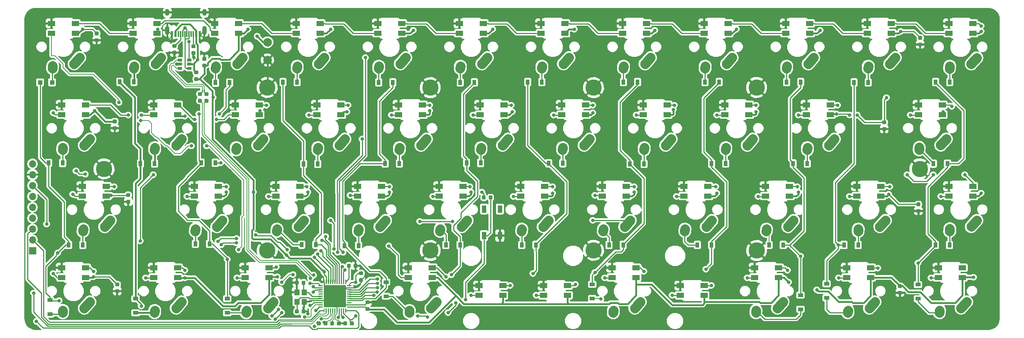
<source format=gbr>
G04 #@! TF.GenerationSoftware,KiCad,Pcbnew,(5.0.2)-1*
G04 #@! TF.CreationDate,2019-04-19T09:09:22-07:00*
G04 #@! TF.ProjectId,AngularRGB,416e6775-6c61-4725-9247-422e6b696361,v1.0*
G04 #@! TF.SameCoordinates,Original*
G04 #@! TF.FileFunction,Copper,L2,Bot*
G04 #@! TF.FilePolarity,Positive*
%FSLAX46Y46*%
G04 Gerber Fmt 4.6, Leading zero omitted, Abs format (unit mm)*
G04 Created by KiCad (PCBNEW (5.0.2)-1) date 2019-04-19 9:09:22 AM*
%MOMM*%
%LPD*%
G01*
G04 APERTURE LIST*
G04 #@! TA.AperFunction,ComponentPad*
%ADD10C,2.250000*%
G04 #@! TD*
G04 #@! TA.AperFunction,Conductor*
%ADD11C,2.250000*%
G04 #@! TD*
G04 #@! TA.AperFunction,SMDPad,CuDef*
%ADD12R,1.200000X1.400000*%
G04 #@! TD*
G04 #@! TA.AperFunction,Conductor*
%ADD13C,0.100000*%
G04 #@! TD*
G04 #@! TA.AperFunction,SMDPad,CuDef*
%ADD14C,0.875000*%
G04 #@! TD*
G04 #@! TA.AperFunction,SMDPad,CuDef*
%ADD15R,1.100000X1.100000*%
G04 #@! TD*
G04 #@! TA.AperFunction,SMDPad,CuDef*
%ADD16R,0.900000X1.200000*%
G04 #@! TD*
G04 #@! TA.AperFunction,SMDPad,CuDef*
%ADD17R,1.200000X0.900000*%
G04 #@! TD*
G04 #@! TA.AperFunction,SMDPad,CuDef*
%ADD18C,5.200000*%
G04 #@! TD*
G04 #@! TA.AperFunction,SMDPad,CuDef*
%ADD19C,0.250000*%
G04 #@! TD*
G04 #@! TA.AperFunction,SMDPad,CuDef*
%ADD20R,1.060000X0.650000*%
G04 #@! TD*
G04 #@! TA.AperFunction,ComponentPad*
%ADD21O,1.000000X1.600000*%
G04 #@! TD*
G04 #@! TA.AperFunction,ComponentPad*
%ADD22O,1.000000X2.100000*%
G04 #@! TD*
G04 #@! TA.AperFunction,SMDPad,CuDef*
%ADD23R,0.300000X1.450000*%
G04 #@! TD*
G04 #@! TA.AperFunction,SMDPad,CuDef*
%ADD24R,0.600000X1.450000*%
G04 #@! TD*
G04 #@! TA.AperFunction,SMDPad,CuDef*
%ADD25R,1.100000X1.800000*%
G04 #@! TD*
G04 #@! TA.AperFunction,ComponentPad*
%ADD26C,3.800000*%
G04 #@! TD*
G04 #@! TA.AperFunction,SMDPad,CuDef*
%ADD27R,1.700000X1.200000*%
G04 #@! TD*
G04 #@! TA.AperFunction,ComponentPad*
%ADD28R,1.700000X1.700000*%
G04 #@! TD*
G04 #@! TA.AperFunction,ComponentPad*
%ADD29O,1.700000X1.700000*%
G04 #@! TD*
G04 #@! TA.AperFunction,BGAPad,CuDef*
%ADD30C,2.000000*%
G04 #@! TD*
G04 #@! TA.AperFunction,ViaPad*
%ADD31C,0.800000*%
G04 #@! TD*
G04 #@! TA.AperFunction,Conductor*
%ADD32C,0.250000*%
G04 #@! TD*
G04 #@! TA.AperFunction,Conductor*
%ADD33C,0.400000*%
G04 #@! TD*
G04 #@! TA.AperFunction,Conductor*
%ADD34C,0.200000*%
G04 #@! TD*
G04 APERTURE END LIST*
D10*
G04 #@! TO.P,SW28,1*
G04 #@! TO.N,R2*
X213739100Y-105663500D03*
X214394100Y-104933500D03*
D11*
G04 #@! TD*
G04 #@! TO.N,R2*
G04 #@! TO.C,SW28*
X215049100Y-104203500D02*
X213739100Y-105663500D01*
D10*
G04 #@! TO.P,SW28,2*
G04 #@! TO.N,Net-(D33-Pad2)*
X208699100Y-106743500D03*
X208719100Y-106453500D03*
D11*
G04 #@! TD*
G04 #@! TO.N,Net-(D33-Pad2)*
G04 #@! TO.C,SW28*
X208739100Y-106163500D02*
X208699100Y-106743500D01*
D10*
G04 #@! TO.P,SW31,2*
G04 #@! TO.N,Net-(D38-Pad2)*
X251505400Y-68366200D03*
D11*
G04 #@! TD*
G04 #@! TO.N,Net-(D38-Pad2)*
G04 #@! TO.C,SW31*
X251525400Y-68076200D02*
X251485400Y-68656200D01*
D10*
G04 #@! TO.P,SW31,2*
G04 #@! TO.N,Net-(D38-Pad2)*
X251485400Y-68656200D03*
G04 #@! TO.P,SW31,1*
G04 #@! TO.N,R0*
X257180400Y-66846200D03*
D11*
G04 #@! TD*
G04 #@! TO.N,R0*
G04 #@! TO.C,SW31*
X257835400Y-66116200D02*
X256525400Y-67576200D01*
D10*
G04 #@! TO.P,SW31,1*
G04 #@! TO.N,R0*
X256525400Y-67576200D03*
G04 #@! TD*
D12*
G04 #@! TO.P,Y1,1*
G04 #@! TO.N,/XTAL1*
X100760000Y-120990000D03*
G04 #@! TO.P,Y1,2*
G04 #@! TO.N,GND*
X100760000Y-123190000D03*
G04 #@! TO.P,Y1,3*
G04 #@! TO.N,/XTAL2*
X99060000Y-123190000D03*
G04 #@! TO.P,Y1,4*
G04 #@! TO.N,GND*
X99060000Y-120990000D03*
G04 #@! TD*
D13*
G04 #@! TO.N,GND*
G04 #@! TO.C,C1*
G36*
X77747691Y-65933553D02*
X77768926Y-65936703D01*
X77789750Y-65941919D01*
X77809962Y-65949151D01*
X77829368Y-65958330D01*
X77847781Y-65969366D01*
X77865024Y-65982154D01*
X77880930Y-65996570D01*
X77895346Y-66012476D01*
X77908134Y-66029719D01*
X77919170Y-66048132D01*
X77928349Y-66067538D01*
X77935581Y-66087750D01*
X77940797Y-66108574D01*
X77943947Y-66129809D01*
X77945000Y-66151250D01*
X77945000Y-66588750D01*
X77943947Y-66610191D01*
X77940797Y-66631426D01*
X77935581Y-66652250D01*
X77928349Y-66672462D01*
X77919170Y-66691868D01*
X77908134Y-66710281D01*
X77895346Y-66727524D01*
X77880930Y-66743430D01*
X77865024Y-66757846D01*
X77847781Y-66770634D01*
X77829368Y-66781670D01*
X77809962Y-66790849D01*
X77789750Y-66798081D01*
X77768926Y-66803297D01*
X77747691Y-66806447D01*
X77726250Y-66807500D01*
X77213750Y-66807500D01*
X77192309Y-66806447D01*
X77171074Y-66803297D01*
X77150250Y-66798081D01*
X77130038Y-66790849D01*
X77110632Y-66781670D01*
X77092219Y-66770634D01*
X77074976Y-66757846D01*
X77059070Y-66743430D01*
X77044654Y-66727524D01*
X77031866Y-66710281D01*
X77020830Y-66691868D01*
X77011651Y-66672462D01*
X77004419Y-66652250D01*
X76999203Y-66631426D01*
X76996053Y-66610191D01*
X76995000Y-66588750D01*
X76995000Y-66151250D01*
X76996053Y-66129809D01*
X76999203Y-66108574D01*
X77004419Y-66087750D01*
X77011651Y-66067538D01*
X77020830Y-66048132D01*
X77031866Y-66029719D01*
X77044654Y-66012476D01*
X77059070Y-65996570D01*
X77074976Y-65982154D01*
X77092219Y-65969366D01*
X77110632Y-65958330D01*
X77130038Y-65949151D01*
X77150250Y-65941919D01*
X77171074Y-65936703D01*
X77192309Y-65933553D01*
X77213750Y-65932500D01*
X77726250Y-65932500D01*
X77747691Y-65933553D01*
X77747691Y-65933553D01*
G37*
D14*
G04 #@! TD*
G04 #@! TO.P,C1,2*
G04 #@! TO.N,GND*
X77470000Y-66370000D03*
D13*
G04 #@! TO.N,VCC*
G04 #@! TO.C,C1*
G36*
X77747691Y-67508553D02*
X77768926Y-67511703D01*
X77789750Y-67516919D01*
X77809962Y-67524151D01*
X77829368Y-67533330D01*
X77847781Y-67544366D01*
X77865024Y-67557154D01*
X77880930Y-67571570D01*
X77895346Y-67587476D01*
X77908134Y-67604719D01*
X77919170Y-67623132D01*
X77928349Y-67642538D01*
X77935581Y-67662750D01*
X77940797Y-67683574D01*
X77943947Y-67704809D01*
X77945000Y-67726250D01*
X77945000Y-68163750D01*
X77943947Y-68185191D01*
X77940797Y-68206426D01*
X77935581Y-68227250D01*
X77928349Y-68247462D01*
X77919170Y-68266868D01*
X77908134Y-68285281D01*
X77895346Y-68302524D01*
X77880930Y-68318430D01*
X77865024Y-68332846D01*
X77847781Y-68345634D01*
X77829368Y-68356670D01*
X77809962Y-68365849D01*
X77789750Y-68373081D01*
X77768926Y-68378297D01*
X77747691Y-68381447D01*
X77726250Y-68382500D01*
X77213750Y-68382500D01*
X77192309Y-68381447D01*
X77171074Y-68378297D01*
X77150250Y-68373081D01*
X77130038Y-68365849D01*
X77110632Y-68356670D01*
X77092219Y-68345634D01*
X77074976Y-68332846D01*
X77059070Y-68318430D01*
X77044654Y-68302524D01*
X77031866Y-68285281D01*
X77020830Y-68266868D01*
X77011651Y-68247462D01*
X77004419Y-68227250D01*
X76999203Y-68206426D01*
X76996053Y-68185191D01*
X76995000Y-68163750D01*
X76995000Y-67726250D01*
X76996053Y-67704809D01*
X76999203Y-67683574D01*
X77004419Y-67662750D01*
X77011651Y-67642538D01*
X77020830Y-67623132D01*
X77031866Y-67604719D01*
X77044654Y-67587476D01*
X77059070Y-67571570D01*
X77074976Y-67557154D01*
X77092219Y-67544366D01*
X77110632Y-67533330D01*
X77130038Y-67524151D01*
X77150250Y-67516919D01*
X77171074Y-67511703D01*
X77192309Y-67508553D01*
X77213750Y-67507500D01*
X77726250Y-67507500D01*
X77747691Y-67508553D01*
X77747691Y-67508553D01*
G37*
D14*
G04 #@! TD*
G04 #@! TO.P,C1,1*
G04 #@! TO.N,VCC*
X77470000Y-67945000D03*
D13*
G04 #@! TO.N,/XTAL1*
G04 #@! TO.C,C2*
G36*
X100875191Y-118271053D02*
X100896426Y-118274203D01*
X100917250Y-118279419D01*
X100937462Y-118286651D01*
X100956868Y-118295830D01*
X100975281Y-118306866D01*
X100992524Y-118319654D01*
X101008430Y-118334070D01*
X101022846Y-118349976D01*
X101035634Y-118367219D01*
X101046670Y-118385632D01*
X101055849Y-118405038D01*
X101063081Y-118425250D01*
X101068297Y-118446074D01*
X101071447Y-118467309D01*
X101072500Y-118488750D01*
X101072500Y-119001250D01*
X101071447Y-119022691D01*
X101068297Y-119043926D01*
X101063081Y-119064750D01*
X101055849Y-119084962D01*
X101046670Y-119104368D01*
X101035634Y-119122781D01*
X101022846Y-119140024D01*
X101008430Y-119155930D01*
X100992524Y-119170346D01*
X100975281Y-119183134D01*
X100956868Y-119194170D01*
X100937462Y-119203349D01*
X100917250Y-119210581D01*
X100896426Y-119215797D01*
X100875191Y-119218947D01*
X100853750Y-119220000D01*
X100416250Y-119220000D01*
X100394809Y-119218947D01*
X100373574Y-119215797D01*
X100352750Y-119210581D01*
X100332538Y-119203349D01*
X100313132Y-119194170D01*
X100294719Y-119183134D01*
X100277476Y-119170346D01*
X100261570Y-119155930D01*
X100247154Y-119140024D01*
X100234366Y-119122781D01*
X100223330Y-119104368D01*
X100214151Y-119084962D01*
X100206919Y-119064750D01*
X100201703Y-119043926D01*
X100198553Y-119022691D01*
X100197500Y-119001250D01*
X100197500Y-118488750D01*
X100198553Y-118467309D01*
X100201703Y-118446074D01*
X100206919Y-118425250D01*
X100214151Y-118405038D01*
X100223330Y-118385632D01*
X100234366Y-118367219D01*
X100247154Y-118349976D01*
X100261570Y-118334070D01*
X100277476Y-118319654D01*
X100294719Y-118306866D01*
X100313132Y-118295830D01*
X100332538Y-118286651D01*
X100352750Y-118279419D01*
X100373574Y-118274203D01*
X100394809Y-118271053D01*
X100416250Y-118270000D01*
X100853750Y-118270000D01*
X100875191Y-118271053D01*
X100875191Y-118271053D01*
G37*
D14*
G04 #@! TD*
G04 #@! TO.P,C2,1*
G04 #@! TO.N,/XTAL1*
X100635000Y-118745000D03*
D13*
G04 #@! TO.N,GND*
G04 #@! TO.C,C2*
G36*
X99300191Y-118271053D02*
X99321426Y-118274203D01*
X99342250Y-118279419D01*
X99362462Y-118286651D01*
X99381868Y-118295830D01*
X99400281Y-118306866D01*
X99417524Y-118319654D01*
X99433430Y-118334070D01*
X99447846Y-118349976D01*
X99460634Y-118367219D01*
X99471670Y-118385632D01*
X99480849Y-118405038D01*
X99488081Y-118425250D01*
X99493297Y-118446074D01*
X99496447Y-118467309D01*
X99497500Y-118488750D01*
X99497500Y-119001250D01*
X99496447Y-119022691D01*
X99493297Y-119043926D01*
X99488081Y-119064750D01*
X99480849Y-119084962D01*
X99471670Y-119104368D01*
X99460634Y-119122781D01*
X99447846Y-119140024D01*
X99433430Y-119155930D01*
X99417524Y-119170346D01*
X99400281Y-119183134D01*
X99381868Y-119194170D01*
X99362462Y-119203349D01*
X99342250Y-119210581D01*
X99321426Y-119215797D01*
X99300191Y-119218947D01*
X99278750Y-119220000D01*
X98841250Y-119220000D01*
X98819809Y-119218947D01*
X98798574Y-119215797D01*
X98777750Y-119210581D01*
X98757538Y-119203349D01*
X98738132Y-119194170D01*
X98719719Y-119183134D01*
X98702476Y-119170346D01*
X98686570Y-119155930D01*
X98672154Y-119140024D01*
X98659366Y-119122781D01*
X98648330Y-119104368D01*
X98639151Y-119084962D01*
X98631919Y-119064750D01*
X98626703Y-119043926D01*
X98623553Y-119022691D01*
X98622500Y-119001250D01*
X98622500Y-118488750D01*
X98623553Y-118467309D01*
X98626703Y-118446074D01*
X98631919Y-118425250D01*
X98639151Y-118405038D01*
X98648330Y-118385632D01*
X98659366Y-118367219D01*
X98672154Y-118349976D01*
X98686570Y-118334070D01*
X98702476Y-118319654D01*
X98719719Y-118306866D01*
X98738132Y-118295830D01*
X98757538Y-118286651D01*
X98777750Y-118279419D01*
X98798574Y-118274203D01*
X98819809Y-118271053D01*
X98841250Y-118270000D01*
X99278750Y-118270000D01*
X99300191Y-118271053D01*
X99300191Y-118271053D01*
G37*
D14*
G04 #@! TD*
G04 #@! TO.P,C2,2*
G04 #@! TO.N,GND*
X99060000Y-118745000D03*
D13*
G04 #@! TO.N,GND*
G04 #@! TO.C,C3*
G36*
X100875191Y-125002053D02*
X100896426Y-125005203D01*
X100917250Y-125010419D01*
X100937462Y-125017651D01*
X100956868Y-125026830D01*
X100975281Y-125037866D01*
X100992524Y-125050654D01*
X101008430Y-125065070D01*
X101022846Y-125080976D01*
X101035634Y-125098219D01*
X101046670Y-125116632D01*
X101055849Y-125136038D01*
X101063081Y-125156250D01*
X101068297Y-125177074D01*
X101071447Y-125198309D01*
X101072500Y-125219750D01*
X101072500Y-125732250D01*
X101071447Y-125753691D01*
X101068297Y-125774926D01*
X101063081Y-125795750D01*
X101055849Y-125815962D01*
X101046670Y-125835368D01*
X101035634Y-125853781D01*
X101022846Y-125871024D01*
X101008430Y-125886930D01*
X100992524Y-125901346D01*
X100975281Y-125914134D01*
X100956868Y-125925170D01*
X100937462Y-125934349D01*
X100917250Y-125941581D01*
X100896426Y-125946797D01*
X100875191Y-125949947D01*
X100853750Y-125951000D01*
X100416250Y-125951000D01*
X100394809Y-125949947D01*
X100373574Y-125946797D01*
X100352750Y-125941581D01*
X100332538Y-125934349D01*
X100313132Y-125925170D01*
X100294719Y-125914134D01*
X100277476Y-125901346D01*
X100261570Y-125886930D01*
X100247154Y-125871024D01*
X100234366Y-125853781D01*
X100223330Y-125835368D01*
X100214151Y-125815962D01*
X100206919Y-125795750D01*
X100201703Y-125774926D01*
X100198553Y-125753691D01*
X100197500Y-125732250D01*
X100197500Y-125219750D01*
X100198553Y-125198309D01*
X100201703Y-125177074D01*
X100206919Y-125156250D01*
X100214151Y-125136038D01*
X100223330Y-125116632D01*
X100234366Y-125098219D01*
X100247154Y-125080976D01*
X100261570Y-125065070D01*
X100277476Y-125050654D01*
X100294719Y-125037866D01*
X100313132Y-125026830D01*
X100332538Y-125017651D01*
X100352750Y-125010419D01*
X100373574Y-125005203D01*
X100394809Y-125002053D01*
X100416250Y-125001000D01*
X100853750Y-125001000D01*
X100875191Y-125002053D01*
X100875191Y-125002053D01*
G37*
D14*
G04 #@! TD*
G04 #@! TO.P,C3,2*
G04 #@! TO.N,GND*
X100635000Y-125476000D03*
D13*
G04 #@! TO.N,/XTAL2*
G04 #@! TO.C,C3*
G36*
X99300191Y-125002053D02*
X99321426Y-125005203D01*
X99342250Y-125010419D01*
X99362462Y-125017651D01*
X99381868Y-125026830D01*
X99400281Y-125037866D01*
X99417524Y-125050654D01*
X99433430Y-125065070D01*
X99447846Y-125080976D01*
X99460634Y-125098219D01*
X99471670Y-125116632D01*
X99480849Y-125136038D01*
X99488081Y-125156250D01*
X99493297Y-125177074D01*
X99496447Y-125198309D01*
X99497500Y-125219750D01*
X99497500Y-125732250D01*
X99496447Y-125753691D01*
X99493297Y-125774926D01*
X99488081Y-125795750D01*
X99480849Y-125815962D01*
X99471670Y-125835368D01*
X99460634Y-125853781D01*
X99447846Y-125871024D01*
X99433430Y-125886930D01*
X99417524Y-125901346D01*
X99400281Y-125914134D01*
X99381868Y-125925170D01*
X99362462Y-125934349D01*
X99342250Y-125941581D01*
X99321426Y-125946797D01*
X99300191Y-125949947D01*
X99278750Y-125951000D01*
X98841250Y-125951000D01*
X98819809Y-125949947D01*
X98798574Y-125946797D01*
X98777750Y-125941581D01*
X98757538Y-125934349D01*
X98738132Y-125925170D01*
X98719719Y-125914134D01*
X98702476Y-125901346D01*
X98686570Y-125886930D01*
X98672154Y-125871024D01*
X98659366Y-125853781D01*
X98648330Y-125835368D01*
X98639151Y-125815962D01*
X98631919Y-125795750D01*
X98626703Y-125774926D01*
X98623553Y-125753691D01*
X98622500Y-125732250D01*
X98622500Y-125219750D01*
X98623553Y-125198309D01*
X98626703Y-125177074D01*
X98631919Y-125156250D01*
X98639151Y-125136038D01*
X98648330Y-125116632D01*
X98659366Y-125098219D01*
X98672154Y-125080976D01*
X98686570Y-125065070D01*
X98702476Y-125050654D01*
X98719719Y-125037866D01*
X98738132Y-125026830D01*
X98757538Y-125017651D01*
X98777750Y-125010419D01*
X98798574Y-125005203D01*
X98819809Y-125002053D01*
X98841250Y-125001000D01*
X99278750Y-125001000D01*
X99300191Y-125002053D01*
X99300191Y-125002053D01*
G37*
D14*
G04 #@! TD*
G04 #@! TO.P,C3,1*
G04 #@! TO.N,/XTAL2*
X99060000Y-125476000D03*
D13*
G04 #@! TO.N,VCC*
G04 #@! TO.C,C4*
G36*
X112152691Y-127796053D02*
X112173926Y-127799203D01*
X112194750Y-127804419D01*
X112214962Y-127811651D01*
X112234368Y-127820830D01*
X112252781Y-127831866D01*
X112270024Y-127844654D01*
X112285930Y-127859070D01*
X112300346Y-127874976D01*
X112313134Y-127892219D01*
X112324170Y-127910632D01*
X112333349Y-127930038D01*
X112340581Y-127950250D01*
X112345797Y-127971074D01*
X112348947Y-127992309D01*
X112350000Y-128013750D01*
X112350000Y-128526250D01*
X112348947Y-128547691D01*
X112345797Y-128568926D01*
X112340581Y-128589750D01*
X112333349Y-128609962D01*
X112324170Y-128629368D01*
X112313134Y-128647781D01*
X112300346Y-128665024D01*
X112285930Y-128680930D01*
X112270024Y-128695346D01*
X112252781Y-128708134D01*
X112234368Y-128719170D01*
X112214962Y-128728349D01*
X112194750Y-128735581D01*
X112173926Y-128740797D01*
X112152691Y-128743947D01*
X112131250Y-128745000D01*
X111693750Y-128745000D01*
X111672309Y-128743947D01*
X111651074Y-128740797D01*
X111630250Y-128735581D01*
X111610038Y-128728349D01*
X111590632Y-128719170D01*
X111572219Y-128708134D01*
X111554976Y-128695346D01*
X111539070Y-128680930D01*
X111524654Y-128665024D01*
X111511866Y-128647781D01*
X111500830Y-128629368D01*
X111491651Y-128609962D01*
X111484419Y-128589750D01*
X111479203Y-128568926D01*
X111476053Y-128547691D01*
X111475000Y-128526250D01*
X111475000Y-128013750D01*
X111476053Y-127992309D01*
X111479203Y-127971074D01*
X111484419Y-127950250D01*
X111491651Y-127930038D01*
X111500830Y-127910632D01*
X111511866Y-127892219D01*
X111524654Y-127874976D01*
X111539070Y-127859070D01*
X111554976Y-127844654D01*
X111572219Y-127831866D01*
X111590632Y-127820830D01*
X111610038Y-127811651D01*
X111630250Y-127804419D01*
X111651074Y-127799203D01*
X111672309Y-127796053D01*
X111693750Y-127795000D01*
X112131250Y-127795000D01*
X112152691Y-127796053D01*
X112152691Y-127796053D01*
G37*
D14*
G04 #@! TD*
G04 #@! TO.P,C4,1*
G04 #@! TO.N,VCC*
X111912500Y-128270000D03*
D13*
G04 #@! TO.N,GND*
G04 #@! TO.C,C4*
G36*
X110577691Y-127796053D02*
X110598926Y-127799203D01*
X110619750Y-127804419D01*
X110639962Y-127811651D01*
X110659368Y-127820830D01*
X110677781Y-127831866D01*
X110695024Y-127844654D01*
X110710930Y-127859070D01*
X110725346Y-127874976D01*
X110738134Y-127892219D01*
X110749170Y-127910632D01*
X110758349Y-127930038D01*
X110765581Y-127950250D01*
X110770797Y-127971074D01*
X110773947Y-127992309D01*
X110775000Y-128013750D01*
X110775000Y-128526250D01*
X110773947Y-128547691D01*
X110770797Y-128568926D01*
X110765581Y-128589750D01*
X110758349Y-128609962D01*
X110749170Y-128629368D01*
X110738134Y-128647781D01*
X110725346Y-128665024D01*
X110710930Y-128680930D01*
X110695024Y-128695346D01*
X110677781Y-128708134D01*
X110659368Y-128719170D01*
X110639962Y-128728349D01*
X110619750Y-128735581D01*
X110598926Y-128740797D01*
X110577691Y-128743947D01*
X110556250Y-128745000D01*
X110118750Y-128745000D01*
X110097309Y-128743947D01*
X110076074Y-128740797D01*
X110055250Y-128735581D01*
X110035038Y-128728349D01*
X110015632Y-128719170D01*
X109997219Y-128708134D01*
X109979976Y-128695346D01*
X109964070Y-128680930D01*
X109949654Y-128665024D01*
X109936866Y-128647781D01*
X109925830Y-128629368D01*
X109916651Y-128609962D01*
X109909419Y-128589750D01*
X109904203Y-128568926D01*
X109901053Y-128547691D01*
X109900000Y-128526250D01*
X109900000Y-128013750D01*
X109901053Y-127992309D01*
X109904203Y-127971074D01*
X109909419Y-127950250D01*
X109916651Y-127930038D01*
X109925830Y-127910632D01*
X109936866Y-127892219D01*
X109949654Y-127874976D01*
X109964070Y-127859070D01*
X109979976Y-127844654D01*
X109997219Y-127831866D01*
X110015632Y-127820830D01*
X110035038Y-127811651D01*
X110055250Y-127804419D01*
X110076074Y-127799203D01*
X110097309Y-127796053D01*
X110118750Y-127795000D01*
X110556250Y-127795000D01*
X110577691Y-127796053D01*
X110577691Y-127796053D01*
G37*
D14*
G04 #@! TD*
G04 #@! TO.P,C4,2*
G04 #@! TO.N,GND*
X110337500Y-128270000D03*
D13*
G04 #@! TO.N,/UCAP*
G04 #@! TO.C,C5*
G36*
X107555191Y-127796053D02*
X107576426Y-127799203D01*
X107597250Y-127804419D01*
X107617462Y-127811651D01*
X107636868Y-127820830D01*
X107655281Y-127831866D01*
X107672524Y-127844654D01*
X107688430Y-127859070D01*
X107702846Y-127874976D01*
X107715634Y-127892219D01*
X107726670Y-127910632D01*
X107735849Y-127930038D01*
X107743081Y-127950250D01*
X107748297Y-127971074D01*
X107751447Y-127992309D01*
X107752500Y-128013750D01*
X107752500Y-128526250D01*
X107751447Y-128547691D01*
X107748297Y-128568926D01*
X107743081Y-128589750D01*
X107735849Y-128609962D01*
X107726670Y-128629368D01*
X107715634Y-128647781D01*
X107702846Y-128665024D01*
X107688430Y-128680930D01*
X107672524Y-128695346D01*
X107655281Y-128708134D01*
X107636868Y-128719170D01*
X107617462Y-128728349D01*
X107597250Y-128735581D01*
X107576426Y-128740797D01*
X107555191Y-128743947D01*
X107533750Y-128745000D01*
X107096250Y-128745000D01*
X107074809Y-128743947D01*
X107053574Y-128740797D01*
X107032750Y-128735581D01*
X107012538Y-128728349D01*
X106993132Y-128719170D01*
X106974719Y-128708134D01*
X106957476Y-128695346D01*
X106941570Y-128680930D01*
X106927154Y-128665024D01*
X106914366Y-128647781D01*
X106903330Y-128629368D01*
X106894151Y-128609962D01*
X106886919Y-128589750D01*
X106881703Y-128568926D01*
X106878553Y-128547691D01*
X106877500Y-128526250D01*
X106877500Y-128013750D01*
X106878553Y-127992309D01*
X106881703Y-127971074D01*
X106886919Y-127950250D01*
X106894151Y-127930038D01*
X106903330Y-127910632D01*
X106914366Y-127892219D01*
X106927154Y-127874976D01*
X106941570Y-127859070D01*
X106957476Y-127844654D01*
X106974719Y-127831866D01*
X106993132Y-127820830D01*
X107012538Y-127811651D01*
X107032750Y-127804419D01*
X107053574Y-127799203D01*
X107074809Y-127796053D01*
X107096250Y-127795000D01*
X107533750Y-127795000D01*
X107555191Y-127796053D01*
X107555191Y-127796053D01*
G37*
D14*
G04 #@! TD*
G04 #@! TO.P,C5,1*
G04 #@! TO.N,/UCAP*
X107315000Y-128270000D03*
D13*
G04 #@! TO.N,GND*
G04 #@! TO.C,C5*
G36*
X109130191Y-127796053D02*
X109151426Y-127799203D01*
X109172250Y-127804419D01*
X109192462Y-127811651D01*
X109211868Y-127820830D01*
X109230281Y-127831866D01*
X109247524Y-127844654D01*
X109263430Y-127859070D01*
X109277846Y-127874976D01*
X109290634Y-127892219D01*
X109301670Y-127910632D01*
X109310849Y-127930038D01*
X109318081Y-127950250D01*
X109323297Y-127971074D01*
X109326447Y-127992309D01*
X109327500Y-128013750D01*
X109327500Y-128526250D01*
X109326447Y-128547691D01*
X109323297Y-128568926D01*
X109318081Y-128589750D01*
X109310849Y-128609962D01*
X109301670Y-128629368D01*
X109290634Y-128647781D01*
X109277846Y-128665024D01*
X109263430Y-128680930D01*
X109247524Y-128695346D01*
X109230281Y-128708134D01*
X109211868Y-128719170D01*
X109192462Y-128728349D01*
X109172250Y-128735581D01*
X109151426Y-128740797D01*
X109130191Y-128743947D01*
X109108750Y-128745000D01*
X108671250Y-128745000D01*
X108649809Y-128743947D01*
X108628574Y-128740797D01*
X108607750Y-128735581D01*
X108587538Y-128728349D01*
X108568132Y-128719170D01*
X108549719Y-128708134D01*
X108532476Y-128695346D01*
X108516570Y-128680930D01*
X108502154Y-128665024D01*
X108489366Y-128647781D01*
X108478330Y-128629368D01*
X108469151Y-128609962D01*
X108461919Y-128589750D01*
X108456703Y-128568926D01*
X108453553Y-128547691D01*
X108452500Y-128526250D01*
X108452500Y-128013750D01*
X108453553Y-127992309D01*
X108456703Y-127971074D01*
X108461919Y-127950250D01*
X108469151Y-127930038D01*
X108478330Y-127910632D01*
X108489366Y-127892219D01*
X108502154Y-127874976D01*
X108516570Y-127859070D01*
X108532476Y-127844654D01*
X108549719Y-127831866D01*
X108568132Y-127820830D01*
X108587538Y-127811651D01*
X108607750Y-127804419D01*
X108628574Y-127799203D01*
X108649809Y-127796053D01*
X108671250Y-127795000D01*
X109108750Y-127795000D01*
X109130191Y-127796053D01*
X109130191Y-127796053D01*
G37*
D14*
G04 #@! TD*
G04 #@! TO.P,C5,2*
G04 #@! TO.N,GND*
X108890000Y-128270000D03*
D13*
G04 #@! TO.N,GND*
G04 #@! TO.C,C6*
G36*
X115847691Y-122880553D02*
X115868926Y-122883703D01*
X115889750Y-122888919D01*
X115909962Y-122896151D01*
X115929368Y-122905330D01*
X115947781Y-122916366D01*
X115965024Y-122929154D01*
X115980930Y-122943570D01*
X115995346Y-122959476D01*
X116008134Y-122976719D01*
X116019170Y-122995132D01*
X116028349Y-123014538D01*
X116035581Y-123034750D01*
X116040797Y-123055574D01*
X116043947Y-123076809D01*
X116045000Y-123098250D01*
X116045000Y-123535750D01*
X116043947Y-123557191D01*
X116040797Y-123578426D01*
X116035581Y-123599250D01*
X116028349Y-123619462D01*
X116019170Y-123638868D01*
X116008134Y-123657281D01*
X115995346Y-123674524D01*
X115980930Y-123690430D01*
X115965024Y-123704846D01*
X115947781Y-123717634D01*
X115929368Y-123728670D01*
X115909962Y-123737849D01*
X115889750Y-123745081D01*
X115868926Y-123750297D01*
X115847691Y-123753447D01*
X115826250Y-123754500D01*
X115313750Y-123754500D01*
X115292309Y-123753447D01*
X115271074Y-123750297D01*
X115250250Y-123745081D01*
X115230038Y-123737849D01*
X115210632Y-123728670D01*
X115192219Y-123717634D01*
X115174976Y-123704846D01*
X115159070Y-123690430D01*
X115144654Y-123674524D01*
X115131866Y-123657281D01*
X115120830Y-123638868D01*
X115111651Y-123619462D01*
X115104419Y-123599250D01*
X115099203Y-123578426D01*
X115096053Y-123557191D01*
X115095000Y-123535750D01*
X115095000Y-123098250D01*
X115096053Y-123076809D01*
X115099203Y-123055574D01*
X115104419Y-123034750D01*
X115111651Y-123014538D01*
X115120830Y-122995132D01*
X115131866Y-122976719D01*
X115144654Y-122959476D01*
X115159070Y-122943570D01*
X115174976Y-122929154D01*
X115192219Y-122916366D01*
X115210632Y-122905330D01*
X115230038Y-122896151D01*
X115250250Y-122888919D01*
X115271074Y-122883703D01*
X115292309Y-122880553D01*
X115313750Y-122879500D01*
X115826250Y-122879500D01*
X115847691Y-122880553D01*
X115847691Y-122880553D01*
G37*
D14*
G04 #@! TD*
G04 #@! TO.P,C6,2*
G04 #@! TO.N,GND*
X115570000Y-123317000D03*
D13*
G04 #@! TO.N,VCC*
G04 #@! TO.C,C6*
G36*
X115847691Y-124455553D02*
X115868926Y-124458703D01*
X115889750Y-124463919D01*
X115909962Y-124471151D01*
X115929368Y-124480330D01*
X115947781Y-124491366D01*
X115965024Y-124504154D01*
X115980930Y-124518570D01*
X115995346Y-124534476D01*
X116008134Y-124551719D01*
X116019170Y-124570132D01*
X116028349Y-124589538D01*
X116035581Y-124609750D01*
X116040797Y-124630574D01*
X116043947Y-124651809D01*
X116045000Y-124673250D01*
X116045000Y-125110750D01*
X116043947Y-125132191D01*
X116040797Y-125153426D01*
X116035581Y-125174250D01*
X116028349Y-125194462D01*
X116019170Y-125213868D01*
X116008134Y-125232281D01*
X115995346Y-125249524D01*
X115980930Y-125265430D01*
X115965024Y-125279846D01*
X115947781Y-125292634D01*
X115929368Y-125303670D01*
X115909962Y-125312849D01*
X115889750Y-125320081D01*
X115868926Y-125325297D01*
X115847691Y-125328447D01*
X115826250Y-125329500D01*
X115313750Y-125329500D01*
X115292309Y-125328447D01*
X115271074Y-125325297D01*
X115250250Y-125320081D01*
X115230038Y-125312849D01*
X115210632Y-125303670D01*
X115192219Y-125292634D01*
X115174976Y-125279846D01*
X115159070Y-125265430D01*
X115144654Y-125249524D01*
X115131866Y-125232281D01*
X115120830Y-125213868D01*
X115111651Y-125194462D01*
X115104419Y-125174250D01*
X115099203Y-125153426D01*
X115096053Y-125132191D01*
X115095000Y-125110750D01*
X115095000Y-124673250D01*
X115096053Y-124651809D01*
X115099203Y-124630574D01*
X115104419Y-124609750D01*
X115111651Y-124589538D01*
X115120830Y-124570132D01*
X115131866Y-124551719D01*
X115144654Y-124534476D01*
X115159070Y-124518570D01*
X115174976Y-124504154D01*
X115192219Y-124491366D01*
X115210632Y-124480330D01*
X115230038Y-124471151D01*
X115250250Y-124463919D01*
X115271074Y-124458703D01*
X115292309Y-124455553D01*
X115313750Y-124454500D01*
X115826250Y-124454500D01*
X115847691Y-124455553D01*
X115847691Y-124455553D01*
G37*
D14*
G04 #@! TD*
G04 #@! TO.P,C6,1*
G04 #@! TO.N,VCC*
X115570000Y-124892000D03*
D13*
G04 #@! TO.N,VCC*
G04 #@! TO.C,C7*
G36*
X114323691Y-116098553D02*
X114344926Y-116101703D01*
X114365750Y-116106919D01*
X114385962Y-116114151D01*
X114405368Y-116123330D01*
X114423781Y-116134366D01*
X114441024Y-116147154D01*
X114456930Y-116161570D01*
X114471346Y-116177476D01*
X114484134Y-116194719D01*
X114495170Y-116213132D01*
X114504349Y-116232538D01*
X114511581Y-116252750D01*
X114516797Y-116273574D01*
X114519947Y-116294809D01*
X114521000Y-116316250D01*
X114521000Y-116753750D01*
X114519947Y-116775191D01*
X114516797Y-116796426D01*
X114511581Y-116817250D01*
X114504349Y-116837462D01*
X114495170Y-116856868D01*
X114484134Y-116875281D01*
X114471346Y-116892524D01*
X114456930Y-116908430D01*
X114441024Y-116922846D01*
X114423781Y-116935634D01*
X114405368Y-116946670D01*
X114385962Y-116955849D01*
X114365750Y-116963081D01*
X114344926Y-116968297D01*
X114323691Y-116971447D01*
X114302250Y-116972500D01*
X113789750Y-116972500D01*
X113768309Y-116971447D01*
X113747074Y-116968297D01*
X113726250Y-116963081D01*
X113706038Y-116955849D01*
X113686632Y-116946670D01*
X113668219Y-116935634D01*
X113650976Y-116922846D01*
X113635070Y-116908430D01*
X113620654Y-116892524D01*
X113607866Y-116875281D01*
X113596830Y-116856868D01*
X113587651Y-116837462D01*
X113580419Y-116817250D01*
X113575203Y-116796426D01*
X113572053Y-116775191D01*
X113571000Y-116753750D01*
X113571000Y-116316250D01*
X113572053Y-116294809D01*
X113575203Y-116273574D01*
X113580419Y-116252750D01*
X113587651Y-116232538D01*
X113596830Y-116213132D01*
X113607866Y-116194719D01*
X113620654Y-116177476D01*
X113635070Y-116161570D01*
X113650976Y-116147154D01*
X113668219Y-116134366D01*
X113686632Y-116123330D01*
X113706038Y-116114151D01*
X113726250Y-116106919D01*
X113747074Y-116101703D01*
X113768309Y-116098553D01*
X113789750Y-116097500D01*
X114302250Y-116097500D01*
X114323691Y-116098553D01*
X114323691Y-116098553D01*
G37*
D14*
G04 #@! TD*
G04 #@! TO.P,C7,1*
G04 #@! TO.N,VCC*
X114046000Y-116535000D03*
D13*
G04 #@! TO.N,GND*
G04 #@! TO.C,C7*
G36*
X114323691Y-117673553D02*
X114344926Y-117676703D01*
X114365750Y-117681919D01*
X114385962Y-117689151D01*
X114405368Y-117698330D01*
X114423781Y-117709366D01*
X114441024Y-117722154D01*
X114456930Y-117736570D01*
X114471346Y-117752476D01*
X114484134Y-117769719D01*
X114495170Y-117788132D01*
X114504349Y-117807538D01*
X114511581Y-117827750D01*
X114516797Y-117848574D01*
X114519947Y-117869809D01*
X114521000Y-117891250D01*
X114521000Y-118328750D01*
X114519947Y-118350191D01*
X114516797Y-118371426D01*
X114511581Y-118392250D01*
X114504349Y-118412462D01*
X114495170Y-118431868D01*
X114484134Y-118450281D01*
X114471346Y-118467524D01*
X114456930Y-118483430D01*
X114441024Y-118497846D01*
X114423781Y-118510634D01*
X114405368Y-118521670D01*
X114385962Y-118530849D01*
X114365750Y-118538081D01*
X114344926Y-118543297D01*
X114323691Y-118546447D01*
X114302250Y-118547500D01*
X113789750Y-118547500D01*
X113768309Y-118546447D01*
X113747074Y-118543297D01*
X113726250Y-118538081D01*
X113706038Y-118530849D01*
X113686632Y-118521670D01*
X113668219Y-118510634D01*
X113650976Y-118497846D01*
X113635070Y-118483430D01*
X113620654Y-118467524D01*
X113607866Y-118450281D01*
X113596830Y-118431868D01*
X113587651Y-118412462D01*
X113580419Y-118392250D01*
X113575203Y-118371426D01*
X113572053Y-118350191D01*
X113571000Y-118328750D01*
X113571000Y-117891250D01*
X113572053Y-117869809D01*
X113575203Y-117848574D01*
X113580419Y-117827750D01*
X113587651Y-117807538D01*
X113596830Y-117788132D01*
X113607866Y-117769719D01*
X113620654Y-117752476D01*
X113635070Y-117736570D01*
X113650976Y-117722154D01*
X113668219Y-117709366D01*
X113686632Y-117698330D01*
X113706038Y-117689151D01*
X113726250Y-117681919D01*
X113747074Y-117676703D01*
X113768309Y-117673553D01*
X113789750Y-117672500D01*
X114302250Y-117672500D01*
X114323691Y-117673553D01*
X114323691Y-117673553D01*
G37*
D14*
G04 #@! TD*
G04 #@! TO.P,C7,2*
G04 #@! TO.N,GND*
X114046000Y-118110000D03*
D13*
G04 #@! TO.N,GND*
G04 #@! TO.C,C8*
G36*
X104456191Y-127796053D02*
X104477426Y-127799203D01*
X104498250Y-127804419D01*
X104518462Y-127811651D01*
X104537868Y-127820830D01*
X104556281Y-127831866D01*
X104573524Y-127844654D01*
X104589430Y-127859070D01*
X104603846Y-127874976D01*
X104616634Y-127892219D01*
X104627670Y-127910632D01*
X104636849Y-127930038D01*
X104644081Y-127950250D01*
X104649297Y-127971074D01*
X104652447Y-127992309D01*
X104653500Y-128013750D01*
X104653500Y-128526250D01*
X104652447Y-128547691D01*
X104649297Y-128568926D01*
X104644081Y-128589750D01*
X104636849Y-128609962D01*
X104627670Y-128629368D01*
X104616634Y-128647781D01*
X104603846Y-128665024D01*
X104589430Y-128680930D01*
X104573524Y-128695346D01*
X104556281Y-128708134D01*
X104537868Y-128719170D01*
X104518462Y-128728349D01*
X104498250Y-128735581D01*
X104477426Y-128740797D01*
X104456191Y-128743947D01*
X104434750Y-128745000D01*
X103997250Y-128745000D01*
X103975809Y-128743947D01*
X103954574Y-128740797D01*
X103933750Y-128735581D01*
X103913538Y-128728349D01*
X103894132Y-128719170D01*
X103875719Y-128708134D01*
X103858476Y-128695346D01*
X103842570Y-128680930D01*
X103828154Y-128665024D01*
X103815366Y-128647781D01*
X103804330Y-128629368D01*
X103795151Y-128609962D01*
X103787919Y-128589750D01*
X103782703Y-128568926D01*
X103779553Y-128547691D01*
X103778500Y-128526250D01*
X103778500Y-128013750D01*
X103779553Y-127992309D01*
X103782703Y-127971074D01*
X103787919Y-127950250D01*
X103795151Y-127930038D01*
X103804330Y-127910632D01*
X103815366Y-127892219D01*
X103828154Y-127874976D01*
X103842570Y-127859070D01*
X103858476Y-127844654D01*
X103875719Y-127831866D01*
X103894132Y-127820830D01*
X103913538Y-127811651D01*
X103933750Y-127804419D01*
X103954574Y-127799203D01*
X103975809Y-127796053D01*
X103997250Y-127795000D01*
X104434750Y-127795000D01*
X104456191Y-127796053D01*
X104456191Y-127796053D01*
G37*
D14*
G04 #@! TD*
G04 #@! TO.P,C8,2*
G04 #@! TO.N,GND*
X104216000Y-128270000D03*
D13*
G04 #@! TO.N,VCC*
G04 #@! TO.C,C8*
G36*
X106031191Y-127796053D02*
X106052426Y-127799203D01*
X106073250Y-127804419D01*
X106093462Y-127811651D01*
X106112868Y-127820830D01*
X106131281Y-127831866D01*
X106148524Y-127844654D01*
X106164430Y-127859070D01*
X106178846Y-127874976D01*
X106191634Y-127892219D01*
X106202670Y-127910632D01*
X106211849Y-127930038D01*
X106219081Y-127950250D01*
X106224297Y-127971074D01*
X106227447Y-127992309D01*
X106228500Y-128013750D01*
X106228500Y-128526250D01*
X106227447Y-128547691D01*
X106224297Y-128568926D01*
X106219081Y-128589750D01*
X106211849Y-128609962D01*
X106202670Y-128629368D01*
X106191634Y-128647781D01*
X106178846Y-128665024D01*
X106164430Y-128680930D01*
X106148524Y-128695346D01*
X106131281Y-128708134D01*
X106112868Y-128719170D01*
X106093462Y-128728349D01*
X106073250Y-128735581D01*
X106052426Y-128740797D01*
X106031191Y-128743947D01*
X106009750Y-128745000D01*
X105572250Y-128745000D01*
X105550809Y-128743947D01*
X105529574Y-128740797D01*
X105508750Y-128735581D01*
X105488538Y-128728349D01*
X105469132Y-128719170D01*
X105450719Y-128708134D01*
X105433476Y-128695346D01*
X105417570Y-128680930D01*
X105403154Y-128665024D01*
X105390366Y-128647781D01*
X105379330Y-128629368D01*
X105370151Y-128609962D01*
X105362919Y-128589750D01*
X105357703Y-128568926D01*
X105354553Y-128547691D01*
X105353500Y-128526250D01*
X105353500Y-128013750D01*
X105354553Y-127992309D01*
X105357703Y-127971074D01*
X105362919Y-127950250D01*
X105370151Y-127930038D01*
X105379330Y-127910632D01*
X105390366Y-127892219D01*
X105403154Y-127874976D01*
X105417570Y-127859070D01*
X105433476Y-127844654D01*
X105450719Y-127831866D01*
X105469132Y-127820830D01*
X105488538Y-127811651D01*
X105508750Y-127804419D01*
X105529574Y-127799203D01*
X105550809Y-127796053D01*
X105572250Y-127795000D01*
X106009750Y-127795000D01*
X106031191Y-127796053D01*
X106031191Y-127796053D01*
G37*
D14*
G04 #@! TD*
G04 #@! TO.P,C8,1*
G04 #@! TO.N,VCC*
X105791000Y-128270000D03*
D15*
G04 #@! TO.P,D1,1*
G04 #@! TO.N,C0*
X39113000Y-71882000D03*
G04 #@! TO.P,D1,2*
G04 #@! TO.N,Net-(D1-Pad2)*
X41913000Y-71882000D03*
G04 #@! TD*
D16*
G04 #@! TO.P,D2,1*
G04 #@! TO.N,C0*
X41085500Y-90741500D03*
G04 #@! TO.P,D2,2*
G04 #@! TO.N,Net-(D2-Pad2)*
X44385500Y-90741500D03*
G04 #@! TD*
G04 #@! TO.P,D3,1*
G04 #@! TO.N,C0*
X45784500Y-109918500D03*
G04 #@! TO.P,D3,2*
G04 #@! TO.N,Net-(D3-Pad2)*
X49084500Y-109918500D03*
G04 #@! TD*
D17*
G04 #@! TO.P,D4,1*
G04 #@! TO.N,C0*
X41402000Y-122811000D03*
G04 #@! TO.P,D4,2*
G04 #@! TO.N,Net-(D4-Pad2)*
X41402000Y-126111000D03*
G04 #@! TD*
D16*
G04 #@! TO.P,D5,2*
G04 #@! TO.N,Net-(D5-Pad2)*
X61023500Y-71755000D03*
G04 #@! TO.P,D5,1*
G04 #@! TO.N,C1*
X57723500Y-71755000D03*
G04 #@! TD*
G04 #@! TO.P,D6,1*
G04 #@! TO.N,C1*
X62549500Y-90868500D03*
G04 #@! TO.P,D6,2*
G04 #@! TO.N,Net-(D6-Pad2)*
X65849500Y-90868500D03*
G04 #@! TD*
D17*
G04 #@! TO.P,D7,2*
G04 #@! TO.N,Net-(D7-Pad2)*
X61404500Y-125791500D03*
G04 #@! TO.P,D7,1*
G04 #@! TO.N,C1*
X61404500Y-122491500D03*
G04 #@! TD*
D16*
G04 #@! TO.P,D8,1*
G04 #@! TO.N,C2*
X83374500Y-71945500D03*
G04 #@! TO.P,D8,2*
G04 #@! TO.N,Net-(D8-Pad2)*
X80074500Y-71945500D03*
G04 #@! TD*
G04 #@! TO.P,D9,2*
G04 #@! TO.N,Net-(D9-Pad2)*
X80010000Y-90678000D03*
G04 #@! TO.P,D9,1*
G04 #@! TO.N,C2*
X76710000Y-90678000D03*
G04 #@! TD*
G04 #@! TO.P,D10,1*
G04 #@! TO.N,C2*
X78675500Y-109664500D03*
G04 #@! TO.P,D10,2*
G04 #@! TO.N,Net-(D10-Pad2)*
X75375500Y-109664500D03*
G04 #@! TD*
D17*
G04 #@! TO.P,D11,2*
G04 #@! TO.N,Net-(D11-Pad2)*
X82804000Y-125793500D03*
G04 #@! TO.P,D11,1*
G04 #@! TO.N,C2*
X82804000Y-122493500D03*
G04 #@! TD*
D16*
G04 #@! TO.P,D12,2*
G04 #@! TO.N,Net-(D12-Pad2)*
X99122500Y-71818500D03*
G04 #@! TO.P,D12,1*
G04 #@! TO.N,C3*
X95822500Y-71818500D03*
G04 #@! TD*
G04 #@! TO.P,D13,1*
G04 #@! TO.N,C3*
X100649500Y-90932000D03*
G04 #@! TO.P,D13,2*
G04 #@! TO.N,Net-(D13-Pad2)*
X103949500Y-90932000D03*
G04 #@! TD*
G04 #@! TO.P,D14,2*
G04 #@! TO.N,Net-(D14-Pad2)*
X100205000Y-109855000D03*
G04 #@! TO.P,D14,1*
G04 #@! TO.N,C3*
X103505000Y-109855000D03*
G04 #@! TD*
G04 #@! TO.P,D15,1*
G04 #@! TO.N,C4*
X121474500Y-71882000D03*
G04 #@! TO.P,D15,2*
G04 #@! TO.N,Net-(D15-Pad2)*
X118174500Y-71882000D03*
G04 #@! TD*
G04 #@! TO.P,D16,2*
G04 #@! TO.N,Net-(D16-Pad2)*
X122998500Y-90868500D03*
G04 #@! TO.P,D16,1*
G04 #@! TO.N,C4*
X119698500Y-90868500D03*
G04 #@! TD*
D17*
G04 #@! TO.P,D17,1*
G04 #@! TO.N,C4*
X119888000Y-118620000D03*
G04 #@! TO.P,D17,2*
G04 #@! TO.N,Net-(D17-Pad2)*
X119888000Y-121920000D03*
G04 #@! TD*
D16*
G04 #@! TO.P,D18,1*
G04 #@! TO.N,C5*
X140524500Y-71882000D03*
G04 #@! TO.P,D18,2*
G04 #@! TO.N,Net-(D18-Pad2)*
X137224500Y-71882000D03*
G04 #@! TD*
G04 #@! TO.P,D19,2*
G04 #@! TO.N,Net-(D19-Pad2)*
X141985000Y-90741500D03*
G04 #@! TO.P,D19,1*
G04 #@! TO.N,C5*
X138685000Y-90741500D03*
G04 #@! TD*
G04 #@! TO.P,D20,2*
G04 #@! TO.N,Net-(D20-Pad2)*
X133858000Y-109918500D03*
G04 #@! TO.P,D20,1*
G04 #@! TO.N,C5*
X137158000Y-109918500D03*
G04 #@! TD*
G04 #@! TO.P,D21,2*
G04 #@! TO.N,Net-(D21-Pad2)*
X156273500Y-71818500D03*
G04 #@! TO.P,D21,1*
G04 #@! TO.N,C6*
X152973500Y-71818500D03*
G04 #@! TD*
G04 #@! TO.P,D22,1*
G04 #@! TO.N,C6*
X157862000Y-90805000D03*
G04 #@! TO.P,D22,2*
G04 #@! TO.N,Net-(D22-Pad2)*
X161162000Y-90805000D03*
G04 #@! TD*
G04 #@! TO.P,D23,2*
G04 #@! TO.N,Net-(D23-Pad2)*
X151576500Y-109918500D03*
G04 #@! TO.P,D23,1*
G04 #@! TO.N,C6*
X154876500Y-109918500D03*
G04 #@! TD*
G04 #@! TO.P,D24,2*
G04 #@! TO.N,Net-(D24-Pad2)*
X175323500Y-71818500D03*
G04 #@! TO.P,D24,1*
G04 #@! TO.N,C7*
X178623500Y-71818500D03*
G04 #@! TD*
G04 #@! TO.P,D25,1*
G04 #@! TO.N,C7*
X176848500Y-90932000D03*
G04 #@! TO.P,D25,2*
G04 #@! TO.N,Net-(D25-Pad2)*
X180148500Y-90932000D03*
G04 #@! TD*
G04 #@! TO.P,D26,1*
G04 #@! TO.N,C7*
X175260000Y-109918500D03*
G04 #@! TO.P,D26,2*
G04 #@! TO.N,Net-(D26-Pad2)*
X171960000Y-109918500D03*
G04 #@! TD*
D17*
G04 #@! TO.P,D27,1*
G04 #@! TO.N,C7*
X168021000Y-119127000D03*
G04 #@! TO.P,D27,2*
G04 #@! TO.N,Net-(D27-Pad2)*
X168021000Y-122427000D03*
G04 #@! TD*
D16*
G04 #@! TO.P,D28,2*
G04 #@! TO.N,Net-(D28-Pad2)*
X194375500Y-71818500D03*
G04 #@! TO.P,D28,1*
G04 #@! TO.N,C8*
X197675500Y-71818500D03*
G04 #@! TD*
G04 #@! TO.P,D29,1*
G04 #@! TO.N,C8*
X195898500Y-90868500D03*
G04 #@! TO.P,D29,2*
G04 #@! TO.N,Net-(D29-Pad2)*
X199198500Y-90868500D03*
G04 #@! TD*
G04 #@! TO.P,D30,2*
G04 #@! TO.N,Net-(D30-Pad2)*
X192596500Y-109918500D03*
G04 #@! TO.P,D30,1*
G04 #@! TO.N,C8*
X195896500Y-109918500D03*
G04 #@! TD*
G04 #@! TO.P,D31,1*
G04 #@! TO.N,C9*
X216724500Y-71818500D03*
G04 #@! TO.P,D31,2*
G04 #@! TO.N,Net-(D31-Pad2)*
X213424500Y-71818500D03*
G04 #@! TD*
G04 #@! TO.P,D32,2*
G04 #@! TO.N,Net-(D32-Pad2)*
X218248500Y-90868500D03*
G04 #@! TO.P,D32,1*
G04 #@! TO.N,C9*
X214948500Y-90868500D03*
G04 #@! TD*
G04 #@! TO.P,D33,2*
G04 #@! TO.N,Net-(D33-Pad2)*
X209321400Y-109905800D03*
G04 #@! TO.P,D33,1*
G04 #@! TO.N,C9*
X212621400Y-109905800D03*
G04 #@! TD*
D17*
G04 #@! TO.P,D34,1*
G04 #@! TO.N,C9*
X216662000Y-121666000D03*
G04 #@! TO.P,D34,2*
G04 #@! TO.N,Net-(D34-Pad2)*
X216662000Y-124966000D03*
G04 #@! TD*
D16*
G04 #@! TO.P,D35,1*
G04 #@! TO.N,C10*
X229173500Y-71882000D03*
G04 #@! TO.P,D35,2*
G04 #@! TO.N,Net-(D35-Pad2)*
X232473500Y-71882000D03*
G04 #@! TD*
G04 #@! TO.P,D36,2*
G04 #@! TO.N,Net-(D36-Pad2)*
X230122000Y-109918500D03*
G04 #@! TO.P,D36,1*
G04 #@! TO.N,C10*
X226822000Y-109918500D03*
G04 #@! TD*
D17*
G04 #@! TO.P,D37,2*
G04 #@! TO.N,Net-(D37-Pad2)*
X222758000Y-122300000D03*
G04 #@! TO.P,D37,1*
G04 #@! TO.N,C10*
X222758000Y-119000000D03*
G04 #@! TD*
D16*
G04 #@! TO.P,D38,1*
G04 #@! TO.N,C11*
X248222500Y-71818500D03*
G04 #@! TO.P,D38,2*
G04 #@! TO.N,Net-(D38-Pad2)*
X251522500Y-71818500D03*
G04 #@! TD*
G04 #@! TO.P,D39,2*
G04 #@! TO.N,Net-(D39-Pad2)*
X247677400Y-90906600D03*
G04 #@! TO.P,D39,1*
G04 #@! TO.N,C11*
X250977400Y-90906600D03*
G04 #@! TD*
G04 #@! TO.P,D40,1*
G04 #@! TO.N,C11*
X248160000Y-109918500D03*
G04 #@! TO.P,D40,2*
G04 #@! TO.N,Net-(D40-Pad2)*
X251460000Y-109918500D03*
G04 #@! TD*
D17*
G04 #@! TO.P,D41,2*
G04 #@! TO.N,Net-(D41-Pad2)*
X244094000Y-122490500D03*
G04 #@! TO.P,D41,1*
G04 #@! TO.N,C11*
X244094000Y-119190500D03*
G04 #@! TD*
D13*
G04 #@! TO.N,VCC*
G04 #@! TO.C,F1*
G36*
X75842691Y-70683553D02*
X75863926Y-70686703D01*
X75884750Y-70691919D01*
X75904962Y-70699151D01*
X75924368Y-70708330D01*
X75942781Y-70719366D01*
X75960024Y-70732154D01*
X75975930Y-70746570D01*
X75990346Y-70762476D01*
X76003134Y-70779719D01*
X76014170Y-70798132D01*
X76023349Y-70817538D01*
X76030581Y-70837750D01*
X76035797Y-70858574D01*
X76038947Y-70879809D01*
X76040000Y-70901250D01*
X76040000Y-71338750D01*
X76038947Y-71360191D01*
X76035797Y-71381426D01*
X76030581Y-71402250D01*
X76023349Y-71422462D01*
X76014170Y-71441868D01*
X76003134Y-71460281D01*
X75990346Y-71477524D01*
X75975930Y-71493430D01*
X75960024Y-71507846D01*
X75942781Y-71520634D01*
X75924368Y-71531670D01*
X75904962Y-71540849D01*
X75884750Y-71548081D01*
X75863926Y-71553297D01*
X75842691Y-71556447D01*
X75821250Y-71557500D01*
X75308750Y-71557500D01*
X75287309Y-71556447D01*
X75266074Y-71553297D01*
X75245250Y-71548081D01*
X75225038Y-71540849D01*
X75205632Y-71531670D01*
X75187219Y-71520634D01*
X75169976Y-71507846D01*
X75154070Y-71493430D01*
X75139654Y-71477524D01*
X75126866Y-71460281D01*
X75115830Y-71441868D01*
X75106651Y-71422462D01*
X75099419Y-71402250D01*
X75094203Y-71381426D01*
X75091053Y-71360191D01*
X75090000Y-71338750D01*
X75090000Y-70901250D01*
X75091053Y-70879809D01*
X75094203Y-70858574D01*
X75099419Y-70837750D01*
X75106651Y-70817538D01*
X75115830Y-70798132D01*
X75126866Y-70779719D01*
X75139654Y-70762476D01*
X75154070Y-70746570D01*
X75169976Y-70732154D01*
X75187219Y-70719366D01*
X75205632Y-70708330D01*
X75225038Y-70699151D01*
X75245250Y-70691919D01*
X75266074Y-70686703D01*
X75287309Y-70683553D01*
X75308750Y-70682500D01*
X75821250Y-70682500D01*
X75842691Y-70683553D01*
X75842691Y-70683553D01*
G37*
D14*
G04 #@! TD*
G04 #@! TO.P,F1,1*
G04 #@! TO.N,VCC*
X75565000Y-71120000D03*
D13*
G04 #@! TO.N,/VBUS*
G04 #@! TO.C,F1*
G36*
X75842691Y-69108553D02*
X75863926Y-69111703D01*
X75884750Y-69116919D01*
X75904962Y-69124151D01*
X75924368Y-69133330D01*
X75942781Y-69144366D01*
X75960024Y-69157154D01*
X75975930Y-69171570D01*
X75990346Y-69187476D01*
X76003134Y-69204719D01*
X76014170Y-69223132D01*
X76023349Y-69242538D01*
X76030581Y-69262750D01*
X76035797Y-69283574D01*
X76038947Y-69304809D01*
X76040000Y-69326250D01*
X76040000Y-69763750D01*
X76038947Y-69785191D01*
X76035797Y-69806426D01*
X76030581Y-69827250D01*
X76023349Y-69847462D01*
X76014170Y-69866868D01*
X76003134Y-69885281D01*
X75990346Y-69902524D01*
X75975930Y-69918430D01*
X75960024Y-69932846D01*
X75942781Y-69945634D01*
X75924368Y-69956670D01*
X75904962Y-69965849D01*
X75884750Y-69973081D01*
X75863926Y-69978297D01*
X75842691Y-69981447D01*
X75821250Y-69982500D01*
X75308750Y-69982500D01*
X75287309Y-69981447D01*
X75266074Y-69978297D01*
X75245250Y-69973081D01*
X75225038Y-69965849D01*
X75205632Y-69956670D01*
X75187219Y-69945634D01*
X75169976Y-69932846D01*
X75154070Y-69918430D01*
X75139654Y-69902524D01*
X75126866Y-69885281D01*
X75115830Y-69866868D01*
X75106651Y-69847462D01*
X75099419Y-69827250D01*
X75094203Y-69806426D01*
X75091053Y-69785191D01*
X75090000Y-69763750D01*
X75090000Y-69326250D01*
X75091053Y-69304809D01*
X75094203Y-69283574D01*
X75099419Y-69262750D01*
X75106651Y-69242538D01*
X75115830Y-69223132D01*
X75126866Y-69204719D01*
X75139654Y-69187476D01*
X75154070Y-69171570D01*
X75169976Y-69157154D01*
X75187219Y-69144366D01*
X75205632Y-69133330D01*
X75225038Y-69124151D01*
X75245250Y-69116919D01*
X75266074Y-69111703D01*
X75287309Y-69108553D01*
X75308750Y-69107500D01*
X75821250Y-69107500D01*
X75842691Y-69108553D01*
X75842691Y-69108553D01*
G37*
D14*
G04 #@! TD*
G04 #@! TO.P,F1,2*
G04 #@! TO.N,/VBUS*
X75565000Y-69545000D03*
D13*
G04 #@! TO.N,VCC*
G04 #@! TO.C,R1*
G36*
X142962691Y-98332053D02*
X142983926Y-98335203D01*
X143004750Y-98340419D01*
X143024962Y-98347651D01*
X143044368Y-98356830D01*
X143062781Y-98367866D01*
X143080024Y-98380654D01*
X143095930Y-98395070D01*
X143110346Y-98410976D01*
X143123134Y-98428219D01*
X143134170Y-98446632D01*
X143143349Y-98466038D01*
X143150581Y-98486250D01*
X143155797Y-98507074D01*
X143158947Y-98528309D01*
X143160000Y-98549750D01*
X143160000Y-99062250D01*
X143158947Y-99083691D01*
X143155797Y-99104926D01*
X143150581Y-99125750D01*
X143143349Y-99145962D01*
X143134170Y-99165368D01*
X143123134Y-99183781D01*
X143110346Y-99201024D01*
X143095930Y-99216930D01*
X143080024Y-99231346D01*
X143062781Y-99244134D01*
X143044368Y-99255170D01*
X143024962Y-99264349D01*
X143004750Y-99271581D01*
X142983926Y-99276797D01*
X142962691Y-99279947D01*
X142941250Y-99281000D01*
X142503750Y-99281000D01*
X142482309Y-99279947D01*
X142461074Y-99276797D01*
X142440250Y-99271581D01*
X142420038Y-99264349D01*
X142400632Y-99255170D01*
X142382219Y-99244134D01*
X142364976Y-99231346D01*
X142349070Y-99216930D01*
X142334654Y-99201024D01*
X142321866Y-99183781D01*
X142310830Y-99165368D01*
X142301651Y-99145962D01*
X142294419Y-99125750D01*
X142289203Y-99104926D01*
X142286053Y-99083691D01*
X142285000Y-99062250D01*
X142285000Y-98549750D01*
X142286053Y-98528309D01*
X142289203Y-98507074D01*
X142294419Y-98486250D01*
X142301651Y-98466038D01*
X142310830Y-98446632D01*
X142321866Y-98428219D01*
X142334654Y-98410976D01*
X142349070Y-98395070D01*
X142364976Y-98380654D01*
X142382219Y-98367866D01*
X142400632Y-98356830D01*
X142420038Y-98347651D01*
X142440250Y-98340419D01*
X142461074Y-98335203D01*
X142482309Y-98332053D01*
X142503750Y-98331000D01*
X142941250Y-98331000D01*
X142962691Y-98332053D01*
X142962691Y-98332053D01*
G37*
D14*
G04 #@! TD*
G04 #@! TO.P,R1,1*
G04 #@! TO.N,VCC*
X142722500Y-98806000D03*
D13*
G04 #@! TO.N,Net-(R1-Pad2)*
G04 #@! TO.C,R1*
G36*
X144537691Y-98332053D02*
X144558926Y-98335203D01*
X144579750Y-98340419D01*
X144599962Y-98347651D01*
X144619368Y-98356830D01*
X144637781Y-98367866D01*
X144655024Y-98380654D01*
X144670930Y-98395070D01*
X144685346Y-98410976D01*
X144698134Y-98428219D01*
X144709170Y-98446632D01*
X144718349Y-98466038D01*
X144725581Y-98486250D01*
X144730797Y-98507074D01*
X144733947Y-98528309D01*
X144735000Y-98549750D01*
X144735000Y-99062250D01*
X144733947Y-99083691D01*
X144730797Y-99104926D01*
X144725581Y-99125750D01*
X144718349Y-99145962D01*
X144709170Y-99165368D01*
X144698134Y-99183781D01*
X144685346Y-99201024D01*
X144670930Y-99216930D01*
X144655024Y-99231346D01*
X144637781Y-99244134D01*
X144619368Y-99255170D01*
X144599962Y-99264349D01*
X144579750Y-99271581D01*
X144558926Y-99276797D01*
X144537691Y-99279947D01*
X144516250Y-99281000D01*
X144078750Y-99281000D01*
X144057309Y-99279947D01*
X144036074Y-99276797D01*
X144015250Y-99271581D01*
X143995038Y-99264349D01*
X143975632Y-99255170D01*
X143957219Y-99244134D01*
X143939976Y-99231346D01*
X143924070Y-99216930D01*
X143909654Y-99201024D01*
X143896866Y-99183781D01*
X143885830Y-99165368D01*
X143876651Y-99145962D01*
X143869419Y-99125750D01*
X143864203Y-99104926D01*
X143861053Y-99083691D01*
X143860000Y-99062250D01*
X143860000Y-98549750D01*
X143861053Y-98528309D01*
X143864203Y-98507074D01*
X143869419Y-98486250D01*
X143876651Y-98466038D01*
X143885830Y-98446632D01*
X143896866Y-98428219D01*
X143909654Y-98410976D01*
X143924070Y-98395070D01*
X143939976Y-98380654D01*
X143957219Y-98367866D01*
X143975632Y-98356830D01*
X143995038Y-98347651D01*
X144015250Y-98340419D01*
X144036074Y-98335203D01*
X144057309Y-98332053D01*
X144078750Y-98331000D01*
X144516250Y-98331000D01*
X144537691Y-98332053D01*
X144537691Y-98332053D01*
G37*
D14*
G04 #@! TD*
G04 #@! TO.P,R1,2*
G04 #@! TO.N,Net-(R1-Pad2)*
X144297500Y-98806000D03*
D13*
G04 #@! TO.N,GND*
G04 #@! TO.C,R2*
G36*
X113016191Y-114308553D02*
X113037426Y-114311703D01*
X113058250Y-114316919D01*
X113078462Y-114324151D01*
X113097868Y-114333330D01*
X113116281Y-114344366D01*
X113133524Y-114357154D01*
X113149430Y-114371570D01*
X113163846Y-114387476D01*
X113176634Y-114404719D01*
X113187670Y-114423132D01*
X113196849Y-114442538D01*
X113204081Y-114462750D01*
X113209297Y-114483574D01*
X113212447Y-114504809D01*
X113213500Y-114526250D01*
X113213500Y-115038750D01*
X113212447Y-115060191D01*
X113209297Y-115081426D01*
X113204081Y-115102250D01*
X113196849Y-115122462D01*
X113187670Y-115141868D01*
X113176634Y-115160281D01*
X113163846Y-115177524D01*
X113149430Y-115193430D01*
X113133524Y-115207846D01*
X113116281Y-115220634D01*
X113097868Y-115231670D01*
X113078462Y-115240849D01*
X113058250Y-115248081D01*
X113037426Y-115253297D01*
X113016191Y-115256447D01*
X112994750Y-115257500D01*
X112557250Y-115257500D01*
X112535809Y-115256447D01*
X112514574Y-115253297D01*
X112493750Y-115248081D01*
X112473538Y-115240849D01*
X112454132Y-115231670D01*
X112435719Y-115220634D01*
X112418476Y-115207846D01*
X112402570Y-115193430D01*
X112388154Y-115177524D01*
X112375366Y-115160281D01*
X112364330Y-115141868D01*
X112355151Y-115122462D01*
X112347919Y-115102250D01*
X112342703Y-115081426D01*
X112339553Y-115060191D01*
X112338500Y-115038750D01*
X112338500Y-114526250D01*
X112339553Y-114504809D01*
X112342703Y-114483574D01*
X112347919Y-114462750D01*
X112355151Y-114442538D01*
X112364330Y-114423132D01*
X112375366Y-114404719D01*
X112388154Y-114387476D01*
X112402570Y-114371570D01*
X112418476Y-114357154D01*
X112435719Y-114344366D01*
X112454132Y-114333330D01*
X112473538Y-114324151D01*
X112493750Y-114316919D01*
X112514574Y-114311703D01*
X112535809Y-114308553D01*
X112557250Y-114307500D01*
X112994750Y-114307500D01*
X113016191Y-114308553D01*
X113016191Y-114308553D01*
G37*
D14*
G04 #@! TD*
G04 #@! TO.P,R2,2*
G04 #@! TO.N,GND*
X112776000Y-114782500D03*
D13*
G04 #@! TO.N,Net-(R2-Pad1)*
G04 #@! TO.C,R2*
G36*
X111441191Y-114308553D02*
X111462426Y-114311703D01*
X111483250Y-114316919D01*
X111503462Y-114324151D01*
X111522868Y-114333330D01*
X111541281Y-114344366D01*
X111558524Y-114357154D01*
X111574430Y-114371570D01*
X111588846Y-114387476D01*
X111601634Y-114404719D01*
X111612670Y-114423132D01*
X111621849Y-114442538D01*
X111629081Y-114462750D01*
X111634297Y-114483574D01*
X111637447Y-114504809D01*
X111638500Y-114526250D01*
X111638500Y-115038750D01*
X111637447Y-115060191D01*
X111634297Y-115081426D01*
X111629081Y-115102250D01*
X111621849Y-115122462D01*
X111612670Y-115141868D01*
X111601634Y-115160281D01*
X111588846Y-115177524D01*
X111574430Y-115193430D01*
X111558524Y-115207846D01*
X111541281Y-115220634D01*
X111522868Y-115231670D01*
X111503462Y-115240849D01*
X111483250Y-115248081D01*
X111462426Y-115253297D01*
X111441191Y-115256447D01*
X111419750Y-115257500D01*
X110982250Y-115257500D01*
X110960809Y-115256447D01*
X110939574Y-115253297D01*
X110918750Y-115248081D01*
X110898538Y-115240849D01*
X110879132Y-115231670D01*
X110860719Y-115220634D01*
X110843476Y-115207846D01*
X110827570Y-115193430D01*
X110813154Y-115177524D01*
X110800366Y-115160281D01*
X110789330Y-115141868D01*
X110780151Y-115122462D01*
X110772919Y-115102250D01*
X110767703Y-115081426D01*
X110764553Y-115060191D01*
X110763500Y-115038750D01*
X110763500Y-114526250D01*
X110764553Y-114504809D01*
X110767703Y-114483574D01*
X110772919Y-114462750D01*
X110780151Y-114442538D01*
X110789330Y-114423132D01*
X110800366Y-114404719D01*
X110813154Y-114387476D01*
X110827570Y-114371570D01*
X110843476Y-114357154D01*
X110860719Y-114344366D01*
X110879132Y-114333330D01*
X110898538Y-114324151D01*
X110918750Y-114316919D01*
X110939574Y-114311703D01*
X110960809Y-114308553D01*
X110982250Y-114307500D01*
X111419750Y-114307500D01*
X111441191Y-114308553D01*
X111441191Y-114308553D01*
G37*
D14*
G04 #@! TD*
G04 #@! TO.P,R2,1*
G04 #@! TO.N,Net-(R2-Pad1)*
X111201000Y-114782500D03*
D13*
G04 #@! TO.N,Net-(R3-Pad2)*
G04 #@! TO.C,R3*
G36*
X70762691Y-62911053D02*
X70783926Y-62914203D01*
X70804750Y-62919419D01*
X70824962Y-62926651D01*
X70844368Y-62935830D01*
X70862781Y-62946866D01*
X70880024Y-62959654D01*
X70895930Y-62974070D01*
X70910346Y-62989976D01*
X70923134Y-63007219D01*
X70934170Y-63025632D01*
X70943349Y-63045038D01*
X70950581Y-63065250D01*
X70955797Y-63086074D01*
X70958947Y-63107309D01*
X70960000Y-63128750D01*
X70960000Y-63566250D01*
X70958947Y-63587691D01*
X70955797Y-63608926D01*
X70950581Y-63629750D01*
X70943349Y-63649962D01*
X70934170Y-63669368D01*
X70923134Y-63687781D01*
X70910346Y-63705024D01*
X70895930Y-63720930D01*
X70880024Y-63735346D01*
X70862781Y-63748134D01*
X70844368Y-63759170D01*
X70824962Y-63768349D01*
X70804750Y-63775581D01*
X70783926Y-63780797D01*
X70762691Y-63783947D01*
X70741250Y-63785000D01*
X70228750Y-63785000D01*
X70207309Y-63783947D01*
X70186074Y-63780797D01*
X70165250Y-63775581D01*
X70145038Y-63768349D01*
X70125632Y-63759170D01*
X70107219Y-63748134D01*
X70089976Y-63735346D01*
X70074070Y-63720930D01*
X70059654Y-63705024D01*
X70046866Y-63687781D01*
X70035830Y-63669368D01*
X70026651Y-63649962D01*
X70019419Y-63629750D01*
X70014203Y-63608926D01*
X70011053Y-63587691D01*
X70010000Y-63566250D01*
X70010000Y-63128750D01*
X70011053Y-63107309D01*
X70014203Y-63086074D01*
X70019419Y-63065250D01*
X70026651Y-63045038D01*
X70035830Y-63025632D01*
X70046866Y-63007219D01*
X70059654Y-62989976D01*
X70074070Y-62974070D01*
X70089976Y-62959654D01*
X70107219Y-62946866D01*
X70125632Y-62935830D01*
X70145038Y-62926651D01*
X70165250Y-62919419D01*
X70186074Y-62914203D01*
X70207309Y-62911053D01*
X70228750Y-62910000D01*
X70741250Y-62910000D01*
X70762691Y-62911053D01*
X70762691Y-62911053D01*
G37*
D14*
G04 #@! TD*
G04 #@! TO.P,R3,2*
G04 #@! TO.N,Net-(R3-Pad2)*
X70485000Y-63347500D03*
D13*
G04 #@! TO.N,GND*
G04 #@! TO.C,R3*
G36*
X70762691Y-64486053D02*
X70783926Y-64489203D01*
X70804750Y-64494419D01*
X70824962Y-64501651D01*
X70844368Y-64510830D01*
X70862781Y-64521866D01*
X70880024Y-64534654D01*
X70895930Y-64549070D01*
X70910346Y-64564976D01*
X70923134Y-64582219D01*
X70934170Y-64600632D01*
X70943349Y-64620038D01*
X70950581Y-64640250D01*
X70955797Y-64661074D01*
X70958947Y-64682309D01*
X70960000Y-64703750D01*
X70960000Y-65141250D01*
X70958947Y-65162691D01*
X70955797Y-65183926D01*
X70950581Y-65204750D01*
X70943349Y-65224962D01*
X70934170Y-65244368D01*
X70923134Y-65262781D01*
X70910346Y-65280024D01*
X70895930Y-65295930D01*
X70880024Y-65310346D01*
X70862781Y-65323134D01*
X70844368Y-65334170D01*
X70824962Y-65343349D01*
X70804750Y-65350581D01*
X70783926Y-65355797D01*
X70762691Y-65358947D01*
X70741250Y-65360000D01*
X70228750Y-65360000D01*
X70207309Y-65358947D01*
X70186074Y-65355797D01*
X70165250Y-65350581D01*
X70145038Y-65343349D01*
X70125632Y-65334170D01*
X70107219Y-65323134D01*
X70089976Y-65310346D01*
X70074070Y-65295930D01*
X70059654Y-65280024D01*
X70046866Y-65262781D01*
X70035830Y-65244368D01*
X70026651Y-65224962D01*
X70019419Y-65204750D01*
X70014203Y-65183926D01*
X70011053Y-65162691D01*
X70010000Y-65141250D01*
X70010000Y-64703750D01*
X70011053Y-64682309D01*
X70014203Y-64661074D01*
X70019419Y-64640250D01*
X70026651Y-64620038D01*
X70035830Y-64600632D01*
X70046866Y-64582219D01*
X70059654Y-64564976D01*
X70074070Y-64549070D01*
X70089976Y-64534654D01*
X70107219Y-64521866D01*
X70125632Y-64510830D01*
X70145038Y-64501651D01*
X70165250Y-64494419D01*
X70186074Y-64489203D01*
X70207309Y-64486053D01*
X70228750Y-64485000D01*
X70741250Y-64485000D01*
X70762691Y-64486053D01*
X70762691Y-64486053D01*
G37*
D14*
G04 #@! TD*
G04 #@! TO.P,R3,1*
G04 #@! TO.N,GND*
X70485000Y-64922500D03*
D13*
G04 #@! TO.N,Net-(R4-Pad1)*
G04 #@! TO.C,R4*
G36*
X75182291Y-62987353D02*
X75203526Y-62990503D01*
X75224350Y-62995719D01*
X75244562Y-63002951D01*
X75263968Y-63012130D01*
X75282381Y-63023166D01*
X75299624Y-63035954D01*
X75315530Y-63050370D01*
X75329946Y-63066276D01*
X75342734Y-63083519D01*
X75353770Y-63101932D01*
X75362949Y-63121338D01*
X75370181Y-63141550D01*
X75375397Y-63162374D01*
X75378547Y-63183609D01*
X75379600Y-63205050D01*
X75379600Y-63642550D01*
X75378547Y-63663991D01*
X75375397Y-63685226D01*
X75370181Y-63706050D01*
X75362949Y-63726262D01*
X75353770Y-63745668D01*
X75342734Y-63764081D01*
X75329946Y-63781324D01*
X75315530Y-63797230D01*
X75299624Y-63811646D01*
X75282381Y-63824434D01*
X75263968Y-63835470D01*
X75244562Y-63844649D01*
X75224350Y-63851881D01*
X75203526Y-63857097D01*
X75182291Y-63860247D01*
X75160850Y-63861300D01*
X74648350Y-63861300D01*
X74626909Y-63860247D01*
X74605674Y-63857097D01*
X74584850Y-63851881D01*
X74564638Y-63844649D01*
X74545232Y-63835470D01*
X74526819Y-63824434D01*
X74509576Y-63811646D01*
X74493670Y-63797230D01*
X74479254Y-63781324D01*
X74466466Y-63764081D01*
X74455430Y-63745668D01*
X74446251Y-63726262D01*
X74439019Y-63706050D01*
X74433803Y-63685226D01*
X74430653Y-63663991D01*
X74429600Y-63642550D01*
X74429600Y-63205050D01*
X74430653Y-63183609D01*
X74433803Y-63162374D01*
X74439019Y-63141550D01*
X74446251Y-63121338D01*
X74455430Y-63101932D01*
X74466466Y-63083519D01*
X74479254Y-63066276D01*
X74493670Y-63050370D01*
X74509576Y-63035954D01*
X74526819Y-63023166D01*
X74545232Y-63012130D01*
X74564638Y-63002951D01*
X74584850Y-62995719D01*
X74605674Y-62990503D01*
X74626909Y-62987353D01*
X74648350Y-62986300D01*
X75160850Y-62986300D01*
X75182291Y-62987353D01*
X75182291Y-62987353D01*
G37*
D14*
G04 #@! TD*
G04 #@! TO.P,R4,1*
G04 #@! TO.N,Net-(R4-Pad1)*
X74904600Y-63423800D03*
D13*
G04 #@! TO.N,GND*
G04 #@! TO.C,R4*
G36*
X75182291Y-64562353D02*
X75203526Y-64565503D01*
X75224350Y-64570719D01*
X75244562Y-64577951D01*
X75263968Y-64587130D01*
X75282381Y-64598166D01*
X75299624Y-64610954D01*
X75315530Y-64625370D01*
X75329946Y-64641276D01*
X75342734Y-64658519D01*
X75353770Y-64676932D01*
X75362949Y-64696338D01*
X75370181Y-64716550D01*
X75375397Y-64737374D01*
X75378547Y-64758609D01*
X75379600Y-64780050D01*
X75379600Y-65217550D01*
X75378547Y-65238991D01*
X75375397Y-65260226D01*
X75370181Y-65281050D01*
X75362949Y-65301262D01*
X75353770Y-65320668D01*
X75342734Y-65339081D01*
X75329946Y-65356324D01*
X75315530Y-65372230D01*
X75299624Y-65386646D01*
X75282381Y-65399434D01*
X75263968Y-65410470D01*
X75244562Y-65419649D01*
X75224350Y-65426881D01*
X75203526Y-65432097D01*
X75182291Y-65435247D01*
X75160850Y-65436300D01*
X74648350Y-65436300D01*
X74626909Y-65435247D01*
X74605674Y-65432097D01*
X74584850Y-65426881D01*
X74564638Y-65419649D01*
X74545232Y-65410470D01*
X74526819Y-65399434D01*
X74509576Y-65386646D01*
X74493670Y-65372230D01*
X74479254Y-65356324D01*
X74466466Y-65339081D01*
X74455430Y-65320668D01*
X74446251Y-65301262D01*
X74439019Y-65281050D01*
X74433803Y-65260226D01*
X74430653Y-65238991D01*
X74429600Y-65217550D01*
X74429600Y-64780050D01*
X74430653Y-64758609D01*
X74433803Y-64737374D01*
X74439019Y-64716550D01*
X74446251Y-64696338D01*
X74455430Y-64676932D01*
X74466466Y-64658519D01*
X74479254Y-64641276D01*
X74493670Y-64625370D01*
X74509576Y-64610954D01*
X74526819Y-64598166D01*
X74545232Y-64587130D01*
X74564638Y-64577951D01*
X74584850Y-64570719D01*
X74605674Y-64565503D01*
X74626909Y-64562353D01*
X74648350Y-64561300D01*
X75160850Y-64561300D01*
X75182291Y-64562353D01*
X75182291Y-64562353D01*
G37*
D14*
G04 #@! TD*
G04 #@! TO.P,R4,2*
G04 #@! TO.N,GND*
X74904600Y-64998800D03*
D13*
G04 #@! TO.N,/D_P*
G04 #@! TO.C,R5*
G36*
X78230291Y-74188553D02*
X78251526Y-74191703D01*
X78272350Y-74196919D01*
X78292562Y-74204151D01*
X78311968Y-74213330D01*
X78330381Y-74224366D01*
X78347624Y-74237154D01*
X78363530Y-74251570D01*
X78377946Y-74267476D01*
X78390734Y-74284719D01*
X78401770Y-74303132D01*
X78410949Y-74322538D01*
X78418181Y-74342750D01*
X78423397Y-74363574D01*
X78426547Y-74384809D01*
X78427600Y-74406250D01*
X78427600Y-74843750D01*
X78426547Y-74865191D01*
X78423397Y-74886426D01*
X78418181Y-74907250D01*
X78410949Y-74927462D01*
X78401770Y-74946868D01*
X78390734Y-74965281D01*
X78377946Y-74982524D01*
X78363530Y-74998430D01*
X78347624Y-75012846D01*
X78330381Y-75025634D01*
X78311968Y-75036670D01*
X78292562Y-75045849D01*
X78272350Y-75053081D01*
X78251526Y-75058297D01*
X78230291Y-75061447D01*
X78208850Y-75062500D01*
X77696350Y-75062500D01*
X77674909Y-75061447D01*
X77653674Y-75058297D01*
X77632850Y-75053081D01*
X77612638Y-75045849D01*
X77593232Y-75036670D01*
X77574819Y-75025634D01*
X77557576Y-75012846D01*
X77541670Y-74998430D01*
X77527254Y-74982524D01*
X77514466Y-74965281D01*
X77503430Y-74946868D01*
X77494251Y-74927462D01*
X77487019Y-74907250D01*
X77481803Y-74886426D01*
X77478653Y-74865191D01*
X77477600Y-74843750D01*
X77477600Y-74406250D01*
X77478653Y-74384809D01*
X77481803Y-74363574D01*
X77487019Y-74342750D01*
X77494251Y-74322538D01*
X77503430Y-74303132D01*
X77514466Y-74284719D01*
X77527254Y-74267476D01*
X77541670Y-74251570D01*
X77557576Y-74237154D01*
X77574819Y-74224366D01*
X77593232Y-74213330D01*
X77612638Y-74204151D01*
X77632850Y-74196919D01*
X77653674Y-74191703D01*
X77674909Y-74188553D01*
X77696350Y-74187500D01*
X78208850Y-74187500D01*
X78230291Y-74188553D01*
X78230291Y-74188553D01*
G37*
D14*
G04 #@! TD*
G04 #@! TO.P,R5,2*
G04 #@! TO.N,/D_P*
X77952600Y-74625000D03*
D13*
G04 #@! TO.N,/D+*
G04 #@! TO.C,R5*
G36*
X78230291Y-75763553D02*
X78251526Y-75766703D01*
X78272350Y-75771919D01*
X78292562Y-75779151D01*
X78311968Y-75788330D01*
X78330381Y-75799366D01*
X78347624Y-75812154D01*
X78363530Y-75826570D01*
X78377946Y-75842476D01*
X78390734Y-75859719D01*
X78401770Y-75878132D01*
X78410949Y-75897538D01*
X78418181Y-75917750D01*
X78423397Y-75938574D01*
X78426547Y-75959809D01*
X78427600Y-75981250D01*
X78427600Y-76418750D01*
X78426547Y-76440191D01*
X78423397Y-76461426D01*
X78418181Y-76482250D01*
X78410949Y-76502462D01*
X78401770Y-76521868D01*
X78390734Y-76540281D01*
X78377946Y-76557524D01*
X78363530Y-76573430D01*
X78347624Y-76587846D01*
X78330381Y-76600634D01*
X78311968Y-76611670D01*
X78292562Y-76620849D01*
X78272350Y-76628081D01*
X78251526Y-76633297D01*
X78230291Y-76636447D01*
X78208850Y-76637500D01*
X77696350Y-76637500D01*
X77674909Y-76636447D01*
X77653674Y-76633297D01*
X77632850Y-76628081D01*
X77612638Y-76620849D01*
X77593232Y-76611670D01*
X77574819Y-76600634D01*
X77557576Y-76587846D01*
X77541670Y-76573430D01*
X77527254Y-76557524D01*
X77514466Y-76540281D01*
X77503430Y-76521868D01*
X77494251Y-76502462D01*
X77487019Y-76482250D01*
X77481803Y-76461426D01*
X77478653Y-76440191D01*
X77477600Y-76418750D01*
X77477600Y-75981250D01*
X77478653Y-75959809D01*
X77481803Y-75938574D01*
X77487019Y-75917750D01*
X77494251Y-75897538D01*
X77503430Y-75878132D01*
X77514466Y-75859719D01*
X77527254Y-75842476D01*
X77541670Y-75826570D01*
X77557576Y-75812154D01*
X77574819Y-75799366D01*
X77593232Y-75788330D01*
X77612638Y-75779151D01*
X77632850Y-75771919D01*
X77653674Y-75766703D01*
X77674909Y-75763553D01*
X77696350Y-75762500D01*
X78208850Y-75762500D01*
X78230291Y-75763553D01*
X78230291Y-75763553D01*
G37*
D14*
G04 #@! TD*
G04 #@! TO.P,R5,1*
G04 #@! TO.N,/D+*
X77952600Y-76200000D03*
D13*
G04 #@! TO.N,/D-*
G04 #@! TO.C,R6*
G36*
X76706291Y-75738353D02*
X76727526Y-75741503D01*
X76748350Y-75746719D01*
X76768562Y-75753951D01*
X76787968Y-75763130D01*
X76806381Y-75774166D01*
X76823624Y-75786954D01*
X76839530Y-75801370D01*
X76853946Y-75817276D01*
X76866734Y-75834519D01*
X76877770Y-75852932D01*
X76886949Y-75872338D01*
X76894181Y-75892550D01*
X76899397Y-75913374D01*
X76902547Y-75934609D01*
X76903600Y-75956050D01*
X76903600Y-76393550D01*
X76902547Y-76414991D01*
X76899397Y-76436226D01*
X76894181Y-76457050D01*
X76886949Y-76477262D01*
X76877770Y-76496668D01*
X76866734Y-76515081D01*
X76853946Y-76532324D01*
X76839530Y-76548230D01*
X76823624Y-76562646D01*
X76806381Y-76575434D01*
X76787968Y-76586470D01*
X76768562Y-76595649D01*
X76748350Y-76602881D01*
X76727526Y-76608097D01*
X76706291Y-76611247D01*
X76684850Y-76612300D01*
X76172350Y-76612300D01*
X76150909Y-76611247D01*
X76129674Y-76608097D01*
X76108850Y-76602881D01*
X76088638Y-76595649D01*
X76069232Y-76586470D01*
X76050819Y-76575434D01*
X76033576Y-76562646D01*
X76017670Y-76548230D01*
X76003254Y-76532324D01*
X75990466Y-76515081D01*
X75979430Y-76496668D01*
X75970251Y-76477262D01*
X75963019Y-76457050D01*
X75957803Y-76436226D01*
X75954653Y-76414991D01*
X75953600Y-76393550D01*
X75953600Y-75956050D01*
X75954653Y-75934609D01*
X75957803Y-75913374D01*
X75963019Y-75892550D01*
X75970251Y-75872338D01*
X75979430Y-75852932D01*
X75990466Y-75834519D01*
X76003254Y-75817276D01*
X76017670Y-75801370D01*
X76033576Y-75786954D01*
X76050819Y-75774166D01*
X76069232Y-75763130D01*
X76088638Y-75753951D01*
X76108850Y-75746719D01*
X76129674Y-75741503D01*
X76150909Y-75738353D01*
X76172350Y-75737300D01*
X76684850Y-75737300D01*
X76706291Y-75738353D01*
X76706291Y-75738353D01*
G37*
D14*
G04 #@! TD*
G04 #@! TO.P,R6,1*
G04 #@! TO.N,/D-*
X76428600Y-76174800D03*
D13*
G04 #@! TO.N,/D_N*
G04 #@! TO.C,R6*
G36*
X76706291Y-74163353D02*
X76727526Y-74166503D01*
X76748350Y-74171719D01*
X76768562Y-74178951D01*
X76787968Y-74188130D01*
X76806381Y-74199166D01*
X76823624Y-74211954D01*
X76839530Y-74226370D01*
X76853946Y-74242276D01*
X76866734Y-74259519D01*
X76877770Y-74277932D01*
X76886949Y-74297338D01*
X76894181Y-74317550D01*
X76899397Y-74338374D01*
X76902547Y-74359609D01*
X76903600Y-74381050D01*
X76903600Y-74818550D01*
X76902547Y-74839991D01*
X76899397Y-74861226D01*
X76894181Y-74882050D01*
X76886949Y-74902262D01*
X76877770Y-74921668D01*
X76866734Y-74940081D01*
X76853946Y-74957324D01*
X76839530Y-74973230D01*
X76823624Y-74987646D01*
X76806381Y-75000434D01*
X76787968Y-75011470D01*
X76768562Y-75020649D01*
X76748350Y-75027881D01*
X76727526Y-75033097D01*
X76706291Y-75036247D01*
X76684850Y-75037300D01*
X76172350Y-75037300D01*
X76150909Y-75036247D01*
X76129674Y-75033097D01*
X76108850Y-75027881D01*
X76088638Y-75020649D01*
X76069232Y-75011470D01*
X76050819Y-75000434D01*
X76033576Y-74987646D01*
X76017670Y-74973230D01*
X76003254Y-74957324D01*
X75990466Y-74940081D01*
X75979430Y-74921668D01*
X75970251Y-74902262D01*
X75963019Y-74882050D01*
X75957803Y-74861226D01*
X75954653Y-74839991D01*
X75953600Y-74818550D01*
X75953600Y-74381050D01*
X75954653Y-74359609D01*
X75957803Y-74338374D01*
X75963019Y-74317550D01*
X75970251Y-74297338D01*
X75979430Y-74277932D01*
X75990466Y-74259519D01*
X76003254Y-74242276D01*
X76017670Y-74226370D01*
X76033576Y-74211954D01*
X76050819Y-74199166D01*
X76069232Y-74188130D01*
X76088638Y-74178951D01*
X76108850Y-74171719D01*
X76129674Y-74166503D01*
X76150909Y-74163353D01*
X76172350Y-74162300D01*
X76684850Y-74162300D01*
X76706291Y-74163353D01*
X76706291Y-74163353D01*
G37*
D14*
G04 #@! TD*
G04 #@! TO.P,R6,2*
G04 #@! TO.N,/D_N*
X76428600Y-74599800D03*
D10*
G04 #@! TO.P,SW2,2*
G04 #@! TO.N,Net-(D1-Pad2)*
X42031600Y-68340800D03*
D11*
G04 #@! TD*
G04 #@! TO.N,Net-(D1-Pad2)*
G04 #@! TO.C,SW2*
X42051600Y-68050800D02*
X42011600Y-68630800D01*
D10*
G04 #@! TO.P,SW2,2*
G04 #@! TO.N,Net-(D1-Pad2)*
X42011600Y-68630800D03*
G04 #@! TO.P,SW2,1*
G04 #@! TO.N,R0*
X47706600Y-66820800D03*
D11*
G04 #@! TD*
G04 #@! TO.N,R0*
G04 #@! TO.C,SW2*
X48361600Y-66090800D02*
X47051600Y-67550800D01*
D10*
G04 #@! TO.P,SW2,1*
G04 #@! TO.N,R0*
X47051600Y-67550800D03*
G04 #@! TD*
G04 #@! TO.P,SW3,1*
G04 #@! TO.N,R0*
X66063500Y-67563500D03*
X66718500Y-66833500D03*
D11*
G04 #@! TD*
G04 #@! TO.N,R0*
G04 #@! TO.C,SW3*
X67373500Y-66103500D02*
X66063500Y-67563500D01*
D10*
G04 #@! TO.P,SW3,2*
G04 #@! TO.N,Net-(D5-Pad2)*
X61023500Y-68643500D03*
X61043500Y-68353500D03*
D11*
G04 #@! TD*
G04 #@! TO.N,Net-(D5-Pad2)*
G04 #@! TO.C,SW3*
X61063500Y-68063500D02*
X61023500Y-68643500D01*
D10*
G04 #@! TO.P,SW4,1*
G04 #@! TO.N,R1*
X70889500Y-86613500D03*
X71544500Y-85883500D03*
D11*
G04 #@! TD*
G04 #@! TO.N,R1*
G04 #@! TO.C,SW4*
X72199500Y-85153500D02*
X70889500Y-86613500D01*
D10*
G04 #@! TO.P,SW4,2*
G04 #@! TO.N,Net-(D6-Pad2)*
X65849500Y-87693500D03*
X65869500Y-87403500D03*
D11*
G04 #@! TD*
G04 #@! TO.N,Net-(D6-Pad2)*
G04 #@! TO.C,SW4*
X65889500Y-87113500D02*
X65849500Y-87693500D01*
D10*
G04 #@! TO.P,SW5,2*
G04 #@! TO.N,Net-(D7-Pad2)*
X65869500Y-125503500D03*
D11*
G04 #@! TD*
G04 #@! TO.N,Net-(D7-Pad2)*
G04 #@! TO.C,SW5*
X65889500Y-125213500D02*
X65849500Y-125793500D01*
D10*
G04 #@! TO.P,SW5,2*
G04 #@! TO.N,Net-(D7-Pad2)*
X65849500Y-125793500D03*
G04 #@! TO.P,SW5,1*
G04 #@! TO.N,R3*
X71544500Y-123983500D03*
D11*
G04 #@! TD*
G04 #@! TO.N,R3*
G04 #@! TO.C,SW5*
X72199500Y-123253500D02*
X70889500Y-124713500D01*
D10*
G04 #@! TO.P,SW5,1*
G04 #@! TO.N,R3*
X70889500Y-124713500D03*
G04 #@! TD*
G04 #@! TO.P,SW6,1*
G04 #@! TO.N,R0*
X85113500Y-67563500D03*
X85768500Y-66833500D03*
D11*
G04 #@! TD*
G04 #@! TO.N,R0*
G04 #@! TO.C,SW6*
X86423500Y-66103500D02*
X85113500Y-67563500D01*
D10*
G04 #@! TO.P,SW6,2*
G04 #@! TO.N,Net-(D8-Pad2)*
X80073500Y-68643500D03*
X80093500Y-68353500D03*
D11*
G04 #@! TD*
G04 #@! TO.N,Net-(D8-Pad2)*
G04 #@! TO.C,SW6*
X80113500Y-68063500D02*
X80073500Y-68643500D01*
D10*
G04 #@! TO.P,SW7,2*
G04 #@! TO.N,Net-(D9-Pad2)*
X84919500Y-87403500D03*
D11*
G04 #@! TD*
G04 #@! TO.N,Net-(D9-Pad2)*
G04 #@! TO.C,SW7*
X84939500Y-87113500D02*
X84899500Y-87693500D01*
D10*
G04 #@! TO.P,SW7,2*
G04 #@! TO.N,Net-(D9-Pad2)*
X84899500Y-87693500D03*
G04 #@! TO.P,SW7,1*
G04 #@! TO.N,R1*
X90594500Y-85883500D03*
D11*
G04 #@! TD*
G04 #@! TO.N,R1*
G04 #@! TO.C,SW7*
X91249500Y-85153500D02*
X89939500Y-86613500D01*
D10*
G04 #@! TO.P,SW7,1*
G04 #@! TO.N,R1*
X89939500Y-86613500D03*
G04 #@! TD*
G04 #@! TO.P,SW8,1*
G04 #@! TO.N,R2*
X80389100Y-105663500D03*
X81044100Y-104933500D03*
D11*
G04 #@! TD*
G04 #@! TO.N,R2*
G04 #@! TO.C,SW8*
X81699100Y-104203500D02*
X80389100Y-105663500D01*
D10*
G04 #@! TO.P,SW8,2*
G04 #@! TO.N,Net-(D10-Pad2)*
X75349100Y-106743500D03*
X75369100Y-106453500D03*
D11*
G04 #@! TD*
G04 #@! TO.N,Net-(D10-Pad2)*
G04 #@! TO.C,SW8*
X75389100Y-106163500D02*
X75349100Y-106743500D01*
D10*
G04 #@! TO.P,SW9,2*
G04 #@! TO.N,Net-(D12-Pad2)*
X99143500Y-68353500D03*
D11*
G04 #@! TD*
G04 #@! TO.N,Net-(D12-Pad2)*
G04 #@! TO.C,SW9*
X99163500Y-68063500D02*
X99123500Y-68643500D01*
D10*
G04 #@! TO.P,SW9,2*
G04 #@! TO.N,Net-(D12-Pad2)*
X99123500Y-68643500D03*
G04 #@! TO.P,SW9,1*
G04 #@! TO.N,R0*
X104818500Y-66833500D03*
D11*
G04 #@! TD*
G04 #@! TO.N,R0*
G04 #@! TO.C,SW9*
X105473500Y-66103500D02*
X104163500Y-67563500D01*
D10*
G04 #@! TO.P,SW9,1*
G04 #@! TO.N,R0*
X104163500Y-67563500D03*
G04 #@! TD*
G04 #@! TO.P,SW10,1*
G04 #@! TO.N,R1*
X108989500Y-86613500D03*
X109644500Y-85883500D03*
D11*
G04 #@! TD*
G04 #@! TO.N,R1*
G04 #@! TO.C,SW10*
X110299500Y-85153500D02*
X108989500Y-86613500D01*
D10*
G04 #@! TO.P,SW10,2*
G04 #@! TO.N,Net-(D13-Pad2)*
X103949500Y-87693500D03*
X103969500Y-87403500D03*
D11*
G04 #@! TD*
G04 #@! TO.N,Net-(D13-Pad2)*
G04 #@! TO.C,SW10*
X103989500Y-87113500D02*
X103949500Y-87693500D01*
D10*
G04 #@! TO.P,SW11,1*
G04 #@! TO.N,R2*
X99439100Y-105663500D03*
X100094100Y-104933500D03*
D11*
G04 #@! TD*
G04 #@! TO.N,R2*
G04 #@! TO.C,SW11*
X100749100Y-104203500D02*
X99439100Y-105663500D01*
D10*
G04 #@! TO.P,SW11,2*
G04 #@! TO.N,Net-(D14-Pad2)*
X94399100Y-106743500D03*
X94419100Y-106453500D03*
D11*
G04 #@! TD*
G04 #@! TO.N,Net-(D14-Pad2)*
G04 #@! TO.C,SW11*
X94439100Y-106163500D02*
X94399100Y-106743500D01*
D10*
G04 #@! TO.P,SW12,2*
G04 #@! TO.N,Net-(D15-Pad2)*
X118193500Y-68353500D03*
D11*
G04 #@! TD*
G04 #@! TO.N,Net-(D15-Pad2)*
G04 #@! TO.C,SW12*
X118213500Y-68063500D02*
X118173500Y-68643500D01*
D10*
G04 #@! TO.P,SW12,2*
G04 #@! TO.N,Net-(D15-Pad2)*
X118173500Y-68643500D03*
G04 #@! TO.P,SW12,1*
G04 #@! TO.N,R0*
X123868500Y-66833500D03*
D11*
G04 #@! TD*
G04 #@! TO.N,R0*
G04 #@! TO.C,SW12*
X124523500Y-66103500D02*
X123213500Y-67563500D01*
D10*
G04 #@! TO.P,SW12,1*
G04 #@! TO.N,R0*
X123213500Y-67563500D03*
G04 #@! TD*
G04 #@! TO.P,SW13,1*
G04 #@! TO.N,R1*
X128039500Y-86613500D03*
X128694500Y-85883500D03*
D11*
G04 #@! TD*
G04 #@! TO.N,R1*
G04 #@! TO.C,SW13*
X129349500Y-85153500D02*
X128039500Y-86613500D01*
D10*
G04 #@! TO.P,SW13,2*
G04 #@! TO.N,Net-(D16-Pad2)*
X122999500Y-87693500D03*
X123019500Y-87403500D03*
D11*
G04 #@! TD*
G04 #@! TO.N,Net-(D16-Pad2)*
G04 #@! TO.C,SW13*
X123039500Y-87113500D02*
X122999500Y-87693500D01*
D10*
G04 #@! TO.P,SW14,2*
G04 #@! TO.N,Net-(D18-Pad2)*
X137243500Y-68353500D03*
D11*
G04 #@! TD*
G04 #@! TO.N,Net-(D18-Pad2)*
G04 #@! TO.C,SW14*
X137263500Y-68063500D02*
X137223500Y-68643500D01*
D10*
G04 #@! TO.P,SW14,2*
G04 #@! TO.N,Net-(D18-Pad2)*
X137223500Y-68643500D03*
G04 #@! TO.P,SW14,1*
G04 #@! TO.N,R0*
X142918500Y-66833500D03*
D11*
G04 #@! TD*
G04 #@! TO.N,R0*
G04 #@! TO.C,SW14*
X143573500Y-66103500D02*
X142263500Y-67563500D01*
D10*
G04 #@! TO.P,SW14,1*
G04 #@! TO.N,R0*
X142263500Y-67563500D03*
G04 #@! TD*
G04 #@! TO.P,SW15,1*
G04 #@! TO.N,R1*
X147089500Y-86613500D03*
X147744500Y-85883500D03*
D11*
G04 #@! TD*
G04 #@! TO.N,R1*
G04 #@! TO.C,SW15*
X148399500Y-85153500D02*
X147089500Y-86613500D01*
D10*
G04 #@! TO.P,SW15,2*
G04 #@! TO.N,Net-(D19-Pad2)*
X142049500Y-87693500D03*
X142069500Y-87403500D03*
D11*
G04 #@! TD*
G04 #@! TO.N,Net-(D19-Pad2)*
G04 #@! TO.C,SW15*
X142089500Y-87113500D02*
X142049500Y-87693500D01*
D10*
G04 #@! TO.P,SW16,2*
G04 #@! TO.N,Net-(D20-Pad2)*
X132519100Y-106453500D03*
D11*
G04 #@! TD*
G04 #@! TO.N,Net-(D20-Pad2)*
G04 #@! TO.C,SW16*
X132539100Y-106163500D02*
X132499100Y-106743500D01*
D10*
G04 #@! TO.P,SW16,2*
G04 #@! TO.N,Net-(D20-Pad2)*
X132499100Y-106743500D03*
G04 #@! TO.P,SW16,1*
G04 #@! TO.N,R2*
X138194100Y-104933500D03*
D11*
G04 #@! TD*
G04 #@! TO.N,R2*
G04 #@! TO.C,SW16*
X138849100Y-104203500D02*
X137539100Y-105663500D01*
D10*
G04 #@! TO.P,SW16,1*
G04 #@! TO.N,R2*
X137539100Y-105663500D03*
G04 #@! TD*
G04 #@! TO.P,SW17,2*
G04 #@! TO.N,Net-(D21-Pad2)*
X156293500Y-68353500D03*
D11*
G04 #@! TD*
G04 #@! TO.N,Net-(D21-Pad2)*
G04 #@! TO.C,SW17*
X156313500Y-68063500D02*
X156273500Y-68643500D01*
D10*
G04 #@! TO.P,SW17,2*
G04 #@! TO.N,Net-(D21-Pad2)*
X156273500Y-68643500D03*
G04 #@! TO.P,SW17,1*
G04 #@! TO.N,R0*
X161968500Y-66833500D03*
D11*
G04 #@! TD*
G04 #@! TO.N,R0*
G04 #@! TO.C,SW17*
X162623500Y-66103500D02*
X161313500Y-67563500D01*
D10*
G04 #@! TO.P,SW17,1*
G04 #@! TO.N,R0*
X161313500Y-67563500D03*
G04 #@! TD*
G04 #@! TO.P,SW18,2*
G04 #@! TO.N,Net-(D22-Pad2)*
X161119500Y-87403500D03*
D11*
G04 #@! TD*
G04 #@! TO.N,Net-(D22-Pad2)*
G04 #@! TO.C,SW18*
X161139500Y-87113500D02*
X161099500Y-87693500D01*
D10*
G04 #@! TO.P,SW18,2*
G04 #@! TO.N,Net-(D22-Pad2)*
X161099500Y-87693500D03*
G04 #@! TO.P,SW18,1*
G04 #@! TO.N,R1*
X166794500Y-85883500D03*
D11*
G04 #@! TD*
G04 #@! TO.N,R1*
G04 #@! TO.C,SW18*
X167449500Y-85153500D02*
X166139500Y-86613500D01*
D10*
G04 #@! TO.P,SW18,1*
G04 #@! TO.N,R1*
X166139500Y-86613500D03*
G04 #@! TD*
G04 #@! TO.P,SW19,1*
G04 #@! TO.N,R2*
X156589100Y-105663500D03*
X157244100Y-104933500D03*
D11*
G04 #@! TD*
G04 #@! TO.N,R2*
G04 #@! TO.C,SW19*
X157899100Y-104203500D02*
X156589100Y-105663500D01*
D10*
G04 #@! TO.P,SW19,2*
G04 #@! TO.N,Net-(D23-Pad2)*
X151549100Y-106743500D03*
X151569100Y-106453500D03*
D11*
G04 #@! TD*
G04 #@! TO.N,Net-(D23-Pad2)*
G04 #@! TO.C,SW19*
X151589100Y-106163500D02*
X151549100Y-106743500D01*
D10*
G04 #@! TO.P,SW20,1*
G04 #@! TO.N,R0*
X180363500Y-67563500D03*
X181018500Y-66833500D03*
D11*
G04 #@! TD*
G04 #@! TO.N,R0*
G04 #@! TO.C,SW20*
X181673500Y-66103500D02*
X180363500Y-67563500D01*
D10*
G04 #@! TO.P,SW20,2*
G04 #@! TO.N,Net-(D24-Pad2)*
X175323500Y-68643500D03*
X175343500Y-68353500D03*
D11*
G04 #@! TD*
G04 #@! TO.N,Net-(D24-Pad2)*
G04 #@! TO.C,SW20*
X175363500Y-68063500D02*
X175323500Y-68643500D01*
D10*
G04 #@! TO.P,SW21,2*
G04 #@! TO.N,Net-(D25-Pad2)*
X180169500Y-87403500D03*
D11*
G04 #@! TD*
G04 #@! TO.N,Net-(D25-Pad2)*
G04 #@! TO.C,SW21*
X180189500Y-87113500D02*
X180149500Y-87693500D01*
D10*
G04 #@! TO.P,SW21,2*
G04 #@! TO.N,Net-(D25-Pad2)*
X180149500Y-87693500D03*
G04 #@! TO.P,SW21,1*
G04 #@! TO.N,R1*
X185844500Y-85883500D03*
D11*
G04 #@! TD*
G04 #@! TO.N,R1*
G04 #@! TO.C,SW21*
X186499500Y-85153500D02*
X185189500Y-86613500D01*
D10*
G04 #@! TO.P,SW21,1*
G04 #@! TO.N,R1*
X185189500Y-86613500D03*
G04 #@! TD*
G04 #@! TO.P,SW22,1*
G04 #@! TO.N,R2*
X175639100Y-105663500D03*
X176294100Y-104933500D03*
D11*
G04 #@! TD*
G04 #@! TO.N,R2*
G04 #@! TO.C,SW22*
X176949100Y-104203500D02*
X175639100Y-105663500D01*
D10*
G04 #@! TO.P,SW22,2*
G04 #@! TO.N,Net-(D26-Pad2)*
X170599100Y-106743500D03*
X170619100Y-106453500D03*
D11*
G04 #@! TD*
G04 #@! TO.N,Net-(D26-Pad2)*
G04 #@! TO.C,SW22*
X170639100Y-106163500D02*
X170599100Y-106743500D01*
D10*
G04 #@! TO.P,SW23,2*
G04 #@! TO.N,Net-(D28-Pad2)*
X194393500Y-68353500D03*
D11*
G04 #@! TD*
G04 #@! TO.N,Net-(D28-Pad2)*
G04 #@! TO.C,SW23*
X194413500Y-68063500D02*
X194373500Y-68643500D01*
D10*
G04 #@! TO.P,SW23,2*
G04 #@! TO.N,Net-(D28-Pad2)*
X194373500Y-68643500D03*
G04 #@! TO.P,SW23,1*
G04 #@! TO.N,R0*
X200068500Y-66833500D03*
D11*
G04 #@! TD*
G04 #@! TO.N,R0*
G04 #@! TO.C,SW23*
X200723500Y-66103500D02*
X199413500Y-67563500D01*
D10*
G04 #@! TO.P,SW23,1*
G04 #@! TO.N,R0*
X199413500Y-67563500D03*
G04 #@! TD*
G04 #@! TO.P,SW24,1*
G04 #@! TO.N,R1*
X204239500Y-86613500D03*
X204894500Y-85883500D03*
D11*
G04 #@! TD*
G04 #@! TO.N,R1*
G04 #@! TO.C,SW24*
X205549500Y-85153500D02*
X204239500Y-86613500D01*
D10*
G04 #@! TO.P,SW24,2*
G04 #@! TO.N,Net-(D29-Pad2)*
X199199500Y-87693500D03*
X199219500Y-87403500D03*
D11*
G04 #@! TD*
G04 #@! TO.N,Net-(D29-Pad2)*
G04 #@! TO.C,SW24*
X199239500Y-87113500D02*
X199199500Y-87693500D01*
D10*
G04 #@! TO.P,SW25,2*
G04 #@! TO.N,Net-(D30-Pad2)*
X189669100Y-106453500D03*
D11*
G04 #@! TD*
G04 #@! TO.N,Net-(D30-Pad2)*
G04 #@! TO.C,SW25*
X189689100Y-106163500D02*
X189649100Y-106743500D01*
D10*
G04 #@! TO.P,SW25,2*
G04 #@! TO.N,Net-(D30-Pad2)*
X189649100Y-106743500D03*
G04 #@! TO.P,SW25,1*
G04 #@! TO.N,R2*
X195344100Y-104933500D03*
D11*
G04 #@! TD*
G04 #@! TO.N,R2*
G04 #@! TO.C,SW25*
X195999100Y-104203500D02*
X194689100Y-105663500D01*
D10*
G04 #@! TO.P,SW25,1*
G04 #@! TO.N,R2*
X194689100Y-105663500D03*
G04 #@! TD*
G04 #@! TO.P,SW26,1*
G04 #@! TO.N,R0*
X218463500Y-67563500D03*
X219118500Y-66833500D03*
D11*
G04 #@! TD*
G04 #@! TO.N,R0*
G04 #@! TO.C,SW26*
X219773500Y-66103500D02*
X218463500Y-67563500D01*
D10*
G04 #@! TO.P,SW26,2*
G04 #@! TO.N,Net-(D31-Pad2)*
X213423500Y-68643500D03*
X213443500Y-68353500D03*
D11*
G04 #@! TD*
G04 #@! TO.N,Net-(D31-Pad2)*
G04 #@! TO.C,SW26*
X213463500Y-68063500D02*
X213423500Y-68643500D01*
D10*
G04 #@! TO.P,SW27,2*
G04 #@! TO.N,Net-(D32-Pad2)*
X218269500Y-87403500D03*
D11*
G04 #@! TD*
G04 #@! TO.N,Net-(D32-Pad2)*
G04 #@! TO.C,SW27*
X218289500Y-87113500D02*
X218249500Y-87693500D01*
D10*
G04 #@! TO.P,SW27,2*
G04 #@! TO.N,Net-(D32-Pad2)*
X218249500Y-87693500D03*
G04 #@! TO.P,SW27,1*
G04 #@! TO.N,R1*
X223944500Y-85883500D03*
D11*
G04 #@! TD*
G04 #@! TO.N,R1*
G04 #@! TO.C,SW27*
X224599500Y-85153500D02*
X223289500Y-86613500D01*
D10*
G04 #@! TO.P,SW27,1*
G04 #@! TO.N,R1*
X223289500Y-86613500D03*
G04 #@! TD*
G04 #@! TO.P,SW29,2*
G04 #@! TO.N,Net-(D35-Pad2)*
X232493500Y-68353500D03*
D11*
G04 #@! TD*
G04 #@! TO.N,Net-(D35-Pad2)*
G04 #@! TO.C,SW29*
X232513500Y-68063500D02*
X232473500Y-68643500D01*
D10*
G04 #@! TO.P,SW29,2*
G04 #@! TO.N,Net-(D35-Pad2)*
X232473500Y-68643500D03*
G04 #@! TO.P,SW29,1*
G04 #@! TO.N,R0*
X238168500Y-66833500D03*
D11*
G04 #@! TD*
G04 #@! TO.N,R0*
G04 #@! TO.C,SW29*
X238823500Y-66103500D02*
X237513500Y-67563500D01*
D10*
G04 #@! TO.P,SW29,1*
G04 #@! TO.N,R0*
X237513500Y-67563500D03*
G04 #@! TD*
G04 #@! TO.P,SW30,1*
G04 #@! TO.N,R3*
X232751000Y-124713500D03*
X233406000Y-123983500D03*
D11*
G04 #@! TD*
G04 #@! TO.N,R3*
G04 #@! TO.C,SW30*
X234061000Y-123253500D02*
X232751000Y-124713500D01*
D10*
G04 #@! TO.P,SW30,2*
G04 #@! TO.N,Net-(D37-Pad2)*
X227711000Y-125793500D03*
X227731000Y-125503500D03*
D11*
G04 #@! TD*
G04 #@! TO.N,Net-(D37-Pad2)*
G04 #@! TO.C,SW30*
X227751000Y-125213500D02*
X227711000Y-125793500D01*
D10*
G04 #@! TO.P,SW32,1*
G04 #@! TO.N,R2*
X256538100Y-105638100D03*
X257193100Y-104908100D03*
D11*
G04 #@! TD*
G04 #@! TO.N,R2*
G04 #@! TO.C,SW32*
X257848100Y-104178100D02*
X256538100Y-105638100D01*
D10*
G04 #@! TO.P,SW32,2*
G04 #@! TO.N,Net-(D40-Pad2)*
X251498100Y-106718100D03*
X251518100Y-106428100D03*
D11*
G04 #@! TD*
G04 #@! TO.N,Net-(D40-Pad2)*
G04 #@! TO.C,SW32*
X251538100Y-106138100D02*
X251498100Y-106718100D01*
D10*
G04 #@! TO.P,SW1.25U1,2*
G04 #@! TO.N,Net-(D2-Pad2)*
X44406500Y-87403500D03*
D11*
G04 #@! TD*
G04 #@! TO.N,Net-(D2-Pad2)*
G04 #@! TO.C,SW1.25U1*
X44426500Y-87113500D02*
X44386500Y-87693500D01*
D10*
G04 #@! TO.P,SW1.25U1,2*
G04 #@! TO.N,Net-(D2-Pad2)*
X44386500Y-87693500D03*
G04 #@! TO.P,SW1.25U1,1*
G04 #@! TO.N,R1*
X50081500Y-85883500D03*
D11*
G04 #@! TD*
G04 #@! TO.N,R1*
G04 #@! TO.C,SW1.25U1*
X50736500Y-85153500D02*
X49426500Y-86613500D01*
D10*
G04 #@! TO.P,SW1.25U1,1*
G04 #@! TO.N,R1*
X49426500Y-86613500D03*
G04 #@! TD*
G04 #@! TO.P,SW1.25U2,1*
G04 #@! TO.N,R3*
X49426500Y-124713500D03*
X50081500Y-123983500D03*
D11*
G04 #@! TD*
G04 #@! TO.N,R3*
G04 #@! TO.C,SW1.25U2*
X50736500Y-123253500D02*
X49426500Y-124713500D01*
D10*
G04 #@! TO.P,SW1.25U2,2*
G04 #@! TO.N,Net-(D4-Pad2)*
X44386500Y-125793500D03*
X44406500Y-125503500D03*
D11*
G04 #@! TD*
G04 #@! TO.N,Net-(D4-Pad2)*
G04 #@! TO.C,SW1.25U2*
X44426500Y-125213500D02*
X44386500Y-125793500D01*
D10*
G04 #@! TO.P,SW1.25U3,2*
G04 #@! TO.N,Net-(D11-Pad2)*
X87269000Y-125503500D03*
D11*
G04 #@! TD*
G04 #@! TO.N,Net-(D11-Pad2)*
G04 #@! TO.C,SW1.25U3*
X87289000Y-125213500D02*
X87249000Y-125793500D01*
D10*
G04 #@! TO.P,SW1.25U3,2*
G04 #@! TO.N,Net-(D11-Pad2)*
X87249000Y-125793500D03*
G04 #@! TO.P,SW1.25U3,1*
G04 #@! TO.N,R3*
X92944000Y-123983500D03*
D11*
G04 #@! TD*
G04 #@! TO.N,R3*
G04 #@! TO.C,SW1.25U3*
X93599000Y-123253500D02*
X92289000Y-124713500D01*
D10*
G04 #@! TO.P,SW1.25U3,1*
G04 #@! TO.N,R3*
X92289000Y-124713500D03*
G04 #@! TD*
G04 #@! TO.P,SW1.25U4,1*
G04 #@! TO.N,R3*
X211288000Y-124713500D03*
X211943000Y-123983500D03*
D11*
G04 #@! TD*
G04 #@! TO.N,R3*
G04 #@! TO.C,SW1.25U4*
X212598000Y-123253500D02*
X211288000Y-124713500D01*
D10*
G04 #@! TO.P,SW1.25U4,2*
G04 #@! TO.N,Net-(D34-Pad2)*
X206248000Y-125793500D03*
X206268000Y-125503500D03*
D11*
G04 #@! TD*
G04 #@! TO.N,Net-(D34-Pad2)*
G04 #@! TO.C,SW1.25U4*
X206288000Y-125213500D02*
X206248000Y-125793500D01*
D10*
G04 #@! TO.P,SW1.25U5,2*
G04 #@! TO.N,Net-(D36-Pad2)*
X230156700Y-106453500D03*
D11*
G04 #@! TD*
G04 #@! TO.N,Net-(D36-Pad2)*
G04 #@! TO.C,SW1.25U5*
X230176700Y-106163500D02*
X230136700Y-106743500D01*
D10*
G04 #@! TO.P,SW1.25U5,2*
G04 #@! TO.N,Net-(D36-Pad2)*
X230136700Y-106743500D03*
G04 #@! TO.P,SW1.25U5,1*
G04 #@! TO.N,R2*
X235831700Y-104933500D03*
D11*
G04 #@! TD*
G04 #@! TO.N,R2*
G04 #@! TO.C,SW1.25U5*
X236486700Y-104203500D02*
X235176700Y-105663500D01*
D10*
G04 #@! TO.P,SW1.25U5,1*
G04 #@! TO.N,R2*
X235176700Y-105663500D03*
G04 #@! TD*
G04 #@! TO.P,SW1.25U6,1*
G04 #@! TO.N,R3*
X254150500Y-124713500D03*
X254805500Y-123983500D03*
D11*
G04 #@! TD*
G04 #@! TO.N,R3*
G04 #@! TO.C,SW1.25U6*
X255460500Y-123253500D02*
X254150500Y-124713500D01*
D10*
G04 #@! TO.P,SW1.25U6,2*
G04 #@! TO.N,Net-(D41-Pad2)*
X249110500Y-125793500D03*
X249130500Y-125503500D03*
D11*
G04 #@! TD*
G04 #@! TO.N,Net-(D41-Pad2)*
G04 #@! TO.C,SW1.25U6*
X249150500Y-125213500D02*
X249110500Y-125793500D01*
D10*
G04 #@! TO.P,SW1.75U1,1*
G04 #@! TO.N,R2*
X54189000Y-105663500D03*
X54844000Y-104933500D03*
D11*
G04 #@! TD*
G04 #@! TO.N,R2*
G04 #@! TO.C,SW1.75U1*
X55499000Y-104203500D02*
X54189000Y-105663500D01*
D10*
G04 #@! TO.P,SW1.75U1,2*
G04 #@! TO.N,Net-(D3-Pad2)*
X49149000Y-106743500D03*
X49169000Y-106453500D03*
D11*
G04 #@! TD*
G04 #@! TO.N,Net-(D3-Pad2)*
G04 #@! TO.C,SW1.75U1*
X49189000Y-106163500D02*
X49149000Y-106743500D01*
D10*
G04 #@! TO.P,SW1.75U2,2*
G04 #@! TO.N,Net-(D39-Pad2)*
X244380700Y-87378100D03*
D11*
G04 #@! TD*
G04 #@! TO.N,Net-(D39-Pad2)*
G04 #@! TO.C,SW1.75U2*
X244400700Y-87088100D02*
X244360700Y-87668100D01*
D10*
G04 #@! TO.P,SW1.75U2,2*
G04 #@! TO.N,Net-(D39-Pad2)*
X244360700Y-87668100D03*
G04 #@! TO.P,SW1.75U2,1*
G04 #@! TO.N,R1*
X250055700Y-85858100D03*
D11*
G04 #@! TD*
G04 #@! TO.N,R1*
G04 #@! TO.C,SW1.75U2*
X250710700Y-85128100D02*
X249400700Y-86588100D01*
D10*
G04 #@! TO.P,SW1.75U2,1*
G04 #@! TO.N,R1*
X249400700Y-86588100D03*
G04 #@! TD*
D13*
G04 #@! TO.N,GND*
G04 #@! TO.C,U1*
G36*
X110324504Y-119321204D02*
X110348773Y-119324804D01*
X110372571Y-119330765D01*
X110395671Y-119339030D01*
X110417849Y-119349520D01*
X110438893Y-119362133D01*
X110458598Y-119376747D01*
X110476777Y-119393223D01*
X110493253Y-119411402D01*
X110507867Y-119431107D01*
X110520480Y-119452151D01*
X110530970Y-119474329D01*
X110539235Y-119497429D01*
X110545196Y-119521227D01*
X110548796Y-119545496D01*
X110550000Y-119570000D01*
X110550000Y-124270000D01*
X110548796Y-124294504D01*
X110545196Y-124318773D01*
X110539235Y-124342571D01*
X110530970Y-124365671D01*
X110520480Y-124387849D01*
X110507867Y-124408893D01*
X110493253Y-124428598D01*
X110476777Y-124446777D01*
X110458598Y-124463253D01*
X110438893Y-124477867D01*
X110417849Y-124490480D01*
X110395671Y-124500970D01*
X110372571Y-124509235D01*
X110348773Y-124515196D01*
X110324504Y-124518796D01*
X110300000Y-124520000D01*
X105600000Y-124520000D01*
X105575496Y-124518796D01*
X105551227Y-124515196D01*
X105527429Y-124509235D01*
X105504329Y-124500970D01*
X105482151Y-124490480D01*
X105461107Y-124477867D01*
X105441402Y-124463253D01*
X105423223Y-124446777D01*
X105406747Y-124428598D01*
X105392133Y-124408893D01*
X105379520Y-124387849D01*
X105369030Y-124365671D01*
X105360765Y-124342571D01*
X105354804Y-124318773D01*
X105351204Y-124294504D01*
X105350000Y-124270000D01*
X105350000Y-119570000D01*
X105351204Y-119545496D01*
X105354804Y-119521227D01*
X105360765Y-119497429D01*
X105369030Y-119474329D01*
X105379520Y-119452151D01*
X105392133Y-119431107D01*
X105406747Y-119411402D01*
X105423223Y-119393223D01*
X105441402Y-119376747D01*
X105461107Y-119362133D01*
X105482151Y-119349520D01*
X105504329Y-119339030D01*
X105527429Y-119330765D01*
X105551227Y-119324804D01*
X105575496Y-119321204D01*
X105600000Y-119320000D01*
X110300000Y-119320000D01*
X110324504Y-119321204D01*
X110324504Y-119321204D01*
G37*
D18*
G04 #@! TD*
G04 #@! TO.P,U1,45*
G04 #@! TO.N,GND*
X107950000Y-121920000D03*
D13*
G04 #@! TO.N,/RST*
G04 #@! TO.C,U1*
G36*
X110518626Y-124745301D02*
X110524693Y-124746201D01*
X110530643Y-124747691D01*
X110536418Y-124749758D01*
X110541962Y-124752380D01*
X110547223Y-124755533D01*
X110552150Y-124759187D01*
X110556694Y-124763306D01*
X110560813Y-124767850D01*
X110564467Y-124772777D01*
X110567620Y-124778038D01*
X110570242Y-124783582D01*
X110572309Y-124789357D01*
X110573799Y-124795307D01*
X110574699Y-124801374D01*
X110575000Y-124807500D01*
X110575000Y-125732500D01*
X110574699Y-125738626D01*
X110573799Y-125744693D01*
X110572309Y-125750643D01*
X110570242Y-125756418D01*
X110567620Y-125761962D01*
X110564467Y-125767223D01*
X110560813Y-125772150D01*
X110556694Y-125776694D01*
X110552150Y-125780813D01*
X110547223Y-125784467D01*
X110541962Y-125787620D01*
X110536418Y-125790242D01*
X110530643Y-125792309D01*
X110524693Y-125793799D01*
X110518626Y-125794699D01*
X110512500Y-125795000D01*
X110387500Y-125795000D01*
X110381374Y-125794699D01*
X110375307Y-125793799D01*
X110369357Y-125792309D01*
X110363582Y-125790242D01*
X110358038Y-125787620D01*
X110352777Y-125784467D01*
X110347850Y-125780813D01*
X110343306Y-125776694D01*
X110339187Y-125772150D01*
X110335533Y-125767223D01*
X110332380Y-125761962D01*
X110329758Y-125756418D01*
X110327691Y-125750643D01*
X110326201Y-125744693D01*
X110325301Y-125738626D01*
X110325000Y-125732500D01*
X110325000Y-124807500D01*
X110325301Y-124801374D01*
X110326201Y-124795307D01*
X110327691Y-124789357D01*
X110329758Y-124783582D01*
X110332380Y-124778038D01*
X110335533Y-124772777D01*
X110339187Y-124767850D01*
X110343306Y-124763306D01*
X110347850Y-124759187D01*
X110352777Y-124755533D01*
X110358038Y-124752380D01*
X110363582Y-124749758D01*
X110369357Y-124747691D01*
X110375307Y-124746201D01*
X110381374Y-124745301D01*
X110387500Y-124745000D01*
X110512500Y-124745000D01*
X110518626Y-124745301D01*
X110518626Y-124745301D01*
G37*
D19*
G04 #@! TD*
G04 #@! TO.P,U1,1*
G04 #@! TO.N,/RST*
X110450000Y-125270000D03*
D13*
G04 #@! TO.N,VCC*
G04 #@! TO.C,U1*
G36*
X110018626Y-124745301D02*
X110024693Y-124746201D01*
X110030643Y-124747691D01*
X110036418Y-124749758D01*
X110041962Y-124752380D01*
X110047223Y-124755533D01*
X110052150Y-124759187D01*
X110056694Y-124763306D01*
X110060813Y-124767850D01*
X110064467Y-124772777D01*
X110067620Y-124778038D01*
X110070242Y-124783582D01*
X110072309Y-124789357D01*
X110073799Y-124795307D01*
X110074699Y-124801374D01*
X110075000Y-124807500D01*
X110075000Y-125732500D01*
X110074699Y-125738626D01*
X110073799Y-125744693D01*
X110072309Y-125750643D01*
X110070242Y-125756418D01*
X110067620Y-125761962D01*
X110064467Y-125767223D01*
X110060813Y-125772150D01*
X110056694Y-125776694D01*
X110052150Y-125780813D01*
X110047223Y-125784467D01*
X110041962Y-125787620D01*
X110036418Y-125790242D01*
X110030643Y-125792309D01*
X110024693Y-125793799D01*
X110018626Y-125794699D01*
X110012500Y-125795000D01*
X109887500Y-125795000D01*
X109881374Y-125794699D01*
X109875307Y-125793799D01*
X109869357Y-125792309D01*
X109863582Y-125790242D01*
X109858038Y-125787620D01*
X109852777Y-125784467D01*
X109847850Y-125780813D01*
X109843306Y-125776694D01*
X109839187Y-125772150D01*
X109835533Y-125767223D01*
X109832380Y-125761962D01*
X109829758Y-125756418D01*
X109827691Y-125750643D01*
X109826201Y-125744693D01*
X109825301Y-125738626D01*
X109825000Y-125732500D01*
X109825000Y-124807500D01*
X109825301Y-124801374D01*
X109826201Y-124795307D01*
X109827691Y-124789357D01*
X109829758Y-124783582D01*
X109832380Y-124778038D01*
X109835533Y-124772777D01*
X109839187Y-124767850D01*
X109843306Y-124763306D01*
X109847850Y-124759187D01*
X109852777Y-124755533D01*
X109858038Y-124752380D01*
X109863582Y-124749758D01*
X109869357Y-124747691D01*
X109875307Y-124746201D01*
X109881374Y-124745301D01*
X109887500Y-124745000D01*
X110012500Y-124745000D01*
X110018626Y-124745301D01*
X110018626Y-124745301D01*
G37*
D19*
G04 #@! TD*
G04 #@! TO.P,U1,2*
G04 #@! TO.N,VCC*
X109950000Y-125270000D03*
D13*
G04 #@! TO.N,/D-*
G04 #@! TO.C,U1*
G36*
X109518626Y-124745301D02*
X109524693Y-124746201D01*
X109530643Y-124747691D01*
X109536418Y-124749758D01*
X109541962Y-124752380D01*
X109547223Y-124755533D01*
X109552150Y-124759187D01*
X109556694Y-124763306D01*
X109560813Y-124767850D01*
X109564467Y-124772777D01*
X109567620Y-124778038D01*
X109570242Y-124783582D01*
X109572309Y-124789357D01*
X109573799Y-124795307D01*
X109574699Y-124801374D01*
X109575000Y-124807500D01*
X109575000Y-125732500D01*
X109574699Y-125738626D01*
X109573799Y-125744693D01*
X109572309Y-125750643D01*
X109570242Y-125756418D01*
X109567620Y-125761962D01*
X109564467Y-125767223D01*
X109560813Y-125772150D01*
X109556694Y-125776694D01*
X109552150Y-125780813D01*
X109547223Y-125784467D01*
X109541962Y-125787620D01*
X109536418Y-125790242D01*
X109530643Y-125792309D01*
X109524693Y-125793799D01*
X109518626Y-125794699D01*
X109512500Y-125795000D01*
X109387500Y-125795000D01*
X109381374Y-125794699D01*
X109375307Y-125793799D01*
X109369357Y-125792309D01*
X109363582Y-125790242D01*
X109358038Y-125787620D01*
X109352777Y-125784467D01*
X109347850Y-125780813D01*
X109343306Y-125776694D01*
X109339187Y-125772150D01*
X109335533Y-125767223D01*
X109332380Y-125761962D01*
X109329758Y-125756418D01*
X109327691Y-125750643D01*
X109326201Y-125744693D01*
X109325301Y-125738626D01*
X109325000Y-125732500D01*
X109325000Y-124807500D01*
X109325301Y-124801374D01*
X109326201Y-124795307D01*
X109327691Y-124789357D01*
X109329758Y-124783582D01*
X109332380Y-124778038D01*
X109335533Y-124772777D01*
X109339187Y-124767850D01*
X109343306Y-124763306D01*
X109347850Y-124759187D01*
X109352777Y-124755533D01*
X109358038Y-124752380D01*
X109363582Y-124749758D01*
X109369357Y-124747691D01*
X109375307Y-124746201D01*
X109381374Y-124745301D01*
X109387500Y-124745000D01*
X109512500Y-124745000D01*
X109518626Y-124745301D01*
X109518626Y-124745301D01*
G37*
D19*
G04 #@! TD*
G04 #@! TO.P,U1,3*
G04 #@! TO.N,/D-*
X109450000Y-125270000D03*
D13*
G04 #@! TO.N,/D+*
G04 #@! TO.C,U1*
G36*
X109018626Y-124745301D02*
X109024693Y-124746201D01*
X109030643Y-124747691D01*
X109036418Y-124749758D01*
X109041962Y-124752380D01*
X109047223Y-124755533D01*
X109052150Y-124759187D01*
X109056694Y-124763306D01*
X109060813Y-124767850D01*
X109064467Y-124772777D01*
X109067620Y-124778038D01*
X109070242Y-124783582D01*
X109072309Y-124789357D01*
X109073799Y-124795307D01*
X109074699Y-124801374D01*
X109075000Y-124807500D01*
X109075000Y-125732500D01*
X109074699Y-125738626D01*
X109073799Y-125744693D01*
X109072309Y-125750643D01*
X109070242Y-125756418D01*
X109067620Y-125761962D01*
X109064467Y-125767223D01*
X109060813Y-125772150D01*
X109056694Y-125776694D01*
X109052150Y-125780813D01*
X109047223Y-125784467D01*
X109041962Y-125787620D01*
X109036418Y-125790242D01*
X109030643Y-125792309D01*
X109024693Y-125793799D01*
X109018626Y-125794699D01*
X109012500Y-125795000D01*
X108887500Y-125795000D01*
X108881374Y-125794699D01*
X108875307Y-125793799D01*
X108869357Y-125792309D01*
X108863582Y-125790242D01*
X108858038Y-125787620D01*
X108852777Y-125784467D01*
X108847850Y-125780813D01*
X108843306Y-125776694D01*
X108839187Y-125772150D01*
X108835533Y-125767223D01*
X108832380Y-125761962D01*
X108829758Y-125756418D01*
X108827691Y-125750643D01*
X108826201Y-125744693D01*
X108825301Y-125738626D01*
X108825000Y-125732500D01*
X108825000Y-124807500D01*
X108825301Y-124801374D01*
X108826201Y-124795307D01*
X108827691Y-124789357D01*
X108829758Y-124783582D01*
X108832380Y-124778038D01*
X108835533Y-124772777D01*
X108839187Y-124767850D01*
X108843306Y-124763306D01*
X108847850Y-124759187D01*
X108852777Y-124755533D01*
X108858038Y-124752380D01*
X108863582Y-124749758D01*
X108869357Y-124747691D01*
X108875307Y-124746201D01*
X108881374Y-124745301D01*
X108887500Y-124745000D01*
X109012500Y-124745000D01*
X109018626Y-124745301D01*
X109018626Y-124745301D01*
G37*
D19*
G04 #@! TD*
G04 #@! TO.P,U1,4*
G04 #@! TO.N,/D+*
X108950000Y-125270000D03*
D13*
G04 #@! TO.N,GND*
G04 #@! TO.C,U1*
G36*
X108518626Y-124745301D02*
X108524693Y-124746201D01*
X108530643Y-124747691D01*
X108536418Y-124749758D01*
X108541962Y-124752380D01*
X108547223Y-124755533D01*
X108552150Y-124759187D01*
X108556694Y-124763306D01*
X108560813Y-124767850D01*
X108564467Y-124772777D01*
X108567620Y-124778038D01*
X108570242Y-124783582D01*
X108572309Y-124789357D01*
X108573799Y-124795307D01*
X108574699Y-124801374D01*
X108575000Y-124807500D01*
X108575000Y-125732500D01*
X108574699Y-125738626D01*
X108573799Y-125744693D01*
X108572309Y-125750643D01*
X108570242Y-125756418D01*
X108567620Y-125761962D01*
X108564467Y-125767223D01*
X108560813Y-125772150D01*
X108556694Y-125776694D01*
X108552150Y-125780813D01*
X108547223Y-125784467D01*
X108541962Y-125787620D01*
X108536418Y-125790242D01*
X108530643Y-125792309D01*
X108524693Y-125793799D01*
X108518626Y-125794699D01*
X108512500Y-125795000D01*
X108387500Y-125795000D01*
X108381374Y-125794699D01*
X108375307Y-125793799D01*
X108369357Y-125792309D01*
X108363582Y-125790242D01*
X108358038Y-125787620D01*
X108352777Y-125784467D01*
X108347850Y-125780813D01*
X108343306Y-125776694D01*
X108339187Y-125772150D01*
X108335533Y-125767223D01*
X108332380Y-125761962D01*
X108329758Y-125756418D01*
X108327691Y-125750643D01*
X108326201Y-125744693D01*
X108325301Y-125738626D01*
X108325000Y-125732500D01*
X108325000Y-124807500D01*
X108325301Y-124801374D01*
X108326201Y-124795307D01*
X108327691Y-124789357D01*
X108329758Y-124783582D01*
X108332380Y-124778038D01*
X108335533Y-124772777D01*
X108339187Y-124767850D01*
X108343306Y-124763306D01*
X108347850Y-124759187D01*
X108352777Y-124755533D01*
X108358038Y-124752380D01*
X108363582Y-124749758D01*
X108369357Y-124747691D01*
X108375307Y-124746201D01*
X108381374Y-124745301D01*
X108387500Y-124745000D01*
X108512500Y-124745000D01*
X108518626Y-124745301D01*
X108518626Y-124745301D01*
G37*
D19*
G04 #@! TD*
G04 #@! TO.P,U1,5*
G04 #@! TO.N,GND*
X108450000Y-125270000D03*
D13*
G04 #@! TO.N,/UCAP*
G04 #@! TO.C,U1*
G36*
X108018626Y-124745301D02*
X108024693Y-124746201D01*
X108030643Y-124747691D01*
X108036418Y-124749758D01*
X108041962Y-124752380D01*
X108047223Y-124755533D01*
X108052150Y-124759187D01*
X108056694Y-124763306D01*
X108060813Y-124767850D01*
X108064467Y-124772777D01*
X108067620Y-124778038D01*
X108070242Y-124783582D01*
X108072309Y-124789357D01*
X108073799Y-124795307D01*
X108074699Y-124801374D01*
X108075000Y-124807500D01*
X108075000Y-125732500D01*
X108074699Y-125738626D01*
X108073799Y-125744693D01*
X108072309Y-125750643D01*
X108070242Y-125756418D01*
X108067620Y-125761962D01*
X108064467Y-125767223D01*
X108060813Y-125772150D01*
X108056694Y-125776694D01*
X108052150Y-125780813D01*
X108047223Y-125784467D01*
X108041962Y-125787620D01*
X108036418Y-125790242D01*
X108030643Y-125792309D01*
X108024693Y-125793799D01*
X108018626Y-125794699D01*
X108012500Y-125795000D01*
X107887500Y-125795000D01*
X107881374Y-125794699D01*
X107875307Y-125793799D01*
X107869357Y-125792309D01*
X107863582Y-125790242D01*
X107858038Y-125787620D01*
X107852777Y-125784467D01*
X107847850Y-125780813D01*
X107843306Y-125776694D01*
X107839187Y-125772150D01*
X107835533Y-125767223D01*
X107832380Y-125761962D01*
X107829758Y-125756418D01*
X107827691Y-125750643D01*
X107826201Y-125744693D01*
X107825301Y-125738626D01*
X107825000Y-125732500D01*
X107825000Y-124807500D01*
X107825301Y-124801374D01*
X107826201Y-124795307D01*
X107827691Y-124789357D01*
X107829758Y-124783582D01*
X107832380Y-124778038D01*
X107835533Y-124772777D01*
X107839187Y-124767850D01*
X107843306Y-124763306D01*
X107847850Y-124759187D01*
X107852777Y-124755533D01*
X107858038Y-124752380D01*
X107863582Y-124749758D01*
X107869357Y-124747691D01*
X107875307Y-124746201D01*
X107881374Y-124745301D01*
X107887500Y-124745000D01*
X108012500Y-124745000D01*
X108018626Y-124745301D01*
X108018626Y-124745301D01*
G37*
D19*
G04 #@! TD*
G04 #@! TO.P,U1,6*
G04 #@! TO.N,/UCAP*
X107950000Y-125270000D03*
D13*
G04 #@! TO.N,VCC*
G04 #@! TO.C,U1*
G36*
X107518626Y-124745301D02*
X107524693Y-124746201D01*
X107530643Y-124747691D01*
X107536418Y-124749758D01*
X107541962Y-124752380D01*
X107547223Y-124755533D01*
X107552150Y-124759187D01*
X107556694Y-124763306D01*
X107560813Y-124767850D01*
X107564467Y-124772777D01*
X107567620Y-124778038D01*
X107570242Y-124783582D01*
X107572309Y-124789357D01*
X107573799Y-124795307D01*
X107574699Y-124801374D01*
X107575000Y-124807500D01*
X107575000Y-125732500D01*
X107574699Y-125738626D01*
X107573799Y-125744693D01*
X107572309Y-125750643D01*
X107570242Y-125756418D01*
X107567620Y-125761962D01*
X107564467Y-125767223D01*
X107560813Y-125772150D01*
X107556694Y-125776694D01*
X107552150Y-125780813D01*
X107547223Y-125784467D01*
X107541962Y-125787620D01*
X107536418Y-125790242D01*
X107530643Y-125792309D01*
X107524693Y-125793799D01*
X107518626Y-125794699D01*
X107512500Y-125795000D01*
X107387500Y-125795000D01*
X107381374Y-125794699D01*
X107375307Y-125793799D01*
X107369357Y-125792309D01*
X107363582Y-125790242D01*
X107358038Y-125787620D01*
X107352777Y-125784467D01*
X107347850Y-125780813D01*
X107343306Y-125776694D01*
X107339187Y-125772150D01*
X107335533Y-125767223D01*
X107332380Y-125761962D01*
X107329758Y-125756418D01*
X107327691Y-125750643D01*
X107326201Y-125744693D01*
X107325301Y-125738626D01*
X107325000Y-125732500D01*
X107325000Y-124807500D01*
X107325301Y-124801374D01*
X107326201Y-124795307D01*
X107327691Y-124789357D01*
X107329758Y-124783582D01*
X107332380Y-124778038D01*
X107335533Y-124772777D01*
X107339187Y-124767850D01*
X107343306Y-124763306D01*
X107347850Y-124759187D01*
X107352777Y-124755533D01*
X107358038Y-124752380D01*
X107363582Y-124749758D01*
X107369357Y-124747691D01*
X107375307Y-124746201D01*
X107381374Y-124745301D01*
X107387500Y-124745000D01*
X107512500Y-124745000D01*
X107518626Y-124745301D01*
X107518626Y-124745301D01*
G37*
D19*
G04 #@! TD*
G04 #@! TO.P,U1,7*
G04 #@! TO.N,VCC*
X107450000Y-125270000D03*
D13*
G04 #@! TO.N,LED_INPUT*
G04 #@! TO.C,U1*
G36*
X107018626Y-124745301D02*
X107024693Y-124746201D01*
X107030643Y-124747691D01*
X107036418Y-124749758D01*
X107041962Y-124752380D01*
X107047223Y-124755533D01*
X107052150Y-124759187D01*
X107056694Y-124763306D01*
X107060813Y-124767850D01*
X107064467Y-124772777D01*
X107067620Y-124778038D01*
X107070242Y-124783582D01*
X107072309Y-124789357D01*
X107073799Y-124795307D01*
X107074699Y-124801374D01*
X107075000Y-124807500D01*
X107075000Y-125732500D01*
X107074699Y-125738626D01*
X107073799Y-125744693D01*
X107072309Y-125750643D01*
X107070242Y-125756418D01*
X107067620Y-125761962D01*
X107064467Y-125767223D01*
X107060813Y-125772150D01*
X107056694Y-125776694D01*
X107052150Y-125780813D01*
X107047223Y-125784467D01*
X107041962Y-125787620D01*
X107036418Y-125790242D01*
X107030643Y-125792309D01*
X107024693Y-125793799D01*
X107018626Y-125794699D01*
X107012500Y-125795000D01*
X106887500Y-125795000D01*
X106881374Y-125794699D01*
X106875307Y-125793799D01*
X106869357Y-125792309D01*
X106863582Y-125790242D01*
X106858038Y-125787620D01*
X106852777Y-125784467D01*
X106847850Y-125780813D01*
X106843306Y-125776694D01*
X106839187Y-125772150D01*
X106835533Y-125767223D01*
X106832380Y-125761962D01*
X106829758Y-125756418D01*
X106827691Y-125750643D01*
X106826201Y-125744693D01*
X106825301Y-125738626D01*
X106825000Y-125732500D01*
X106825000Y-124807500D01*
X106825301Y-124801374D01*
X106826201Y-124795307D01*
X106827691Y-124789357D01*
X106829758Y-124783582D01*
X106832380Y-124778038D01*
X106835533Y-124772777D01*
X106839187Y-124767850D01*
X106843306Y-124763306D01*
X106847850Y-124759187D01*
X106852777Y-124755533D01*
X106858038Y-124752380D01*
X106863582Y-124749758D01*
X106869357Y-124747691D01*
X106875307Y-124746201D01*
X106881374Y-124745301D01*
X106887500Y-124745000D01*
X107012500Y-124745000D01*
X107018626Y-124745301D01*
X107018626Y-124745301D01*
G37*
D19*
G04 #@! TD*
G04 #@! TO.P,U1,8*
G04 #@! TO.N,LED_INPUT*
X106950000Y-125270000D03*
D13*
G04 #@! TO.N,/SCK*
G04 #@! TO.C,U1*
G36*
X106518626Y-124745301D02*
X106524693Y-124746201D01*
X106530643Y-124747691D01*
X106536418Y-124749758D01*
X106541962Y-124752380D01*
X106547223Y-124755533D01*
X106552150Y-124759187D01*
X106556694Y-124763306D01*
X106560813Y-124767850D01*
X106564467Y-124772777D01*
X106567620Y-124778038D01*
X106570242Y-124783582D01*
X106572309Y-124789357D01*
X106573799Y-124795307D01*
X106574699Y-124801374D01*
X106575000Y-124807500D01*
X106575000Y-125732500D01*
X106574699Y-125738626D01*
X106573799Y-125744693D01*
X106572309Y-125750643D01*
X106570242Y-125756418D01*
X106567620Y-125761962D01*
X106564467Y-125767223D01*
X106560813Y-125772150D01*
X106556694Y-125776694D01*
X106552150Y-125780813D01*
X106547223Y-125784467D01*
X106541962Y-125787620D01*
X106536418Y-125790242D01*
X106530643Y-125792309D01*
X106524693Y-125793799D01*
X106518626Y-125794699D01*
X106512500Y-125795000D01*
X106387500Y-125795000D01*
X106381374Y-125794699D01*
X106375307Y-125793799D01*
X106369357Y-125792309D01*
X106363582Y-125790242D01*
X106358038Y-125787620D01*
X106352777Y-125784467D01*
X106347850Y-125780813D01*
X106343306Y-125776694D01*
X106339187Y-125772150D01*
X106335533Y-125767223D01*
X106332380Y-125761962D01*
X106329758Y-125756418D01*
X106327691Y-125750643D01*
X106326201Y-125744693D01*
X106325301Y-125738626D01*
X106325000Y-125732500D01*
X106325000Y-124807500D01*
X106325301Y-124801374D01*
X106326201Y-124795307D01*
X106327691Y-124789357D01*
X106329758Y-124783582D01*
X106332380Y-124778038D01*
X106335533Y-124772777D01*
X106339187Y-124767850D01*
X106343306Y-124763306D01*
X106347850Y-124759187D01*
X106352777Y-124755533D01*
X106358038Y-124752380D01*
X106363582Y-124749758D01*
X106369357Y-124747691D01*
X106375307Y-124746201D01*
X106381374Y-124745301D01*
X106387500Y-124745000D01*
X106512500Y-124745000D01*
X106518626Y-124745301D01*
X106518626Y-124745301D01*
G37*
D19*
G04 #@! TD*
G04 #@! TO.P,U1,9*
G04 #@! TO.N,/SCK*
X106450000Y-125270000D03*
D13*
G04 #@! TO.N,/MOSI*
G04 #@! TO.C,U1*
G36*
X106018626Y-124745301D02*
X106024693Y-124746201D01*
X106030643Y-124747691D01*
X106036418Y-124749758D01*
X106041962Y-124752380D01*
X106047223Y-124755533D01*
X106052150Y-124759187D01*
X106056694Y-124763306D01*
X106060813Y-124767850D01*
X106064467Y-124772777D01*
X106067620Y-124778038D01*
X106070242Y-124783582D01*
X106072309Y-124789357D01*
X106073799Y-124795307D01*
X106074699Y-124801374D01*
X106075000Y-124807500D01*
X106075000Y-125732500D01*
X106074699Y-125738626D01*
X106073799Y-125744693D01*
X106072309Y-125750643D01*
X106070242Y-125756418D01*
X106067620Y-125761962D01*
X106064467Y-125767223D01*
X106060813Y-125772150D01*
X106056694Y-125776694D01*
X106052150Y-125780813D01*
X106047223Y-125784467D01*
X106041962Y-125787620D01*
X106036418Y-125790242D01*
X106030643Y-125792309D01*
X106024693Y-125793799D01*
X106018626Y-125794699D01*
X106012500Y-125795000D01*
X105887500Y-125795000D01*
X105881374Y-125794699D01*
X105875307Y-125793799D01*
X105869357Y-125792309D01*
X105863582Y-125790242D01*
X105858038Y-125787620D01*
X105852777Y-125784467D01*
X105847850Y-125780813D01*
X105843306Y-125776694D01*
X105839187Y-125772150D01*
X105835533Y-125767223D01*
X105832380Y-125761962D01*
X105829758Y-125756418D01*
X105827691Y-125750643D01*
X105826201Y-125744693D01*
X105825301Y-125738626D01*
X105825000Y-125732500D01*
X105825000Y-124807500D01*
X105825301Y-124801374D01*
X105826201Y-124795307D01*
X105827691Y-124789357D01*
X105829758Y-124783582D01*
X105832380Y-124778038D01*
X105835533Y-124772777D01*
X105839187Y-124767850D01*
X105843306Y-124763306D01*
X105847850Y-124759187D01*
X105852777Y-124755533D01*
X105858038Y-124752380D01*
X105863582Y-124749758D01*
X105869357Y-124747691D01*
X105875307Y-124746201D01*
X105881374Y-124745301D01*
X105887500Y-124745000D01*
X106012500Y-124745000D01*
X106018626Y-124745301D01*
X106018626Y-124745301D01*
G37*
D19*
G04 #@! TD*
G04 #@! TO.P,U1,10*
G04 #@! TO.N,/MOSI*
X105950000Y-125270000D03*
D13*
G04 #@! TO.N,/MISO*
G04 #@! TO.C,U1*
G36*
X105518626Y-124745301D02*
X105524693Y-124746201D01*
X105530643Y-124747691D01*
X105536418Y-124749758D01*
X105541962Y-124752380D01*
X105547223Y-124755533D01*
X105552150Y-124759187D01*
X105556694Y-124763306D01*
X105560813Y-124767850D01*
X105564467Y-124772777D01*
X105567620Y-124778038D01*
X105570242Y-124783582D01*
X105572309Y-124789357D01*
X105573799Y-124795307D01*
X105574699Y-124801374D01*
X105575000Y-124807500D01*
X105575000Y-125732500D01*
X105574699Y-125738626D01*
X105573799Y-125744693D01*
X105572309Y-125750643D01*
X105570242Y-125756418D01*
X105567620Y-125761962D01*
X105564467Y-125767223D01*
X105560813Y-125772150D01*
X105556694Y-125776694D01*
X105552150Y-125780813D01*
X105547223Y-125784467D01*
X105541962Y-125787620D01*
X105536418Y-125790242D01*
X105530643Y-125792309D01*
X105524693Y-125793799D01*
X105518626Y-125794699D01*
X105512500Y-125795000D01*
X105387500Y-125795000D01*
X105381374Y-125794699D01*
X105375307Y-125793799D01*
X105369357Y-125792309D01*
X105363582Y-125790242D01*
X105358038Y-125787620D01*
X105352777Y-125784467D01*
X105347850Y-125780813D01*
X105343306Y-125776694D01*
X105339187Y-125772150D01*
X105335533Y-125767223D01*
X105332380Y-125761962D01*
X105329758Y-125756418D01*
X105327691Y-125750643D01*
X105326201Y-125744693D01*
X105325301Y-125738626D01*
X105325000Y-125732500D01*
X105325000Y-124807500D01*
X105325301Y-124801374D01*
X105326201Y-124795307D01*
X105327691Y-124789357D01*
X105329758Y-124783582D01*
X105332380Y-124778038D01*
X105335533Y-124772777D01*
X105339187Y-124767850D01*
X105343306Y-124763306D01*
X105347850Y-124759187D01*
X105352777Y-124755533D01*
X105358038Y-124752380D01*
X105363582Y-124749758D01*
X105369357Y-124747691D01*
X105375307Y-124746201D01*
X105381374Y-124745301D01*
X105387500Y-124745000D01*
X105512500Y-124745000D01*
X105518626Y-124745301D01*
X105518626Y-124745301D01*
G37*
D19*
G04 #@! TD*
G04 #@! TO.P,U1,11*
G04 #@! TO.N,/MISO*
X105450000Y-125270000D03*
D13*
G04 #@! TO.N,R3*
G04 #@! TO.C,U1*
G36*
X105068626Y-124295301D02*
X105074693Y-124296201D01*
X105080643Y-124297691D01*
X105086418Y-124299758D01*
X105091962Y-124302380D01*
X105097223Y-124305533D01*
X105102150Y-124309187D01*
X105106694Y-124313306D01*
X105110813Y-124317850D01*
X105114467Y-124322777D01*
X105117620Y-124328038D01*
X105120242Y-124333582D01*
X105122309Y-124339357D01*
X105123799Y-124345307D01*
X105124699Y-124351374D01*
X105125000Y-124357500D01*
X105125000Y-124482500D01*
X105124699Y-124488626D01*
X105123799Y-124494693D01*
X105122309Y-124500643D01*
X105120242Y-124506418D01*
X105117620Y-124511962D01*
X105114467Y-124517223D01*
X105110813Y-124522150D01*
X105106694Y-124526694D01*
X105102150Y-124530813D01*
X105097223Y-124534467D01*
X105091962Y-124537620D01*
X105086418Y-124540242D01*
X105080643Y-124542309D01*
X105074693Y-124543799D01*
X105068626Y-124544699D01*
X105062500Y-124545000D01*
X104137500Y-124545000D01*
X104131374Y-124544699D01*
X104125307Y-124543799D01*
X104119357Y-124542309D01*
X104113582Y-124540242D01*
X104108038Y-124537620D01*
X104102777Y-124534467D01*
X104097850Y-124530813D01*
X104093306Y-124526694D01*
X104089187Y-124522150D01*
X104085533Y-124517223D01*
X104082380Y-124511962D01*
X104079758Y-124506418D01*
X104077691Y-124500643D01*
X104076201Y-124494693D01*
X104075301Y-124488626D01*
X104075000Y-124482500D01*
X104075000Y-124357500D01*
X104075301Y-124351374D01*
X104076201Y-124345307D01*
X104077691Y-124339357D01*
X104079758Y-124333582D01*
X104082380Y-124328038D01*
X104085533Y-124322777D01*
X104089187Y-124317850D01*
X104093306Y-124313306D01*
X104097850Y-124309187D01*
X104102777Y-124305533D01*
X104108038Y-124302380D01*
X104113582Y-124299758D01*
X104119357Y-124297691D01*
X104125307Y-124296201D01*
X104131374Y-124295301D01*
X104137500Y-124295000D01*
X105062500Y-124295000D01*
X105068626Y-124295301D01*
X105068626Y-124295301D01*
G37*
D19*
G04 #@! TD*
G04 #@! TO.P,U1,12*
G04 #@! TO.N,R3*
X104600000Y-124420000D03*
D13*
G04 #@! TO.N,Net-(R1-Pad2)*
G04 #@! TO.C,U1*
G36*
X105068626Y-123795301D02*
X105074693Y-123796201D01*
X105080643Y-123797691D01*
X105086418Y-123799758D01*
X105091962Y-123802380D01*
X105097223Y-123805533D01*
X105102150Y-123809187D01*
X105106694Y-123813306D01*
X105110813Y-123817850D01*
X105114467Y-123822777D01*
X105117620Y-123828038D01*
X105120242Y-123833582D01*
X105122309Y-123839357D01*
X105123799Y-123845307D01*
X105124699Y-123851374D01*
X105125000Y-123857500D01*
X105125000Y-123982500D01*
X105124699Y-123988626D01*
X105123799Y-123994693D01*
X105122309Y-124000643D01*
X105120242Y-124006418D01*
X105117620Y-124011962D01*
X105114467Y-124017223D01*
X105110813Y-124022150D01*
X105106694Y-124026694D01*
X105102150Y-124030813D01*
X105097223Y-124034467D01*
X105091962Y-124037620D01*
X105086418Y-124040242D01*
X105080643Y-124042309D01*
X105074693Y-124043799D01*
X105068626Y-124044699D01*
X105062500Y-124045000D01*
X104137500Y-124045000D01*
X104131374Y-124044699D01*
X104125307Y-124043799D01*
X104119357Y-124042309D01*
X104113582Y-124040242D01*
X104108038Y-124037620D01*
X104102777Y-124034467D01*
X104097850Y-124030813D01*
X104093306Y-124026694D01*
X104089187Y-124022150D01*
X104085533Y-124017223D01*
X104082380Y-124011962D01*
X104079758Y-124006418D01*
X104077691Y-124000643D01*
X104076201Y-123994693D01*
X104075301Y-123988626D01*
X104075000Y-123982500D01*
X104075000Y-123857500D01*
X104075301Y-123851374D01*
X104076201Y-123845307D01*
X104077691Y-123839357D01*
X104079758Y-123833582D01*
X104082380Y-123828038D01*
X104085533Y-123822777D01*
X104089187Y-123817850D01*
X104093306Y-123813306D01*
X104097850Y-123809187D01*
X104102777Y-123805533D01*
X104108038Y-123802380D01*
X104113582Y-123799758D01*
X104119357Y-123797691D01*
X104125307Y-123796201D01*
X104131374Y-123795301D01*
X104137500Y-123795000D01*
X105062500Y-123795000D01*
X105068626Y-123795301D01*
X105068626Y-123795301D01*
G37*
D19*
G04 #@! TD*
G04 #@! TO.P,U1,13*
G04 #@! TO.N,Net-(R1-Pad2)*
X104600000Y-123920000D03*
D13*
G04 #@! TO.N,VCC*
G04 #@! TO.C,U1*
G36*
X105068626Y-123295301D02*
X105074693Y-123296201D01*
X105080643Y-123297691D01*
X105086418Y-123299758D01*
X105091962Y-123302380D01*
X105097223Y-123305533D01*
X105102150Y-123309187D01*
X105106694Y-123313306D01*
X105110813Y-123317850D01*
X105114467Y-123322777D01*
X105117620Y-123328038D01*
X105120242Y-123333582D01*
X105122309Y-123339357D01*
X105123799Y-123345307D01*
X105124699Y-123351374D01*
X105125000Y-123357500D01*
X105125000Y-123482500D01*
X105124699Y-123488626D01*
X105123799Y-123494693D01*
X105122309Y-123500643D01*
X105120242Y-123506418D01*
X105117620Y-123511962D01*
X105114467Y-123517223D01*
X105110813Y-123522150D01*
X105106694Y-123526694D01*
X105102150Y-123530813D01*
X105097223Y-123534467D01*
X105091962Y-123537620D01*
X105086418Y-123540242D01*
X105080643Y-123542309D01*
X105074693Y-123543799D01*
X105068626Y-123544699D01*
X105062500Y-123545000D01*
X104137500Y-123545000D01*
X104131374Y-123544699D01*
X104125307Y-123543799D01*
X104119357Y-123542309D01*
X104113582Y-123540242D01*
X104108038Y-123537620D01*
X104102777Y-123534467D01*
X104097850Y-123530813D01*
X104093306Y-123526694D01*
X104089187Y-123522150D01*
X104085533Y-123517223D01*
X104082380Y-123511962D01*
X104079758Y-123506418D01*
X104077691Y-123500643D01*
X104076201Y-123494693D01*
X104075301Y-123488626D01*
X104075000Y-123482500D01*
X104075000Y-123357500D01*
X104075301Y-123351374D01*
X104076201Y-123345307D01*
X104077691Y-123339357D01*
X104079758Y-123333582D01*
X104082380Y-123328038D01*
X104085533Y-123322777D01*
X104089187Y-123317850D01*
X104093306Y-123313306D01*
X104097850Y-123309187D01*
X104102777Y-123305533D01*
X104108038Y-123302380D01*
X104113582Y-123299758D01*
X104119357Y-123297691D01*
X104125307Y-123296201D01*
X104131374Y-123295301D01*
X104137500Y-123295000D01*
X105062500Y-123295000D01*
X105068626Y-123295301D01*
X105068626Y-123295301D01*
G37*
D19*
G04 #@! TD*
G04 #@! TO.P,U1,14*
G04 #@! TO.N,VCC*
X104600000Y-123420000D03*
D13*
G04 #@! TO.N,GND*
G04 #@! TO.C,U1*
G36*
X105068626Y-122795301D02*
X105074693Y-122796201D01*
X105080643Y-122797691D01*
X105086418Y-122799758D01*
X105091962Y-122802380D01*
X105097223Y-122805533D01*
X105102150Y-122809187D01*
X105106694Y-122813306D01*
X105110813Y-122817850D01*
X105114467Y-122822777D01*
X105117620Y-122828038D01*
X105120242Y-122833582D01*
X105122309Y-122839357D01*
X105123799Y-122845307D01*
X105124699Y-122851374D01*
X105125000Y-122857500D01*
X105125000Y-122982500D01*
X105124699Y-122988626D01*
X105123799Y-122994693D01*
X105122309Y-123000643D01*
X105120242Y-123006418D01*
X105117620Y-123011962D01*
X105114467Y-123017223D01*
X105110813Y-123022150D01*
X105106694Y-123026694D01*
X105102150Y-123030813D01*
X105097223Y-123034467D01*
X105091962Y-123037620D01*
X105086418Y-123040242D01*
X105080643Y-123042309D01*
X105074693Y-123043799D01*
X105068626Y-123044699D01*
X105062500Y-123045000D01*
X104137500Y-123045000D01*
X104131374Y-123044699D01*
X104125307Y-123043799D01*
X104119357Y-123042309D01*
X104113582Y-123040242D01*
X104108038Y-123037620D01*
X104102777Y-123034467D01*
X104097850Y-123030813D01*
X104093306Y-123026694D01*
X104089187Y-123022150D01*
X104085533Y-123017223D01*
X104082380Y-123011962D01*
X104079758Y-123006418D01*
X104077691Y-123000643D01*
X104076201Y-122994693D01*
X104075301Y-122988626D01*
X104075000Y-122982500D01*
X104075000Y-122857500D01*
X104075301Y-122851374D01*
X104076201Y-122845307D01*
X104077691Y-122839357D01*
X104079758Y-122833582D01*
X104082380Y-122828038D01*
X104085533Y-122822777D01*
X104089187Y-122817850D01*
X104093306Y-122813306D01*
X104097850Y-122809187D01*
X104102777Y-122805533D01*
X104108038Y-122802380D01*
X104113582Y-122799758D01*
X104119357Y-122797691D01*
X104125307Y-122796201D01*
X104131374Y-122795301D01*
X104137500Y-122795000D01*
X105062500Y-122795000D01*
X105068626Y-122795301D01*
X105068626Y-122795301D01*
G37*
D19*
G04 #@! TD*
G04 #@! TO.P,U1,15*
G04 #@! TO.N,GND*
X104600000Y-122920000D03*
D13*
G04 #@! TO.N,/XTAL2*
G04 #@! TO.C,U1*
G36*
X105068626Y-122295301D02*
X105074693Y-122296201D01*
X105080643Y-122297691D01*
X105086418Y-122299758D01*
X105091962Y-122302380D01*
X105097223Y-122305533D01*
X105102150Y-122309187D01*
X105106694Y-122313306D01*
X105110813Y-122317850D01*
X105114467Y-122322777D01*
X105117620Y-122328038D01*
X105120242Y-122333582D01*
X105122309Y-122339357D01*
X105123799Y-122345307D01*
X105124699Y-122351374D01*
X105125000Y-122357500D01*
X105125000Y-122482500D01*
X105124699Y-122488626D01*
X105123799Y-122494693D01*
X105122309Y-122500643D01*
X105120242Y-122506418D01*
X105117620Y-122511962D01*
X105114467Y-122517223D01*
X105110813Y-122522150D01*
X105106694Y-122526694D01*
X105102150Y-122530813D01*
X105097223Y-122534467D01*
X105091962Y-122537620D01*
X105086418Y-122540242D01*
X105080643Y-122542309D01*
X105074693Y-122543799D01*
X105068626Y-122544699D01*
X105062500Y-122545000D01*
X104137500Y-122545000D01*
X104131374Y-122544699D01*
X104125307Y-122543799D01*
X104119357Y-122542309D01*
X104113582Y-122540242D01*
X104108038Y-122537620D01*
X104102777Y-122534467D01*
X104097850Y-122530813D01*
X104093306Y-122526694D01*
X104089187Y-122522150D01*
X104085533Y-122517223D01*
X104082380Y-122511962D01*
X104079758Y-122506418D01*
X104077691Y-122500643D01*
X104076201Y-122494693D01*
X104075301Y-122488626D01*
X104075000Y-122482500D01*
X104075000Y-122357500D01*
X104075301Y-122351374D01*
X104076201Y-122345307D01*
X104077691Y-122339357D01*
X104079758Y-122333582D01*
X104082380Y-122328038D01*
X104085533Y-122322777D01*
X104089187Y-122317850D01*
X104093306Y-122313306D01*
X104097850Y-122309187D01*
X104102777Y-122305533D01*
X104108038Y-122302380D01*
X104113582Y-122299758D01*
X104119357Y-122297691D01*
X104125307Y-122296201D01*
X104131374Y-122295301D01*
X104137500Y-122295000D01*
X105062500Y-122295000D01*
X105068626Y-122295301D01*
X105068626Y-122295301D01*
G37*
D19*
G04 #@! TD*
G04 #@! TO.P,U1,16*
G04 #@! TO.N,/XTAL2*
X104600000Y-122420000D03*
D13*
G04 #@! TO.N,/XTAL1*
G04 #@! TO.C,U1*
G36*
X105068626Y-121795301D02*
X105074693Y-121796201D01*
X105080643Y-121797691D01*
X105086418Y-121799758D01*
X105091962Y-121802380D01*
X105097223Y-121805533D01*
X105102150Y-121809187D01*
X105106694Y-121813306D01*
X105110813Y-121817850D01*
X105114467Y-121822777D01*
X105117620Y-121828038D01*
X105120242Y-121833582D01*
X105122309Y-121839357D01*
X105123799Y-121845307D01*
X105124699Y-121851374D01*
X105125000Y-121857500D01*
X105125000Y-121982500D01*
X105124699Y-121988626D01*
X105123799Y-121994693D01*
X105122309Y-122000643D01*
X105120242Y-122006418D01*
X105117620Y-122011962D01*
X105114467Y-122017223D01*
X105110813Y-122022150D01*
X105106694Y-122026694D01*
X105102150Y-122030813D01*
X105097223Y-122034467D01*
X105091962Y-122037620D01*
X105086418Y-122040242D01*
X105080643Y-122042309D01*
X105074693Y-122043799D01*
X105068626Y-122044699D01*
X105062500Y-122045000D01*
X104137500Y-122045000D01*
X104131374Y-122044699D01*
X104125307Y-122043799D01*
X104119357Y-122042309D01*
X104113582Y-122040242D01*
X104108038Y-122037620D01*
X104102777Y-122034467D01*
X104097850Y-122030813D01*
X104093306Y-122026694D01*
X104089187Y-122022150D01*
X104085533Y-122017223D01*
X104082380Y-122011962D01*
X104079758Y-122006418D01*
X104077691Y-122000643D01*
X104076201Y-121994693D01*
X104075301Y-121988626D01*
X104075000Y-121982500D01*
X104075000Y-121857500D01*
X104075301Y-121851374D01*
X104076201Y-121845307D01*
X104077691Y-121839357D01*
X104079758Y-121833582D01*
X104082380Y-121828038D01*
X104085533Y-121822777D01*
X104089187Y-121817850D01*
X104093306Y-121813306D01*
X104097850Y-121809187D01*
X104102777Y-121805533D01*
X104108038Y-121802380D01*
X104113582Y-121799758D01*
X104119357Y-121797691D01*
X104125307Y-121796201D01*
X104131374Y-121795301D01*
X104137500Y-121795000D01*
X105062500Y-121795000D01*
X105068626Y-121795301D01*
X105068626Y-121795301D01*
G37*
D19*
G04 #@! TD*
G04 #@! TO.P,U1,17*
G04 #@! TO.N,/XTAL1*
X104600000Y-121920000D03*
D13*
G04 #@! TO.N,/SCL*
G04 #@! TO.C,U1*
G36*
X105068626Y-121295301D02*
X105074693Y-121296201D01*
X105080643Y-121297691D01*
X105086418Y-121299758D01*
X105091962Y-121302380D01*
X105097223Y-121305533D01*
X105102150Y-121309187D01*
X105106694Y-121313306D01*
X105110813Y-121317850D01*
X105114467Y-121322777D01*
X105117620Y-121328038D01*
X105120242Y-121333582D01*
X105122309Y-121339357D01*
X105123799Y-121345307D01*
X105124699Y-121351374D01*
X105125000Y-121357500D01*
X105125000Y-121482500D01*
X105124699Y-121488626D01*
X105123799Y-121494693D01*
X105122309Y-121500643D01*
X105120242Y-121506418D01*
X105117620Y-121511962D01*
X105114467Y-121517223D01*
X105110813Y-121522150D01*
X105106694Y-121526694D01*
X105102150Y-121530813D01*
X105097223Y-121534467D01*
X105091962Y-121537620D01*
X105086418Y-121540242D01*
X105080643Y-121542309D01*
X105074693Y-121543799D01*
X105068626Y-121544699D01*
X105062500Y-121545000D01*
X104137500Y-121545000D01*
X104131374Y-121544699D01*
X104125307Y-121543799D01*
X104119357Y-121542309D01*
X104113582Y-121540242D01*
X104108038Y-121537620D01*
X104102777Y-121534467D01*
X104097850Y-121530813D01*
X104093306Y-121526694D01*
X104089187Y-121522150D01*
X104085533Y-121517223D01*
X104082380Y-121511962D01*
X104079758Y-121506418D01*
X104077691Y-121500643D01*
X104076201Y-121494693D01*
X104075301Y-121488626D01*
X104075000Y-121482500D01*
X104075000Y-121357500D01*
X104075301Y-121351374D01*
X104076201Y-121345307D01*
X104077691Y-121339357D01*
X104079758Y-121333582D01*
X104082380Y-121328038D01*
X104085533Y-121322777D01*
X104089187Y-121317850D01*
X104093306Y-121313306D01*
X104097850Y-121309187D01*
X104102777Y-121305533D01*
X104108038Y-121302380D01*
X104113582Y-121299758D01*
X104119357Y-121297691D01*
X104125307Y-121296201D01*
X104131374Y-121295301D01*
X104137500Y-121295000D01*
X105062500Y-121295000D01*
X105068626Y-121295301D01*
X105068626Y-121295301D01*
G37*
D19*
G04 #@! TD*
G04 #@! TO.P,U1,18*
G04 #@! TO.N,/SCL*
X104600000Y-121420000D03*
D13*
G04 #@! TO.N,/SDA*
G04 #@! TO.C,U1*
G36*
X105068626Y-120795301D02*
X105074693Y-120796201D01*
X105080643Y-120797691D01*
X105086418Y-120799758D01*
X105091962Y-120802380D01*
X105097223Y-120805533D01*
X105102150Y-120809187D01*
X105106694Y-120813306D01*
X105110813Y-120817850D01*
X105114467Y-120822777D01*
X105117620Y-120828038D01*
X105120242Y-120833582D01*
X105122309Y-120839357D01*
X105123799Y-120845307D01*
X105124699Y-120851374D01*
X105125000Y-120857500D01*
X105125000Y-120982500D01*
X105124699Y-120988626D01*
X105123799Y-120994693D01*
X105122309Y-121000643D01*
X105120242Y-121006418D01*
X105117620Y-121011962D01*
X105114467Y-121017223D01*
X105110813Y-121022150D01*
X105106694Y-121026694D01*
X105102150Y-121030813D01*
X105097223Y-121034467D01*
X105091962Y-121037620D01*
X105086418Y-121040242D01*
X105080643Y-121042309D01*
X105074693Y-121043799D01*
X105068626Y-121044699D01*
X105062500Y-121045000D01*
X104137500Y-121045000D01*
X104131374Y-121044699D01*
X104125307Y-121043799D01*
X104119357Y-121042309D01*
X104113582Y-121040242D01*
X104108038Y-121037620D01*
X104102777Y-121034467D01*
X104097850Y-121030813D01*
X104093306Y-121026694D01*
X104089187Y-121022150D01*
X104085533Y-121017223D01*
X104082380Y-121011962D01*
X104079758Y-121006418D01*
X104077691Y-121000643D01*
X104076201Y-120994693D01*
X104075301Y-120988626D01*
X104075000Y-120982500D01*
X104075000Y-120857500D01*
X104075301Y-120851374D01*
X104076201Y-120845307D01*
X104077691Y-120839357D01*
X104079758Y-120833582D01*
X104082380Y-120828038D01*
X104085533Y-120822777D01*
X104089187Y-120817850D01*
X104093306Y-120813306D01*
X104097850Y-120809187D01*
X104102777Y-120805533D01*
X104108038Y-120802380D01*
X104113582Y-120799758D01*
X104119357Y-120797691D01*
X104125307Y-120796201D01*
X104131374Y-120795301D01*
X104137500Y-120795000D01*
X105062500Y-120795000D01*
X105068626Y-120795301D01*
X105068626Y-120795301D01*
G37*
D19*
G04 #@! TD*
G04 #@! TO.P,U1,19*
G04 #@! TO.N,/SDA*
X104600000Y-120920000D03*
D13*
G04 #@! TO.N,R2*
G04 #@! TO.C,U1*
G36*
X105068626Y-120295301D02*
X105074693Y-120296201D01*
X105080643Y-120297691D01*
X105086418Y-120299758D01*
X105091962Y-120302380D01*
X105097223Y-120305533D01*
X105102150Y-120309187D01*
X105106694Y-120313306D01*
X105110813Y-120317850D01*
X105114467Y-120322777D01*
X105117620Y-120328038D01*
X105120242Y-120333582D01*
X105122309Y-120339357D01*
X105123799Y-120345307D01*
X105124699Y-120351374D01*
X105125000Y-120357500D01*
X105125000Y-120482500D01*
X105124699Y-120488626D01*
X105123799Y-120494693D01*
X105122309Y-120500643D01*
X105120242Y-120506418D01*
X105117620Y-120511962D01*
X105114467Y-120517223D01*
X105110813Y-120522150D01*
X105106694Y-120526694D01*
X105102150Y-120530813D01*
X105097223Y-120534467D01*
X105091962Y-120537620D01*
X105086418Y-120540242D01*
X105080643Y-120542309D01*
X105074693Y-120543799D01*
X105068626Y-120544699D01*
X105062500Y-120545000D01*
X104137500Y-120545000D01*
X104131374Y-120544699D01*
X104125307Y-120543799D01*
X104119357Y-120542309D01*
X104113582Y-120540242D01*
X104108038Y-120537620D01*
X104102777Y-120534467D01*
X104097850Y-120530813D01*
X104093306Y-120526694D01*
X104089187Y-120522150D01*
X104085533Y-120517223D01*
X104082380Y-120511962D01*
X104079758Y-120506418D01*
X104077691Y-120500643D01*
X104076201Y-120494693D01*
X104075301Y-120488626D01*
X104075000Y-120482500D01*
X104075000Y-120357500D01*
X104075301Y-120351374D01*
X104076201Y-120345307D01*
X104077691Y-120339357D01*
X104079758Y-120333582D01*
X104082380Y-120328038D01*
X104085533Y-120322777D01*
X104089187Y-120317850D01*
X104093306Y-120313306D01*
X104097850Y-120309187D01*
X104102777Y-120305533D01*
X104108038Y-120302380D01*
X104113582Y-120299758D01*
X104119357Y-120297691D01*
X104125307Y-120296201D01*
X104131374Y-120295301D01*
X104137500Y-120295000D01*
X105062500Y-120295000D01*
X105068626Y-120295301D01*
X105068626Y-120295301D01*
G37*
D19*
G04 #@! TD*
G04 #@! TO.P,U1,20*
G04 #@! TO.N,R2*
X104600000Y-120420000D03*
D13*
G04 #@! TO.N,R1*
G04 #@! TO.C,U1*
G36*
X105068626Y-119795301D02*
X105074693Y-119796201D01*
X105080643Y-119797691D01*
X105086418Y-119799758D01*
X105091962Y-119802380D01*
X105097223Y-119805533D01*
X105102150Y-119809187D01*
X105106694Y-119813306D01*
X105110813Y-119817850D01*
X105114467Y-119822777D01*
X105117620Y-119828038D01*
X105120242Y-119833582D01*
X105122309Y-119839357D01*
X105123799Y-119845307D01*
X105124699Y-119851374D01*
X105125000Y-119857500D01*
X105125000Y-119982500D01*
X105124699Y-119988626D01*
X105123799Y-119994693D01*
X105122309Y-120000643D01*
X105120242Y-120006418D01*
X105117620Y-120011962D01*
X105114467Y-120017223D01*
X105110813Y-120022150D01*
X105106694Y-120026694D01*
X105102150Y-120030813D01*
X105097223Y-120034467D01*
X105091962Y-120037620D01*
X105086418Y-120040242D01*
X105080643Y-120042309D01*
X105074693Y-120043799D01*
X105068626Y-120044699D01*
X105062500Y-120045000D01*
X104137500Y-120045000D01*
X104131374Y-120044699D01*
X104125307Y-120043799D01*
X104119357Y-120042309D01*
X104113582Y-120040242D01*
X104108038Y-120037620D01*
X104102777Y-120034467D01*
X104097850Y-120030813D01*
X104093306Y-120026694D01*
X104089187Y-120022150D01*
X104085533Y-120017223D01*
X104082380Y-120011962D01*
X104079758Y-120006418D01*
X104077691Y-120000643D01*
X104076201Y-119994693D01*
X104075301Y-119988626D01*
X104075000Y-119982500D01*
X104075000Y-119857500D01*
X104075301Y-119851374D01*
X104076201Y-119845307D01*
X104077691Y-119839357D01*
X104079758Y-119833582D01*
X104082380Y-119828038D01*
X104085533Y-119822777D01*
X104089187Y-119817850D01*
X104093306Y-119813306D01*
X104097850Y-119809187D01*
X104102777Y-119805533D01*
X104108038Y-119802380D01*
X104113582Y-119799758D01*
X104119357Y-119797691D01*
X104125307Y-119796201D01*
X104131374Y-119795301D01*
X104137500Y-119795000D01*
X105062500Y-119795000D01*
X105068626Y-119795301D01*
X105068626Y-119795301D01*
G37*
D19*
G04 #@! TD*
G04 #@! TO.P,U1,21*
G04 #@! TO.N,R1*
X104600000Y-119920000D03*
D13*
G04 #@! TO.N,R0*
G04 #@! TO.C,U1*
G36*
X105068626Y-119295301D02*
X105074693Y-119296201D01*
X105080643Y-119297691D01*
X105086418Y-119299758D01*
X105091962Y-119302380D01*
X105097223Y-119305533D01*
X105102150Y-119309187D01*
X105106694Y-119313306D01*
X105110813Y-119317850D01*
X105114467Y-119322777D01*
X105117620Y-119328038D01*
X105120242Y-119333582D01*
X105122309Y-119339357D01*
X105123799Y-119345307D01*
X105124699Y-119351374D01*
X105125000Y-119357500D01*
X105125000Y-119482500D01*
X105124699Y-119488626D01*
X105123799Y-119494693D01*
X105122309Y-119500643D01*
X105120242Y-119506418D01*
X105117620Y-119511962D01*
X105114467Y-119517223D01*
X105110813Y-119522150D01*
X105106694Y-119526694D01*
X105102150Y-119530813D01*
X105097223Y-119534467D01*
X105091962Y-119537620D01*
X105086418Y-119540242D01*
X105080643Y-119542309D01*
X105074693Y-119543799D01*
X105068626Y-119544699D01*
X105062500Y-119545000D01*
X104137500Y-119545000D01*
X104131374Y-119544699D01*
X104125307Y-119543799D01*
X104119357Y-119542309D01*
X104113582Y-119540242D01*
X104108038Y-119537620D01*
X104102777Y-119534467D01*
X104097850Y-119530813D01*
X104093306Y-119526694D01*
X104089187Y-119522150D01*
X104085533Y-119517223D01*
X104082380Y-119511962D01*
X104079758Y-119506418D01*
X104077691Y-119500643D01*
X104076201Y-119494693D01*
X104075301Y-119488626D01*
X104075000Y-119482500D01*
X104075000Y-119357500D01*
X104075301Y-119351374D01*
X104076201Y-119345307D01*
X104077691Y-119339357D01*
X104079758Y-119333582D01*
X104082380Y-119328038D01*
X104085533Y-119322777D01*
X104089187Y-119317850D01*
X104093306Y-119313306D01*
X104097850Y-119309187D01*
X104102777Y-119305533D01*
X104108038Y-119302380D01*
X104113582Y-119299758D01*
X104119357Y-119297691D01*
X104125307Y-119296201D01*
X104131374Y-119295301D01*
X104137500Y-119295000D01*
X105062500Y-119295000D01*
X105068626Y-119295301D01*
X105068626Y-119295301D01*
G37*
D19*
G04 #@! TD*
G04 #@! TO.P,U1,22*
G04 #@! TO.N,R0*
X104600000Y-119420000D03*
D13*
G04 #@! TO.N,GND*
G04 #@! TO.C,U1*
G36*
X105518626Y-118045301D02*
X105524693Y-118046201D01*
X105530643Y-118047691D01*
X105536418Y-118049758D01*
X105541962Y-118052380D01*
X105547223Y-118055533D01*
X105552150Y-118059187D01*
X105556694Y-118063306D01*
X105560813Y-118067850D01*
X105564467Y-118072777D01*
X105567620Y-118078038D01*
X105570242Y-118083582D01*
X105572309Y-118089357D01*
X105573799Y-118095307D01*
X105574699Y-118101374D01*
X105575000Y-118107500D01*
X105575000Y-119032500D01*
X105574699Y-119038626D01*
X105573799Y-119044693D01*
X105572309Y-119050643D01*
X105570242Y-119056418D01*
X105567620Y-119061962D01*
X105564467Y-119067223D01*
X105560813Y-119072150D01*
X105556694Y-119076694D01*
X105552150Y-119080813D01*
X105547223Y-119084467D01*
X105541962Y-119087620D01*
X105536418Y-119090242D01*
X105530643Y-119092309D01*
X105524693Y-119093799D01*
X105518626Y-119094699D01*
X105512500Y-119095000D01*
X105387500Y-119095000D01*
X105381374Y-119094699D01*
X105375307Y-119093799D01*
X105369357Y-119092309D01*
X105363582Y-119090242D01*
X105358038Y-119087620D01*
X105352777Y-119084467D01*
X105347850Y-119080813D01*
X105343306Y-119076694D01*
X105339187Y-119072150D01*
X105335533Y-119067223D01*
X105332380Y-119061962D01*
X105329758Y-119056418D01*
X105327691Y-119050643D01*
X105326201Y-119044693D01*
X105325301Y-119038626D01*
X105325000Y-119032500D01*
X105325000Y-118107500D01*
X105325301Y-118101374D01*
X105326201Y-118095307D01*
X105327691Y-118089357D01*
X105329758Y-118083582D01*
X105332380Y-118078038D01*
X105335533Y-118072777D01*
X105339187Y-118067850D01*
X105343306Y-118063306D01*
X105347850Y-118059187D01*
X105352777Y-118055533D01*
X105358038Y-118052380D01*
X105363582Y-118049758D01*
X105369357Y-118047691D01*
X105375307Y-118046201D01*
X105381374Y-118045301D01*
X105387500Y-118045000D01*
X105512500Y-118045000D01*
X105518626Y-118045301D01*
X105518626Y-118045301D01*
G37*
D19*
G04 #@! TD*
G04 #@! TO.P,U1,23*
G04 #@! TO.N,GND*
X105450000Y-118570000D03*
D13*
G04 #@! TO.N,VCC*
G04 #@! TO.C,U1*
G36*
X106018626Y-118045301D02*
X106024693Y-118046201D01*
X106030643Y-118047691D01*
X106036418Y-118049758D01*
X106041962Y-118052380D01*
X106047223Y-118055533D01*
X106052150Y-118059187D01*
X106056694Y-118063306D01*
X106060813Y-118067850D01*
X106064467Y-118072777D01*
X106067620Y-118078038D01*
X106070242Y-118083582D01*
X106072309Y-118089357D01*
X106073799Y-118095307D01*
X106074699Y-118101374D01*
X106075000Y-118107500D01*
X106075000Y-119032500D01*
X106074699Y-119038626D01*
X106073799Y-119044693D01*
X106072309Y-119050643D01*
X106070242Y-119056418D01*
X106067620Y-119061962D01*
X106064467Y-119067223D01*
X106060813Y-119072150D01*
X106056694Y-119076694D01*
X106052150Y-119080813D01*
X106047223Y-119084467D01*
X106041962Y-119087620D01*
X106036418Y-119090242D01*
X106030643Y-119092309D01*
X106024693Y-119093799D01*
X106018626Y-119094699D01*
X106012500Y-119095000D01*
X105887500Y-119095000D01*
X105881374Y-119094699D01*
X105875307Y-119093799D01*
X105869357Y-119092309D01*
X105863582Y-119090242D01*
X105858038Y-119087620D01*
X105852777Y-119084467D01*
X105847850Y-119080813D01*
X105843306Y-119076694D01*
X105839187Y-119072150D01*
X105835533Y-119067223D01*
X105832380Y-119061962D01*
X105829758Y-119056418D01*
X105827691Y-119050643D01*
X105826201Y-119044693D01*
X105825301Y-119038626D01*
X105825000Y-119032500D01*
X105825000Y-118107500D01*
X105825301Y-118101374D01*
X105826201Y-118095307D01*
X105827691Y-118089357D01*
X105829758Y-118083582D01*
X105832380Y-118078038D01*
X105835533Y-118072777D01*
X105839187Y-118067850D01*
X105843306Y-118063306D01*
X105847850Y-118059187D01*
X105852777Y-118055533D01*
X105858038Y-118052380D01*
X105863582Y-118049758D01*
X105869357Y-118047691D01*
X105875307Y-118046201D01*
X105881374Y-118045301D01*
X105887500Y-118045000D01*
X106012500Y-118045000D01*
X106018626Y-118045301D01*
X106018626Y-118045301D01*
G37*
D19*
G04 #@! TD*
G04 #@! TO.P,U1,24*
G04 #@! TO.N,VCC*
X105950000Y-118570000D03*
D13*
G04 #@! TO.N,C0*
G04 #@! TO.C,U1*
G36*
X106518626Y-118045301D02*
X106524693Y-118046201D01*
X106530643Y-118047691D01*
X106536418Y-118049758D01*
X106541962Y-118052380D01*
X106547223Y-118055533D01*
X106552150Y-118059187D01*
X106556694Y-118063306D01*
X106560813Y-118067850D01*
X106564467Y-118072777D01*
X106567620Y-118078038D01*
X106570242Y-118083582D01*
X106572309Y-118089357D01*
X106573799Y-118095307D01*
X106574699Y-118101374D01*
X106575000Y-118107500D01*
X106575000Y-119032500D01*
X106574699Y-119038626D01*
X106573799Y-119044693D01*
X106572309Y-119050643D01*
X106570242Y-119056418D01*
X106567620Y-119061962D01*
X106564467Y-119067223D01*
X106560813Y-119072150D01*
X106556694Y-119076694D01*
X106552150Y-119080813D01*
X106547223Y-119084467D01*
X106541962Y-119087620D01*
X106536418Y-119090242D01*
X106530643Y-119092309D01*
X106524693Y-119093799D01*
X106518626Y-119094699D01*
X106512500Y-119095000D01*
X106387500Y-119095000D01*
X106381374Y-119094699D01*
X106375307Y-119093799D01*
X106369357Y-119092309D01*
X106363582Y-119090242D01*
X106358038Y-119087620D01*
X106352777Y-119084467D01*
X106347850Y-119080813D01*
X106343306Y-119076694D01*
X106339187Y-119072150D01*
X106335533Y-119067223D01*
X106332380Y-119061962D01*
X106329758Y-119056418D01*
X106327691Y-119050643D01*
X106326201Y-119044693D01*
X106325301Y-119038626D01*
X106325000Y-119032500D01*
X106325000Y-118107500D01*
X106325301Y-118101374D01*
X106326201Y-118095307D01*
X106327691Y-118089357D01*
X106329758Y-118083582D01*
X106332380Y-118078038D01*
X106335533Y-118072777D01*
X106339187Y-118067850D01*
X106343306Y-118063306D01*
X106347850Y-118059187D01*
X106352777Y-118055533D01*
X106358038Y-118052380D01*
X106363582Y-118049758D01*
X106369357Y-118047691D01*
X106375307Y-118046201D01*
X106381374Y-118045301D01*
X106387500Y-118045000D01*
X106512500Y-118045000D01*
X106518626Y-118045301D01*
X106518626Y-118045301D01*
G37*
D19*
G04 #@! TD*
G04 #@! TO.P,U1,25*
G04 #@! TO.N,C0*
X106450000Y-118570000D03*
D13*
G04 #@! TO.N,C1*
G04 #@! TO.C,U1*
G36*
X107018626Y-118045301D02*
X107024693Y-118046201D01*
X107030643Y-118047691D01*
X107036418Y-118049758D01*
X107041962Y-118052380D01*
X107047223Y-118055533D01*
X107052150Y-118059187D01*
X107056694Y-118063306D01*
X107060813Y-118067850D01*
X107064467Y-118072777D01*
X107067620Y-118078038D01*
X107070242Y-118083582D01*
X107072309Y-118089357D01*
X107073799Y-118095307D01*
X107074699Y-118101374D01*
X107075000Y-118107500D01*
X107075000Y-119032500D01*
X107074699Y-119038626D01*
X107073799Y-119044693D01*
X107072309Y-119050643D01*
X107070242Y-119056418D01*
X107067620Y-119061962D01*
X107064467Y-119067223D01*
X107060813Y-119072150D01*
X107056694Y-119076694D01*
X107052150Y-119080813D01*
X107047223Y-119084467D01*
X107041962Y-119087620D01*
X107036418Y-119090242D01*
X107030643Y-119092309D01*
X107024693Y-119093799D01*
X107018626Y-119094699D01*
X107012500Y-119095000D01*
X106887500Y-119095000D01*
X106881374Y-119094699D01*
X106875307Y-119093799D01*
X106869357Y-119092309D01*
X106863582Y-119090242D01*
X106858038Y-119087620D01*
X106852777Y-119084467D01*
X106847850Y-119080813D01*
X106843306Y-119076694D01*
X106839187Y-119072150D01*
X106835533Y-119067223D01*
X106832380Y-119061962D01*
X106829758Y-119056418D01*
X106827691Y-119050643D01*
X106826201Y-119044693D01*
X106825301Y-119038626D01*
X106825000Y-119032500D01*
X106825000Y-118107500D01*
X106825301Y-118101374D01*
X106826201Y-118095307D01*
X106827691Y-118089357D01*
X106829758Y-118083582D01*
X106832380Y-118078038D01*
X106835533Y-118072777D01*
X106839187Y-118067850D01*
X106843306Y-118063306D01*
X106847850Y-118059187D01*
X106852777Y-118055533D01*
X106858038Y-118052380D01*
X106863582Y-118049758D01*
X106869357Y-118047691D01*
X106875307Y-118046201D01*
X106881374Y-118045301D01*
X106887500Y-118045000D01*
X107012500Y-118045000D01*
X107018626Y-118045301D01*
X107018626Y-118045301D01*
G37*
D19*
G04 #@! TD*
G04 #@! TO.P,U1,26*
G04 #@! TO.N,C1*
X106950000Y-118570000D03*
D13*
G04 #@! TO.N,C2*
G04 #@! TO.C,U1*
G36*
X107518626Y-118045301D02*
X107524693Y-118046201D01*
X107530643Y-118047691D01*
X107536418Y-118049758D01*
X107541962Y-118052380D01*
X107547223Y-118055533D01*
X107552150Y-118059187D01*
X107556694Y-118063306D01*
X107560813Y-118067850D01*
X107564467Y-118072777D01*
X107567620Y-118078038D01*
X107570242Y-118083582D01*
X107572309Y-118089357D01*
X107573799Y-118095307D01*
X107574699Y-118101374D01*
X107575000Y-118107500D01*
X107575000Y-119032500D01*
X107574699Y-119038626D01*
X107573799Y-119044693D01*
X107572309Y-119050643D01*
X107570242Y-119056418D01*
X107567620Y-119061962D01*
X107564467Y-119067223D01*
X107560813Y-119072150D01*
X107556694Y-119076694D01*
X107552150Y-119080813D01*
X107547223Y-119084467D01*
X107541962Y-119087620D01*
X107536418Y-119090242D01*
X107530643Y-119092309D01*
X107524693Y-119093799D01*
X107518626Y-119094699D01*
X107512500Y-119095000D01*
X107387500Y-119095000D01*
X107381374Y-119094699D01*
X107375307Y-119093799D01*
X107369357Y-119092309D01*
X107363582Y-119090242D01*
X107358038Y-119087620D01*
X107352777Y-119084467D01*
X107347850Y-119080813D01*
X107343306Y-119076694D01*
X107339187Y-119072150D01*
X107335533Y-119067223D01*
X107332380Y-119061962D01*
X107329758Y-119056418D01*
X107327691Y-119050643D01*
X107326201Y-119044693D01*
X107325301Y-119038626D01*
X107325000Y-119032500D01*
X107325000Y-118107500D01*
X107325301Y-118101374D01*
X107326201Y-118095307D01*
X107327691Y-118089357D01*
X107329758Y-118083582D01*
X107332380Y-118078038D01*
X107335533Y-118072777D01*
X107339187Y-118067850D01*
X107343306Y-118063306D01*
X107347850Y-118059187D01*
X107352777Y-118055533D01*
X107358038Y-118052380D01*
X107363582Y-118049758D01*
X107369357Y-118047691D01*
X107375307Y-118046201D01*
X107381374Y-118045301D01*
X107387500Y-118045000D01*
X107512500Y-118045000D01*
X107518626Y-118045301D01*
X107518626Y-118045301D01*
G37*
D19*
G04 #@! TD*
G04 #@! TO.P,U1,27*
G04 #@! TO.N,C2*
X107450000Y-118570000D03*
D13*
G04 #@! TO.N,C3*
G04 #@! TO.C,U1*
G36*
X108018626Y-118045301D02*
X108024693Y-118046201D01*
X108030643Y-118047691D01*
X108036418Y-118049758D01*
X108041962Y-118052380D01*
X108047223Y-118055533D01*
X108052150Y-118059187D01*
X108056694Y-118063306D01*
X108060813Y-118067850D01*
X108064467Y-118072777D01*
X108067620Y-118078038D01*
X108070242Y-118083582D01*
X108072309Y-118089357D01*
X108073799Y-118095307D01*
X108074699Y-118101374D01*
X108075000Y-118107500D01*
X108075000Y-119032500D01*
X108074699Y-119038626D01*
X108073799Y-119044693D01*
X108072309Y-119050643D01*
X108070242Y-119056418D01*
X108067620Y-119061962D01*
X108064467Y-119067223D01*
X108060813Y-119072150D01*
X108056694Y-119076694D01*
X108052150Y-119080813D01*
X108047223Y-119084467D01*
X108041962Y-119087620D01*
X108036418Y-119090242D01*
X108030643Y-119092309D01*
X108024693Y-119093799D01*
X108018626Y-119094699D01*
X108012500Y-119095000D01*
X107887500Y-119095000D01*
X107881374Y-119094699D01*
X107875307Y-119093799D01*
X107869357Y-119092309D01*
X107863582Y-119090242D01*
X107858038Y-119087620D01*
X107852777Y-119084467D01*
X107847850Y-119080813D01*
X107843306Y-119076694D01*
X107839187Y-119072150D01*
X107835533Y-119067223D01*
X107832380Y-119061962D01*
X107829758Y-119056418D01*
X107827691Y-119050643D01*
X107826201Y-119044693D01*
X107825301Y-119038626D01*
X107825000Y-119032500D01*
X107825000Y-118107500D01*
X107825301Y-118101374D01*
X107826201Y-118095307D01*
X107827691Y-118089357D01*
X107829758Y-118083582D01*
X107832380Y-118078038D01*
X107835533Y-118072777D01*
X107839187Y-118067850D01*
X107843306Y-118063306D01*
X107847850Y-118059187D01*
X107852777Y-118055533D01*
X107858038Y-118052380D01*
X107863582Y-118049758D01*
X107869357Y-118047691D01*
X107875307Y-118046201D01*
X107881374Y-118045301D01*
X107887500Y-118045000D01*
X108012500Y-118045000D01*
X108018626Y-118045301D01*
X108018626Y-118045301D01*
G37*
D19*
G04 #@! TD*
G04 #@! TO.P,U1,28*
G04 #@! TO.N,C3*
X107950000Y-118570000D03*
D13*
G04 #@! TO.N,/CS*
G04 #@! TO.C,U1*
G36*
X108518626Y-118045301D02*
X108524693Y-118046201D01*
X108530643Y-118047691D01*
X108536418Y-118049758D01*
X108541962Y-118052380D01*
X108547223Y-118055533D01*
X108552150Y-118059187D01*
X108556694Y-118063306D01*
X108560813Y-118067850D01*
X108564467Y-118072777D01*
X108567620Y-118078038D01*
X108570242Y-118083582D01*
X108572309Y-118089357D01*
X108573799Y-118095307D01*
X108574699Y-118101374D01*
X108575000Y-118107500D01*
X108575000Y-119032500D01*
X108574699Y-119038626D01*
X108573799Y-119044693D01*
X108572309Y-119050643D01*
X108570242Y-119056418D01*
X108567620Y-119061962D01*
X108564467Y-119067223D01*
X108560813Y-119072150D01*
X108556694Y-119076694D01*
X108552150Y-119080813D01*
X108547223Y-119084467D01*
X108541962Y-119087620D01*
X108536418Y-119090242D01*
X108530643Y-119092309D01*
X108524693Y-119093799D01*
X108518626Y-119094699D01*
X108512500Y-119095000D01*
X108387500Y-119095000D01*
X108381374Y-119094699D01*
X108375307Y-119093799D01*
X108369357Y-119092309D01*
X108363582Y-119090242D01*
X108358038Y-119087620D01*
X108352777Y-119084467D01*
X108347850Y-119080813D01*
X108343306Y-119076694D01*
X108339187Y-119072150D01*
X108335533Y-119067223D01*
X108332380Y-119061962D01*
X108329758Y-119056418D01*
X108327691Y-119050643D01*
X108326201Y-119044693D01*
X108325301Y-119038626D01*
X108325000Y-119032500D01*
X108325000Y-118107500D01*
X108325301Y-118101374D01*
X108326201Y-118095307D01*
X108327691Y-118089357D01*
X108329758Y-118083582D01*
X108332380Y-118078038D01*
X108335533Y-118072777D01*
X108339187Y-118067850D01*
X108343306Y-118063306D01*
X108347850Y-118059187D01*
X108352777Y-118055533D01*
X108358038Y-118052380D01*
X108363582Y-118049758D01*
X108369357Y-118047691D01*
X108375307Y-118046201D01*
X108381374Y-118045301D01*
X108387500Y-118045000D01*
X108512500Y-118045000D01*
X108518626Y-118045301D01*
X108518626Y-118045301D01*
G37*
D19*
G04 #@! TD*
G04 #@! TO.P,U1,29*
G04 #@! TO.N,/CS*
X108450000Y-118570000D03*
D13*
G04 #@! TO.N,/IRQ*
G04 #@! TO.C,U1*
G36*
X109018626Y-118045301D02*
X109024693Y-118046201D01*
X109030643Y-118047691D01*
X109036418Y-118049758D01*
X109041962Y-118052380D01*
X109047223Y-118055533D01*
X109052150Y-118059187D01*
X109056694Y-118063306D01*
X109060813Y-118067850D01*
X109064467Y-118072777D01*
X109067620Y-118078038D01*
X109070242Y-118083582D01*
X109072309Y-118089357D01*
X109073799Y-118095307D01*
X109074699Y-118101374D01*
X109075000Y-118107500D01*
X109075000Y-119032500D01*
X109074699Y-119038626D01*
X109073799Y-119044693D01*
X109072309Y-119050643D01*
X109070242Y-119056418D01*
X109067620Y-119061962D01*
X109064467Y-119067223D01*
X109060813Y-119072150D01*
X109056694Y-119076694D01*
X109052150Y-119080813D01*
X109047223Y-119084467D01*
X109041962Y-119087620D01*
X109036418Y-119090242D01*
X109030643Y-119092309D01*
X109024693Y-119093799D01*
X109018626Y-119094699D01*
X109012500Y-119095000D01*
X108887500Y-119095000D01*
X108881374Y-119094699D01*
X108875307Y-119093799D01*
X108869357Y-119092309D01*
X108863582Y-119090242D01*
X108858038Y-119087620D01*
X108852777Y-119084467D01*
X108847850Y-119080813D01*
X108843306Y-119076694D01*
X108839187Y-119072150D01*
X108835533Y-119067223D01*
X108832380Y-119061962D01*
X108829758Y-119056418D01*
X108827691Y-119050643D01*
X108826201Y-119044693D01*
X108825301Y-119038626D01*
X108825000Y-119032500D01*
X108825000Y-118107500D01*
X108825301Y-118101374D01*
X108826201Y-118095307D01*
X108827691Y-118089357D01*
X108829758Y-118083582D01*
X108832380Y-118078038D01*
X108835533Y-118072777D01*
X108839187Y-118067850D01*
X108843306Y-118063306D01*
X108847850Y-118059187D01*
X108852777Y-118055533D01*
X108858038Y-118052380D01*
X108863582Y-118049758D01*
X108869357Y-118047691D01*
X108875307Y-118046201D01*
X108881374Y-118045301D01*
X108887500Y-118045000D01*
X109012500Y-118045000D01*
X109018626Y-118045301D01*
X109018626Y-118045301D01*
G37*
D19*
G04 #@! TD*
G04 #@! TO.P,U1,30*
G04 #@! TO.N,/IRQ*
X108950000Y-118570000D03*
D13*
G04 #@! TO.N,C11*
G04 #@! TO.C,U1*
G36*
X109518626Y-118045301D02*
X109524693Y-118046201D01*
X109530643Y-118047691D01*
X109536418Y-118049758D01*
X109541962Y-118052380D01*
X109547223Y-118055533D01*
X109552150Y-118059187D01*
X109556694Y-118063306D01*
X109560813Y-118067850D01*
X109564467Y-118072777D01*
X109567620Y-118078038D01*
X109570242Y-118083582D01*
X109572309Y-118089357D01*
X109573799Y-118095307D01*
X109574699Y-118101374D01*
X109575000Y-118107500D01*
X109575000Y-119032500D01*
X109574699Y-119038626D01*
X109573799Y-119044693D01*
X109572309Y-119050643D01*
X109570242Y-119056418D01*
X109567620Y-119061962D01*
X109564467Y-119067223D01*
X109560813Y-119072150D01*
X109556694Y-119076694D01*
X109552150Y-119080813D01*
X109547223Y-119084467D01*
X109541962Y-119087620D01*
X109536418Y-119090242D01*
X109530643Y-119092309D01*
X109524693Y-119093799D01*
X109518626Y-119094699D01*
X109512500Y-119095000D01*
X109387500Y-119095000D01*
X109381374Y-119094699D01*
X109375307Y-119093799D01*
X109369357Y-119092309D01*
X109363582Y-119090242D01*
X109358038Y-119087620D01*
X109352777Y-119084467D01*
X109347850Y-119080813D01*
X109343306Y-119076694D01*
X109339187Y-119072150D01*
X109335533Y-119067223D01*
X109332380Y-119061962D01*
X109329758Y-119056418D01*
X109327691Y-119050643D01*
X109326201Y-119044693D01*
X109325301Y-119038626D01*
X109325000Y-119032500D01*
X109325000Y-118107500D01*
X109325301Y-118101374D01*
X109326201Y-118095307D01*
X109327691Y-118089357D01*
X109329758Y-118083582D01*
X109332380Y-118078038D01*
X109335533Y-118072777D01*
X109339187Y-118067850D01*
X109343306Y-118063306D01*
X109347850Y-118059187D01*
X109352777Y-118055533D01*
X109358038Y-118052380D01*
X109363582Y-118049758D01*
X109369357Y-118047691D01*
X109375307Y-118046201D01*
X109381374Y-118045301D01*
X109387500Y-118045000D01*
X109512500Y-118045000D01*
X109518626Y-118045301D01*
X109518626Y-118045301D01*
G37*
D19*
G04 #@! TD*
G04 #@! TO.P,U1,31*
G04 #@! TO.N,C11*
X109450000Y-118570000D03*
D13*
G04 #@! TO.N,C10*
G04 #@! TO.C,U1*
G36*
X110018626Y-118045301D02*
X110024693Y-118046201D01*
X110030643Y-118047691D01*
X110036418Y-118049758D01*
X110041962Y-118052380D01*
X110047223Y-118055533D01*
X110052150Y-118059187D01*
X110056694Y-118063306D01*
X110060813Y-118067850D01*
X110064467Y-118072777D01*
X110067620Y-118078038D01*
X110070242Y-118083582D01*
X110072309Y-118089357D01*
X110073799Y-118095307D01*
X110074699Y-118101374D01*
X110075000Y-118107500D01*
X110075000Y-119032500D01*
X110074699Y-119038626D01*
X110073799Y-119044693D01*
X110072309Y-119050643D01*
X110070242Y-119056418D01*
X110067620Y-119061962D01*
X110064467Y-119067223D01*
X110060813Y-119072150D01*
X110056694Y-119076694D01*
X110052150Y-119080813D01*
X110047223Y-119084467D01*
X110041962Y-119087620D01*
X110036418Y-119090242D01*
X110030643Y-119092309D01*
X110024693Y-119093799D01*
X110018626Y-119094699D01*
X110012500Y-119095000D01*
X109887500Y-119095000D01*
X109881374Y-119094699D01*
X109875307Y-119093799D01*
X109869357Y-119092309D01*
X109863582Y-119090242D01*
X109858038Y-119087620D01*
X109852777Y-119084467D01*
X109847850Y-119080813D01*
X109843306Y-119076694D01*
X109839187Y-119072150D01*
X109835533Y-119067223D01*
X109832380Y-119061962D01*
X109829758Y-119056418D01*
X109827691Y-119050643D01*
X109826201Y-119044693D01*
X109825301Y-119038626D01*
X109825000Y-119032500D01*
X109825000Y-118107500D01*
X109825301Y-118101374D01*
X109826201Y-118095307D01*
X109827691Y-118089357D01*
X109829758Y-118083582D01*
X109832380Y-118078038D01*
X109835533Y-118072777D01*
X109839187Y-118067850D01*
X109843306Y-118063306D01*
X109847850Y-118059187D01*
X109852777Y-118055533D01*
X109858038Y-118052380D01*
X109863582Y-118049758D01*
X109869357Y-118047691D01*
X109875307Y-118046201D01*
X109881374Y-118045301D01*
X109887500Y-118045000D01*
X110012500Y-118045000D01*
X110018626Y-118045301D01*
X110018626Y-118045301D01*
G37*
D19*
G04 #@! TD*
G04 #@! TO.P,U1,32*
G04 #@! TO.N,C10*
X109950000Y-118570000D03*
D13*
G04 #@! TO.N,Net-(R2-Pad1)*
G04 #@! TO.C,U1*
G36*
X110518626Y-118045301D02*
X110524693Y-118046201D01*
X110530643Y-118047691D01*
X110536418Y-118049758D01*
X110541962Y-118052380D01*
X110547223Y-118055533D01*
X110552150Y-118059187D01*
X110556694Y-118063306D01*
X110560813Y-118067850D01*
X110564467Y-118072777D01*
X110567620Y-118078038D01*
X110570242Y-118083582D01*
X110572309Y-118089357D01*
X110573799Y-118095307D01*
X110574699Y-118101374D01*
X110575000Y-118107500D01*
X110575000Y-119032500D01*
X110574699Y-119038626D01*
X110573799Y-119044693D01*
X110572309Y-119050643D01*
X110570242Y-119056418D01*
X110567620Y-119061962D01*
X110564467Y-119067223D01*
X110560813Y-119072150D01*
X110556694Y-119076694D01*
X110552150Y-119080813D01*
X110547223Y-119084467D01*
X110541962Y-119087620D01*
X110536418Y-119090242D01*
X110530643Y-119092309D01*
X110524693Y-119093799D01*
X110518626Y-119094699D01*
X110512500Y-119095000D01*
X110387500Y-119095000D01*
X110381374Y-119094699D01*
X110375307Y-119093799D01*
X110369357Y-119092309D01*
X110363582Y-119090242D01*
X110358038Y-119087620D01*
X110352777Y-119084467D01*
X110347850Y-119080813D01*
X110343306Y-119076694D01*
X110339187Y-119072150D01*
X110335533Y-119067223D01*
X110332380Y-119061962D01*
X110329758Y-119056418D01*
X110327691Y-119050643D01*
X110326201Y-119044693D01*
X110325301Y-119038626D01*
X110325000Y-119032500D01*
X110325000Y-118107500D01*
X110325301Y-118101374D01*
X110326201Y-118095307D01*
X110327691Y-118089357D01*
X110329758Y-118083582D01*
X110332380Y-118078038D01*
X110335533Y-118072777D01*
X110339187Y-118067850D01*
X110343306Y-118063306D01*
X110347850Y-118059187D01*
X110352777Y-118055533D01*
X110358038Y-118052380D01*
X110363582Y-118049758D01*
X110369357Y-118047691D01*
X110375307Y-118046201D01*
X110381374Y-118045301D01*
X110387500Y-118045000D01*
X110512500Y-118045000D01*
X110518626Y-118045301D01*
X110518626Y-118045301D01*
G37*
D19*
G04 #@! TD*
G04 #@! TO.P,U1,33*
G04 #@! TO.N,Net-(R2-Pad1)*
X110450000Y-118570000D03*
D13*
G04 #@! TO.N,VCC*
G04 #@! TO.C,U1*
G36*
X111768626Y-119295301D02*
X111774693Y-119296201D01*
X111780643Y-119297691D01*
X111786418Y-119299758D01*
X111791962Y-119302380D01*
X111797223Y-119305533D01*
X111802150Y-119309187D01*
X111806694Y-119313306D01*
X111810813Y-119317850D01*
X111814467Y-119322777D01*
X111817620Y-119328038D01*
X111820242Y-119333582D01*
X111822309Y-119339357D01*
X111823799Y-119345307D01*
X111824699Y-119351374D01*
X111825000Y-119357500D01*
X111825000Y-119482500D01*
X111824699Y-119488626D01*
X111823799Y-119494693D01*
X111822309Y-119500643D01*
X111820242Y-119506418D01*
X111817620Y-119511962D01*
X111814467Y-119517223D01*
X111810813Y-119522150D01*
X111806694Y-119526694D01*
X111802150Y-119530813D01*
X111797223Y-119534467D01*
X111791962Y-119537620D01*
X111786418Y-119540242D01*
X111780643Y-119542309D01*
X111774693Y-119543799D01*
X111768626Y-119544699D01*
X111762500Y-119545000D01*
X110837500Y-119545000D01*
X110831374Y-119544699D01*
X110825307Y-119543799D01*
X110819357Y-119542309D01*
X110813582Y-119540242D01*
X110808038Y-119537620D01*
X110802777Y-119534467D01*
X110797850Y-119530813D01*
X110793306Y-119526694D01*
X110789187Y-119522150D01*
X110785533Y-119517223D01*
X110782380Y-119511962D01*
X110779758Y-119506418D01*
X110777691Y-119500643D01*
X110776201Y-119494693D01*
X110775301Y-119488626D01*
X110775000Y-119482500D01*
X110775000Y-119357500D01*
X110775301Y-119351374D01*
X110776201Y-119345307D01*
X110777691Y-119339357D01*
X110779758Y-119333582D01*
X110782380Y-119328038D01*
X110785533Y-119322777D01*
X110789187Y-119317850D01*
X110793306Y-119313306D01*
X110797850Y-119309187D01*
X110802777Y-119305533D01*
X110808038Y-119302380D01*
X110813582Y-119299758D01*
X110819357Y-119297691D01*
X110825307Y-119296201D01*
X110831374Y-119295301D01*
X110837500Y-119295000D01*
X111762500Y-119295000D01*
X111768626Y-119295301D01*
X111768626Y-119295301D01*
G37*
D19*
G04 #@! TD*
G04 #@! TO.P,U1,34*
G04 #@! TO.N,VCC*
X111300000Y-119420000D03*
D13*
G04 #@! TO.N,GND*
G04 #@! TO.C,U1*
G36*
X111768626Y-119795301D02*
X111774693Y-119796201D01*
X111780643Y-119797691D01*
X111786418Y-119799758D01*
X111791962Y-119802380D01*
X111797223Y-119805533D01*
X111802150Y-119809187D01*
X111806694Y-119813306D01*
X111810813Y-119817850D01*
X111814467Y-119822777D01*
X111817620Y-119828038D01*
X111820242Y-119833582D01*
X111822309Y-119839357D01*
X111823799Y-119845307D01*
X111824699Y-119851374D01*
X111825000Y-119857500D01*
X111825000Y-119982500D01*
X111824699Y-119988626D01*
X111823799Y-119994693D01*
X111822309Y-120000643D01*
X111820242Y-120006418D01*
X111817620Y-120011962D01*
X111814467Y-120017223D01*
X111810813Y-120022150D01*
X111806694Y-120026694D01*
X111802150Y-120030813D01*
X111797223Y-120034467D01*
X111791962Y-120037620D01*
X111786418Y-120040242D01*
X111780643Y-120042309D01*
X111774693Y-120043799D01*
X111768626Y-120044699D01*
X111762500Y-120045000D01*
X110837500Y-120045000D01*
X110831374Y-120044699D01*
X110825307Y-120043799D01*
X110819357Y-120042309D01*
X110813582Y-120040242D01*
X110808038Y-120037620D01*
X110802777Y-120034467D01*
X110797850Y-120030813D01*
X110793306Y-120026694D01*
X110789187Y-120022150D01*
X110785533Y-120017223D01*
X110782380Y-120011962D01*
X110779758Y-120006418D01*
X110777691Y-120000643D01*
X110776201Y-119994693D01*
X110775301Y-119988626D01*
X110775000Y-119982500D01*
X110775000Y-119857500D01*
X110775301Y-119851374D01*
X110776201Y-119845307D01*
X110777691Y-119839357D01*
X110779758Y-119833582D01*
X110782380Y-119828038D01*
X110785533Y-119822777D01*
X110789187Y-119817850D01*
X110793306Y-119813306D01*
X110797850Y-119809187D01*
X110802777Y-119805533D01*
X110808038Y-119802380D01*
X110813582Y-119799758D01*
X110819357Y-119797691D01*
X110825307Y-119796201D01*
X110831374Y-119795301D01*
X110837500Y-119795000D01*
X111762500Y-119795000D01*
X111768626Y-119795301D01*
X111768626Y-119795301D01*
G37*
D19*
G04 #@! TD*
G04 #@! TO.P,U1,35*
G04 #@! TO.N,GND*
X111300000Y-119920000D03*
D13*
G04 #@! TO.N,C9*
G04 #@! TO.C,U1*
G36*
X111768626Y-120295301D02*
X111774693Y-120296201D01*
X111780643Y-120297691D01*
X111786418Y-120299758D01*
X111791962Y-120302380D01*
X111797223Y-120305533D01*
X111802150Y-120309187D01*
X111806694Y-120313306D01*
X111810813Y-120317850D01*
X111814467Y-120322777D01*
X111817620Y-120328038D01*
X111820242Y-120333582D01*
X111822309Y-120339357D01*
X111823799Y-120345307D01*
X111824699Y-120351374D01*
X111825000Y-120357500D01*
X111825000Y-120482500D01*
X111824699Y-120488626D01*
X111823799Y-120494693D01*
X111822309Y-120500643D01*
X111820242Y-120506418D01*
X111817620Y-120511962D01*
X111814467Y-120517223D01*
X111810813Y-120522150D01*
X111806694Y-120526694D01*
X111802150Y-120530813D01*
X111797223Y-120534467D01*
X111791962Y-120537620D01*
X111786418Y-120540242D01*
X111780643Y-120542309D01*
X111774693Y-120543799D01*
X111768626Y-120544699D01*
X111762500Y-120545000D01*
X110837500Y-120545000D01*
X110831374Y-120544699D01*
X110825307Y-120543799D01*
X110819357Y-120542309D01*
X110813582Y-120540242D01*
X110808038Y-120537620D01*
X110802777Y-120534467D01*
X110797850Y-120530813D01*
X110793306Y-120526694D01*
X110789187Y-120522150D01*
X110785533Y-120517223D01*
X110782380Y-120511962D01*
X110779758Y-120506418D01*
X110777691Y-120500643D01*
X110776201Y-120494693D01*
X110775301Y-120488626D01*
X110775000Y-120482500D01*
X110775000Y-120357500D01*
X110775301Y-120351374D01*
X110776201Y-120345307D01*
X110777691Y-120339357D01*
X110779758Y-120333582D01*
X110782380Y-120328038D01*
X110785533Y-120322777D01*
X110789187Y-120317850D01*
X110793306Y-120313306D01*
X110797850Y-120309187D01*
X110802777Y-120305533D01*
X110808038Y-120302380D01*
X110813582Y-120299758D01*
X110819357Y-120297691D01*
X110825307Y-120296201D01*
X110831374Y-120295301D01*
X110837500Y-120295000D01*
X111762500Y-120295000D01*
X111768626Y-120295301D01*
X111768626Y-120295301D01*
G37*
D19*
G04 #@! TD*
G04 #@! TO.P,U1,36*
G04 #@! TO.N,C9*
X111300000Y-120420000D03*
D13*
G04 #@! TO.N,C8*
G04 #@! TO.C,U1*
G36*
X111768626Y-120795301D02*
X111774693Y-120796201D01*
X111780643Y-120797691D01*
X111786418Y-120799758D01*
X111791962Y-120802380D01*
X111797223Y-120805533D01*
X111802150Y-120809187D01*
X111806694Y-120813306D01*
X111810813Y-120817850D01*
X111814467Y-120822777D01*
X111817620Y-120828038D01*
X111820242Y-120833582D01*
X111822309Y-120839357D01*
X111823799Y-120845307D01*
X111824699Y-120851374D01*
X111825000Y-120857500D01*
X111825000Y-120982500D01*
X111824699Y-120988626D01*
X111823799Y-120994693D01*
X111822309Y-121000643D01*
X111820242Y-121006418D01*
X111817620Y-121011962D01*
X111814467Y-121017223D01*
X111810813Y-121022150D01*
X111806694Y-121026694D01*
X111802150Y-121030813D01*
X111797223Y-121034467D01*
X111791962Y-121037620D01*
X111786418Y-121040242D01*
X111780643Y-121042309D01*
X111774693Y-121043799D01*
X111768626Y-121044699D01*
X111762500Y-121045000D01*
X110837500Y-121045000D01*
X110831374Y-121044699D01*
X110825307Y-121043799D01*
X110819357Y-121042309D01*
X110813582Y-121040242D01*
X110808038Y-121037620D01*
X110802777Y-121034467D01*
X110797850Y-121030813D01*
X110793306Y-121026694D01*
X110789187Y-121022150D01*
X110785533Y-121017223D01*
X110782380Y-121011962D01*
X110779758Y-121006418D01*
X110777691Y-121000643D01*
X110776201Y-120994693D01*
X110775301Y-120988626D01*
X110775000Y-120982500D01*
X110775000Y-120857500D01*
X110775301Y-120851374D01*
X110776201Y-120845307D01*
X110777691Y-120839357D01*
X110779758Y-120833582D01*
X110782380Y-120828038D01*
X110785533Y-120822777D01*
X110789187Y-120817850D01*
X110793306Y-120813306D01*
X110797850Y-120809187D01*
X110802777Y-120805533D01*
X110808038Y-120802380D01*
X110813582Y-120799758D01*
X110819357Y-120797691D01*
X110825307Y-120796201D01*
X110831374Y-120795301D01*
X110837500Y-120795000D01*
X111762500Y-120795000D01*
X111768626Y-120795301D01*
X111768626Y-120795301D01*
G37*
D19*
G04 #@! TD*
G04 #@! TO.P,U1,37*
G04 #@! TO.N,C8*
X111300000Y-120920000D03*
D13*
G04 #@! TO.N,C7*
G04 #@! TO.C,U1*
G36*
X111768626Y-121295301D02*
X111774693Y-121296201D01*
X111780643Y-121297691D01*
X111786418Y-121299758D01*
X111791962Y-121302380D01*
X111797223Y-121305533D01*
X111802150Y-121309187D01*
X111806694Y-121313306D01*
X111810813Y-121317850D01*
X111814467Y-121322777D01*
X111817620Y-121328038D01*
X111820242Y-121333582D01*
X111822309Y-121339357D01*
X111823799Y-121345307D01*
X111824699Y-121351374D01*
X111825000Y-121357500D01*
X111825000Y-121482500D01*
X111824699Y-121488626D01*
X111823799Y-121494693D01*
X111822309Y-121500643D01*
X111820242Y-121506418D01*
X111817620Y-121511962D01*
X111814467Y-121517223D01*
X111810813Y-121522150D01*
X111806694Y-121526694D01*
X111802150Y-121530813D01*
X111797223Y-121534467D01*
X111791962Y-121537620D01*
X111786418Y-121540242D01*
X111780643Y-121542309D01*
X111774693Y-121543799D01*
X111768626Y-121544699D01*
X111762500Y-121545000D01*
X110837500Y-121545000D01*
X110831374Y-121544699D01*
X110825307Y-121543799D01*
X110819357Y-121542309D01*
X110813582Y-121540242D01*
X110808038Y-121537620D01*
X110802777Y-121534467D01*
X110797850Y-121530813D01*
X110793306Y-121526694D01*
X110789187Y-121522150D01*
X110785533Y-121517223D01*
X110782380Y-121511962D01*
X110779758Y-121506418D01*
X110777691Y-121500643D01*
X110776201Y-121494693D01*
X110775301Y-121488626D01*
X110775000Y-121482500D01*
X110775000Y-121357500D01*
X110775301Y-121351374D01*
X110776201Y-121345307D01*
X110777691Y-121339357D01*
X110779758Y-121333582D01*
X110782380Y-121328038D01*
X110785533Y-121322777D01*
X110789187Y-121317850D01*
X110793306Y-121313306D01*
X110797850Y-121309187D01*
X110802777Y-121305533D01*
X110808038Y-121302380D01*
X110813582Y-121299758D01*
X110819357Y-121297691D01*
X110825307Y-121296201D01*
X110831374Y-121295301D01*
X110837500Y-121295000D01*
X111762500Y-121295000D01*
X111768626Y-121295301D01*
X111768626Y-121295301D01*
G37*
D19*
G04 #@! TD*
G04 #@! TO.P,U1,38*
G04 #@! TO.N,C7*
X111300000Y-121420000D03*
D13*
G04 #@! TO.N,C6*
G04 #@! TO.C,U1*
G36*
X111768626Y-121795301D02*
X111774693Y-121796201D01*
X111780643Y-121797691D01*
X111786418Y-121799758D01*
X111791962Y-121802380D01*
X111797223Y-121805533D01*
X111802150Y-121809187D01*
X111806694Y-121813306D01*
X111810813Y-121817850D01*
X111814467Y-121822777D01*
X111817620Y-121828038D01*
X111820242Y-121833582D01*
X111822309Y-121839357D01*
X111823799Y-121845307D01*
X111824699Y-121851374D01*
X111825000Y-121857500D01*
X111825000Y-121982500D01*
X111824699Y-121988626D01*
X111823799Y-121994693D01*
X111822309Y-122000643D01*
X111820242Y-122006418D01*
X111817620Y-122011962D01*
X111814467Y-122017223D01*
X111810813Y-122022150D01*
X111806694Y-122026694D01*
X111802150Y-122030813D01*
X111797223Y-122034467D01*
X111791962Y-122037620D01*
X111786418Y-122040242D01*
X111780643Y-122042309D01*
X111774693Y-122043799D01*
X111768626Y-122044699D01*
X111762500Y-122045000D01*
X110837500Y-122045000D01*
X110831374Y-122044699D01*
X110825307Y-122043799D01*
X110819357Y-122042309D01*
X110813582Y-122040242D01*
X110808038Y-122037620D01*
X110802777Y-122034467D01*
X110797850Y-122030813D01*
X110793306Y-122026694D01*
X110789187Y-122022150D01*
X110785533Y-122017223D01*
X110782380Y-122011962D01*
X110779758Y-122006418D01*
X110777691Y-122000643D01*
X110776201Y-121994693D01*
X110775301Y-121988626D01*
X110775000Y-121982500D01*
X110775000Y-121857500D01*
X110775301Y-121851374D01*
X110776201Y-121845307D01*
X110777691Y-121839357D01*
X110779758Y-121833582D01*
X110782380Y-121828038D01*
X110785533Y-121822777D01*
X110789187Y-121817850D01*
X110793306Y-121813306D01*
X110797850Y-121809187D01*
X110802777Y-121805533D01*
X110808038Y-121802380D01*
X110813582Y-121799758D01*
X110819357Y-121797691D01*
X110825307Y-121796201D01*
X110831374Y-121795301D01*
X110837500Y-121795000D01*
X111762500Y-121795000D01*
X111768626Y-121795301D01*
X111768626Y-121795301D01*
G37*
D19*
G04 #@! TD*
G04 #@! TO.P,U1,39*
G04 #@! TO.N,C6*
X111300000Y-121920000D03*
D13*
G04 #@! TO.N,C5*
G04 #@! TO.C,U1*
G36*
X111768626Y-122295301D02*
X111774693Y-122296201D01*
X111780643Y-122297691D01*
X111786418Y-122299758D01*
X111791962Y-122302380D01*
X111797223Y-122305533D01*
X111802150Y-122309187D01*
X111806694Y-122313306D01*
X111810813Y-122317850D01*
X111814467Y-122322777D01*
X111817620Y-122328038D01*
X111820242Y-122333582D01*
X111822309Y-122339357D01*
X111823799Y-122345307D01*
X111824699Y-122351374D01*
X111825000Y-122357500D01*
X111825000Y-122482500D01*
X111824699Y-122488626D01*
X111823799Y-122494693D01*
X111822309Y-122500643D01*
X111820242Y-122506418D01*
X111817620Y-122511962D01*
X111814467Y-122517223D01*
X111810813Y-122522150D01*
X111806694Y-122526694D01*
X111802150Y-122530813D01*
X111797223Y-122534467D01*
X111791962Y-122537620D01*
X111786418Y-122540242D01*
X111780643Y-122542309D01*
X111774693Y-122543799D01*
X111768626Y-122544699D01*
X111762500Y-122545000D01*
X110837500Y-122545000D01*
X110831374Y-122544699D01*
X110825307Y-122543799D01*
X110819357Y-122542309D01*
X110813582Y-122540242D01*
X110808038Y-122537620D01*
X110802777Y-122534467D01*
X110797850Y-122530813D01*
X110793306Y-122526694D01*
X110789187Y-122522150D01*
X110785533Y-122517223D01*
X110782380Y-122511962D01*
X110779758Y-122506418D01*
X110777691Y-122500643D01*
X110776201Y-122494693D01*
X110775301Y-122488626D01*
X110775000Y-122482500D01*
X110775000Y-122357500D01*
X110775301Y-122351374D01*
X110776201Y-122345307D01*
X110777691Y-122339357D01*
X110779758Y-122333582D01*
X110782380Y-122328038D01*
X110785533Y-122322777D01*
X110789187Y-122317850D01*
X110793306Y-122313306D01*
X110797850Y-122309187D01*
X110802777Y-122305533D01*
X110808038Y-122302380D01*
X110813582Y-122299758D01*
X110819357Y-122297691D01*
X110825307Y-122296201D01*
X110831374Y-122295301D01*
X110837500Y-122295000D01*
X111762500Y-122295000D01*
X111768626Y-122295301D01*
X111768626Y-122295301D01*
G37*
D19*
G04 #@! TD*
G04 #@! TO.P,U1,40*
G04 #@! TO.N,C5*
X111300000Y-122420000D03*
D13*
G04 #@! TO.N,C4*
G04 #@! TO.C,U1*
G36*
X111768626Y-122795301D02*
X111774693Y-122796201D01*
X111780643Y-122797691D01*
X111786418Y-122799758D01*
X111791962Y-122802380D01*
X111797223Y-122805533D01*
X111802150Y-122809187D01*
X111806694Y-122813306D01*
X111810813Y-122817850D01*
X111814467Y-122822777D01*
X111817620Y-122828038D01*
X111820242Y-122833582D01*
X111822309Y-122839357D01*
X111823799Y-122845307D01*
X111824699Y-122851374D01*
X111825000Y-122857500D01*
X111825000Y-122982500D01*
X111824699Y-122988626D01*
X111823799Y-122994693D01*
X111822309Y-123000643D01*
X111820242Y-123006418D01*
X111817620Y-123011962D01*
X111814467Y-123017223D01*
X111810813Y-123022150D01*
X111806694Y-123026694D01*
X111802150Y-123030813D01*
X111797223Y-123034467D01*
X111791962Y-123037620D01*
X111786418Y-123040242D01*
X111780643Y-123042309D01*
X111774693Y-123043799D01*
X111768626Y-123044699D01*
X111762500Y-123045000D01*
X110837500Y-123045000D01*
X110831374Y-123044699D01*
X110825307Y-123043799D01*
X110819357Y-123042309D01*
X110813582Y-123040242D01*
X110808038Y-123037620D01*
X110802777Y-123034467D01*
X110797850Y-123030813D01*
X110793306Y-123026694D01*
X110789187Y-123022150D01*
X110785533Y-123017223D01*
X110782380Y-123011962D01*
X110779758Y-123006418D01*
X110777691Y-123000643D01*
X110776201Y-122994693D01*
X110775301Y-122988626D01*
X110775000Y-122982500D01*
X110775000Y-122857500D01*
X110775301Y-122851374D01*
X110776201Y-122845307D01*
X110777691Y-122839357D01*
X110779758Y-122833582D01*
X110782380Y-122828038D01*
X110785533Y-122822777D01*
X110789187Y-122817850D01*
X110793306Y-122813306D01*
X110797850Y-122809187D01*
X110802777Y-122805533D01*
X110808038Y-122802380D01*
X110813582Y-122799758D01*
X110819357Y-122797691D01*
X110825307Y-122796201D01*
X110831374Y-122795301D01*
X110837500Y-122795000D01*
X111762500Y-122795000D01*
X111768626Y-122795301D01*
X111768626Y-122795301D01*
G37*
D19*
G04 #@! TD*
G04 #@! TO.P,U1,41*
G04 #@! TO.N,C4*
X111300000Y-122920000D03*
D13*
G04 #@! TO.N,Net-(U1-Pad42)*
G04 #@! TO.C,U1*
G36*
X111768626Y-123295301D02*
X111774693Y-123296201D01*
X111780643Y-123297691D01*
X111786418Y-123299758D01*
X111791962Y-123302380D01*
X111797223Y-123305533D01*
X111802150Y-123309187D01*
X111806694Y-123313306D01*
X111810813Y-123317850D01*
X111814467Y-123322777D01*
X111817620Y-123328038D01*
X111820242Y-123333582D01*
X111822309Y-123339357D01*
X111823799Y-123345307D01*
X111824699Y-123351374D01*
X111825000Y-123357500D01*
X111825000Y-123482500D01*
X111824699Y-123488626D01*
X111823799Y-123494693D01*
X111822309Y-123500643D01*
X111820242Y-123506418D01*
X111817620Y-123511962D01*
X111814467Y-123517223D01*
X111810813Y-123522150D01*
X111806694Y-123526694D01*
X111802150Y-123530813D01*
X111797223Y-123534467D01*
X111791962Y-123537620D01*
X111786418Y-123540242D01*
X111780643Y-123542309D01*
X111774693Y-123543799D01*
X111768626Y-123544699D01*
X111762500Y-123545000D01*
X110837500Y-123545000D01*
X110831374Y-123544699D01*
X110825307Y-123543799D01*
X110819357Y-123542309D01*
X110813582Y-123540242D01*
X110808038Y-123537620D01*
X110802777Y-123534467D01*
X110797850Y-123530813D01*
X110793306Y-123526694D01*
X110789187Y-123522150D01*
X110785533Y-123517223D01*
X110782380Y-123511962D01*
X110779758Y-123506418D01*
X110777691Y-123500643D01*
X110776201Y-123494693D01*
X110775301Y-123488626D01*
X110775000Y-123482500D01*
X110775000Y-123357500D01*
X110775301Y-123351374D01*
X110776201Y-123345307D01*
X110777691Y-123339357D01*
X110779758Y-123333582D01*
X110782380Y-123328038D01*
X110785533Y-123322777D01*
X110789187Y-123317850D01*
X110793306Y-123313306D01*
X110797850Y-123309187D01*
X110802777Y-123305533D01*
X110808038Y-123302380D01*
X110813582Y-123299758D01*
X110819357Y-123297691D01*
X110825307Y-123296201D01*
X110831374Y-123295301D01*
X110837500Y-123295000D01*
X111762500Y-123295000D01*
X111768626Y-123295301D01*
X111768626Y-123295301D01*
G37*
D19*
G04 #@! TD*
G04 #@! TO.P,U1,42*
G04 #@! TO.N,Net-(U1-Pad42)*
X111300000Y-123420000D03*
D13*
G04 #@! TO.N,GND*
G04 #@! TO.C,U1*
G36*
X111768626Y-123795301D02*
X111774693Y-123796201D01*
X111780643Y-123797691D01*
X111786418Y-123799758D01*
X111791962Y-123802380D01*
X111797223Y-123805533D01*
X111802150Y-123809187D01*
X111806694Y-123813306D01*
X111810813Y-123817850D01*
X111814467Y-123822777D01*
X111817620Y-123828038D01*
X111820242Y-123833582D01*
X111822309Y-123839357D01*
X111823799Y-123845307D01*
X111824699Y-123851374D01*
X111825000Y-123857500D01*
X111825000Y-123982500D01*
X111824699Y-123988626D01*
X111823799Y-123994693D01*
X111822309Y-124000643D01*
X111820242Y-124006418D01*
X111817620Y-124011962D01*
X111814467Y-124017223D01*
X111810813Y-124022150D01*
X111806694Y-124026694D01*
X111802150Y-124030813D01*
X111797223Y-124034467D01*
X111791962Y-124037620D01*
X111786418Y-124040242D01*
X111780643Y-124042309D01*
X111774693Y-124043799D01*
X111768626Y-124044699D01*
X111762500Y-124045000D01*
X110837500Y-124045000D01*
X110831374Y-124044699D01*
X110825307Y-124043799D01*
X110819357Y-124042309D01*
X110813582Y-124040242D01*
X110808038Y-124037620D01*
X110802777Y-124034467D01*
X110797850Y-124030813D01*
X110793306Y-124026694D01*
X110789187Y-124022150D01*
X110785533Y-124017223D01*
X110782380Y-124011962D01*
X110779758Y-124006418D01*
X110777691Y-124000643D01*
X110776201Y-123994693D01*
X110775301Y-123988626D01*
X110775000Y-123982500D01*
X110775000Y-123857500D01*
X110775301Y-123851374D01*
X110776201Y-123845307D01*
X110777691Y-123839357D01*
X110779758Y-123833582D01*
X110782380Y-123828038D01*
X110785533Y-123822777D01*
X110789187Y-123817850D01*
X110793306Y-123813306D01*
X110797850Y-123809187D01*
X110802777Y-123805533D01*
X110808038Y-123802380D01*
X110813582Y-123799758D01*
X110819357Y-123797691D01*
X110825307Y-123796201D01*
X110831374Y-123795301D01*
X110837500Y-123795000D01*
X111762500Y-123795000D01*
X111768626Y-123795301D01*
X111768626Y-123795301D01*
G37*
D19*
G04 #@! TD*
G04 #@! TO.P,U1,43*
G04 #@! TO.N,GND*
X111300000Y-123920000D03*
D13*
G04 #@! TO.N,VCC*
G04 #@! TO.C,U1*
G36*
X111768626Y-124295301D02*
X111774693Y-124296201D01*
X111780643Y-124297691D01*
X111786418Y-124299758D01*
X111791962Y-124302380D01*
X111797223Y-124305533D01*
X111802150Y-124309187D01*
X111806694Y-124313306D01*
X111810813Y-124317850D01*
X111814467Y-124322777D01*
X111817620Y-124328038D01*
X111820242Y-124333582D01*
X111822309Y-124339357D01*
X111823799Y-124345307D01*
X111824699Y-124351374D01*
X111825000Y-124357500D01*
X111825000Y-124482500D01*
X111824699Y-124488626D01*
X111823799Y-124494693D01*
X111822309Y-124500643D01*
X111820242Y-124506418D01*
X111817620Y-124511962D01*
X111814467Y-124517223D01*
X111810813Y-124522150D01*
X111806694Y-124526694D01*
X111802150Y-124530813D01*
X111797223Y-124534467D01*
X111791962Y-124537620D01*
X111786418Y-124540242D01*
X111780643Y-124542309D01*
X111774693Y-124543799D01*
X111768626Y-124544699D01*
X111762500Y-124545000D01*
X110837500Y-124545000D01*
X110831374Y-124544699D01*
X110825307Y-124543799D01*
X110819357Y-124542309D01*
X110813582Y-124540242D01*
X110808038Y-124537620D01*
X110802777Y-124534467D01*
X110797850Y-124530813D01*
X110793306Y-124526694D01*
X110789187Y-124522150D01*
X110785533Y-124517223D01*
X110782380Y-124511962D01*
X110779758Y-124506418D01*
X110777691Y-124500643D01*
X110776201Y-124494693D01*
X110775301Y-124488626D01*
X110775000Y-124482500D01*
X110775000Y-124357500D01*
X110775301Y-124351374D01*
X110776201Y-124345307D01*
X110777691Y-124339357D01*
X110779758Y-124333582D01*
X110782380Y-124328038D01*
X110785533Y-124322777D01*
X110789187Y-124317850D01*
X110793306Y-124313306D01*
X110797850Y-124309187D01*
X110802777Y-124305533D01*
X110808038Y-124302380D01*
X110813582Y-124299758D01*
X110819357Y-124297691D01*
X110825307Y-124296201D01*
X110831374Y-124295301D01*
X110837500Y-124295000D01*
X111762500Y-124295000D01*
X111768626Y-124295301D01*
X111768626Y-124295301D01*
G37*
D19*
G04 #@! TD*
G04 #@! TO.P,U1,44*
G04 #@! TO.N,VCC*
X111300000Y-124420000D03*
D20*
G04 #@! TO.P,U2,1*
G04 #@! TO.N,/D_P*
X71755000Y-68580000D03*
G04 #@! TO.P,U2,2*
G04 #@! TO.N,GND*
X71755000Y-67630000D03*
G04 #@! TO.P,U2,3*
G04 #@! TO.N,/D_N*
X71755000Y-66680000D03*
G04 #@! TO.P,U2,4*
G04 #@! TO.N,/DN_PRE*
X73955000Y-66680000D03*
G04 #@! TO.P,U2,6*
G04 #@! TO.N,/DP_PRE*
X73955000Y-68580000D03*
G04 #@! TO.P,U2,5*
G04 #@! TO.N,/VBUS*
X73955000Y-67630000D03*
G04 #@! TD*
D21*
G04 #@! TO.P,USB1,13*
G04 #@! TO.N,GND*
X77470000Y-55510000D03*
X68830000Y-55510000D03*
D22*
X77470000Y-59690000D03*
X68830000Y-59690000D03*
D23*
G04 #@! TO.P,USB1,6*
G04 #@! TO.N,/DP_PRE*
X72900000Y-60605000D03*
G04 #@! TO.P,USB1,7*
G04 #@! TO.N,/DN_PRE*
X73400000Y-60605000D03*
G04 #@! TO.P,USB1,8*
G04 #@! TO.N,/DP_PRE*
X73900000Y-60605000D03*
G04 #@! TO.P,USB1,5*
G04 #@! TO.N,/DN_PRE*
X72400000Y-60605000D03*
G04 #@! TO.P,USB1,9*
G04 #@! TO.N,Net-(USB1-Pad9)*
X74400000Y-60605000D03*
G04 #@! TO.P,USB1,4*
G04 #@! TO.N,Net-(R3-Pad2)*
X71900000Y-60605000D03*
G04 #@! TO.P,USB1,10*
G04 #@! TO.N,Net-(R4-Pad1)*
X74900000Y-60605000D03*
G04 #@! TO.P,USB1,3*
G04 #@! TO.N,Net-(USB1-Pad3)*
X71400000Y-60605000D03*
D24*
G04 #@! TO.P,USB1,2*
G04 #@! TO.N,/VBUS*
X70700000Y-60605000D03*
G04 #@! TO.P,USB1,11*
X75600000Y-60605000D03*
G04 #@! TO.P,USB1,1*
G04 #@! TO.N,GND*
X69925000Y-60605000D03*
G04 #@! TO.P,USB1,12*
X76375000Y-60605000D03*
G04 #@! TD*
D10*
G04 #@! TO.P,SW2.25U1,1*
G04 #@! TO.N,R3*
X177982250Y-124713500D03*
X178637250Y-123983500D03*
D11*
G04 #@! TD*
G04 #@! TO.N,R3*
G04 #@! TO.C,SW2.25U1*
X179292250Y-123253500D02*
X177982250Y-124713500D01*
D10*
G04 #@! TO.P,SW2.25U1,2*
G04 #@! TO.N,Net-(D27-Pad2)*
X172942250Y-125793500D03*
X172962250Y-125503500D03*
D11*
G04 #@! TD*
G04 #@! TO.N,Net-(D27-Pad2)*
G04 #@! TO.C,SW2.25U1*
X172982250Y-125213500D02*
X172942250Y-125793500D01*
D10*
G04 #@! TO.P,SW2.75U1,1*
G04 #@! TO.N,R3*
X130357250Y-124713500D03*
X131012250Y-123983500D03*
D11*
G04 #@! TD*
G04 #@! TO.N,R3*
G04 #@! TO.C,SW2.75U1*
X131667250Y-123253500D02*
X130357250Y-124713500D01*
D10*
G04 #@! TO.P,SW2.75U1,2*
G04 #@! TO.N,Net-(D17-Pad2)*
X125317250Y-125793500D03*
X125337250Y-125503500D03*
D11*
G04 #@! TD*
G04 #@! TO.N,Net-(D17-Pad2)*
G04 #@! TO.C,SW2.75U1*
X125357250Y-125213500D02*
X125317250Y-125793500D01*
D16*
G04 #@! TO.P,D42,1*
G04 #@! TO.N,C4*
X110173500Y-110109000D03*
G04 #@! TO.P,D42,2*
G04 #@! TO.N,Net-(D42-Pad2)*
X113473500Y-110109000D03*
G04 #@! TD*
D10*
G04 #@! TO.P,SW33,1*
G04 #@! TO.N,R2*
X118489100Y-105663500D03*
X119144100Y-104933500D03*
D11*
G04 #@! TD*
G04 #@! TO.N,R2*
G04 #@! TO.C,SW33*
X119799100Y-104203500D02*
X118489100Y-105663500D01*
D10*
G04 #@! TO.P,SW33,2*
G04 #@! TO.N,Net-(D42-Pad2)*
X113449100Y-106743500D03*
X113469100Y-106453500D03*
D11*
G04 #@! TD*
G04 #@! TO.N,Net-(D42-Pad2)*
G04 #@! TO.C,SW33*
X113489100Y-106163500D02*
X113449100Y-106743500D01*
D25*
G04 #@! TO.P,SW1,3*
G04 #@! TO.N,N/C*
X142786100Y-101523800D03*
G04 #@! TO.P,SW1,2*
G04 #@! TO.N,Net-(R1-Pad2)*
X142786100Y-107723800D03*
G04 #@! TO.P,SW1,1*
G04 #@! TO.N,GND*
X146486100Y-107723800D03*
G04 #@! TO.P,SW1,4*
G04 #@! TO.N,N/C*
X146486100Y-101523800D03*
G04 #@! TD*
D26*
G04 #@! TO.P,H1,1*
G04 #@! TO.N,GND*
X92151200Y-73075800D03*
G04 #@! TD*
G04 #@! TO.P,H2,1*
G04 #@! TO.N,GND*
X92151200Y-111201200D03*
G04 #@! TD*
G04 #@! TO.P,H3,1*
G04 #@! TO.N,GND*
X54051200Y-92125800D03*
G04 #@! TD*
G04 #@! TO.P,H4,1*
G04 #@! TO.N,GND*
X206425800Y-73075800D03*
G04 #@! TD*
G04 #@! TO.P,H5,1*
G04 #@! TO.N,GND*
X244525800Y-92125800D03*
G04 #@! TD*
G04 #@! TO.P,H6,1*
G04 #@! TO.N,GND*
X206425800Y-111201200D03*
G04 #@! TD*
G04 #@! TO.P,H7,1*
G04 #@! TO.N,GND*
X130225800Y-73101200D03*
G04 #@! TD*
G04 #@! TO.P,H8,1*
G04 #@! TO.N,GND*
X130225800Y-111201200D03*
G04 #@! TD*
G04 #@! TO.P,H9,1*
G04 #@! TO.N,GND*
X168351200Y-73101200D03*
G04 #@! TD*
G04 #@! TO.P,H10,1*
G04 #@! TO.N,GND*
X168351200Y-111175800D03*
G04 #@! TD*
D13*
G04 #@! TO.N,VCC*
G04 #@! TO.C,C9*
G36*
X244879691Y-61006053D02*
X244900926Y-61009203D01*
X244921750Y-61014419D01*
X244941962Y-61021651D01*
X244961368Y-61030830D01*
X244979781Y-61041866D01*
X244997024Y-61054654D01*
X245012930Y-61069070D01*
X245027346Y-61084976D01*
X245040134Y-61102219D01*
X245051170Y-61120632D01*
X245060349Y-61140038D01*
X245067581Y-61160250D01*
X245072797Y-61181074D01*
X245075947Y-61202309D01*
X245077000Y-61223750D01*
X245077000Y-61661250D01*
X245075947Y-61682691D01*
X245072797Y-61703926D01*
X245067581Y-61724750D01*
X245060349Y-61744962D01*
X245051170Y-61764368D01*
X245040134Y-61782781D01*
X245027346Y-61800024D01*
X245012930Y-61815930D01*
X244997024Y-61830346D01*
X244979781Y-61843134D01*
X244961368Y-61854170D01*
X244941962Y-61863349D01*
X244921750Y-61870581D01*
X244900926Y-61875797D01*
X244879691Y-61878947D01*
X244858250Y-61880000D01*
X244345750Y-61880000D01*
X244324309Y-61878947D01*
X244303074Y-61875797D01*
X244282250Y-61870581D01*
X244262038Y-61863349D01*
X244242632Y-61854170D01*
X244224219Y-61843134D01*
X244206976Y-61830346D01*
X244191070Y-61815930D01*
X244176654Y-61800024D01*
X244163866Y-61782781D01*
X244152830Y-61764368D01*
X244143651Y-61744962D01*
X244136419Y-61724750D01*
X244131203Y-61703926D01*
X244128053Y-61682691D01*
X244127000Y-61661250D01*
X244127000Y-61223750D01*
X244128053Y-61202309D01*
X244131203Y-61181074D01*
X244136419Y-61160250D01*
X244143651Y-61140038D01*
X244152830Y-61120632D01*
X244163866Y-61102219D01*
X244176654Y-61084976D01*
X244191070Y-61069070D01*
X244206976Y-61054654D01*
X244224219Y-61041866D01*
X244242632Y-61030830D01*
X244262038Y-61021651D01*
X244282250Y-61014419D01*
X244303074Y-61009203D01*
X244324309Y-61006053D01*
X244345750Y-61005000D01*
X244858250Y-61005000D01*
X244879691Y-61006053D01*
X244879691Y-61006053D01*
G37*
D14*
G04 #@! TD*
G04 #@! TO.P,C9,1*
G04 #@! TO.N,VCC*
X244602000Y-61442500D03*
D13*
G04 #@! TO.N,GND*
G04 #@! TO.C,C9*
G36*
X244879691Y-62581053D02*
X244900926Y-62584203D01*
X244921750Y-62589419D01*
X244941962Y-62596651D01*
X244961368Y-62605830D01*
X244979781Y-62616866D01*
X244997024Y-62629654D01*
X245012930Y-62644070D01*
X245027346Y-62659976D01*
X245040134Y-62677219D01*
X245051170Y-62695632D01*
X245060349Y-62715038D01*
X245067581Y-62735250D01*
X245072797Y-62756074D01*
X245075947Y-62777309D01*
X245077000Y-62798750D01*
X245077000Y-63236250D01*
X245075947Y-63257691D01*
X245072797Y-63278926D01*
X245067581Y-63299750D01*
X245060349Y-63319962D01*
X245051170Y-63339368D01*
X245040134Y-63357781D01*
X245027346Y-63375024D01*
X245012930Y-63390930D01*
X244997024Y-63405346D01*
X244979781Y-63418134D01*
X244961368Y-63429170D01*
X244941962Y-63438349D01*
X244921750Y-63445581D01*
X244900926Y-63450797D01*
X244879691Y-63453947D01*
X244858250Y-63455000D01*
X244345750Y-63455000D01*
X244324309Y-63453947D01*
X244303074Y-63450797D01*
X244282250Y-63445581D01*
X244262038Y-63438349D01*
X244242632Y-63429170D01*
X244224219Y-63418134D01*
X244206976Y-63405346D01*
X244191070Y-63390930D01*
X244176654Y-63375024D01*
X244163866Y-63357781D01*
X244152830Y-63339368D01*
X244143651Y-63319962D01*
X244136419Y-63299750D01*
X244131203Y-63278926D01*
X244128053Y-63257691D01*
X244127000Y-63236250D01*
X244127000Y-62798750D01*
X244128053Y-62777309D01*
X244131203Y-62756074D01*
X244136419Y-62735250D01*
X244143651Y-62715038D01*
X244152830Y-62695632D01*
X244163866Y-62677219D01*
X244176654Y-62659976D01*
X244191070Y-62644070D01*
X244206976Y-62629654D01*
X244224219Y-62616866D01*
X244242632Y-62605830D01*
X244262038Y-62596651D01*
X244282250Y-62589419D01*
X244303074Y-62584203D01*
X244324309Y-62581053D01*
X244345750Y-62580000D01*
X244858250Y-62580000D01*
X244879691Y-62581053D01*
X244879691Y-62581053D01*
G37*
D14*
G04 #@! TD*
G04 #@! TO.P,C9,2*
G04 #@! TO.N,GND*
X244602000Y-63017500D03*
D13*
G04 #@! TO.N,GND*
G04 #@! TO.C,C10*
G36*
X52601691Y-61565053D02*
X52622926Y-61568203D01*
X52643750Y-61573419D01*
X52663962Y-61580651D01*
X52683368Y-61589830D01*
X52701781Y-61600866D01*
X52719024Y-61613654D01*
X52734930Y-61628070D01*
X52749346Y-61643976D01*
X52762134Y-61661219D01*
X52773170Y-61679632D01*
X52782349Y-61699038D01*
X52789581Y-61719250D01*
X52794797Y-61740074D01*
X52797947Y-61761309D01*
X52799000Y-61782750D01*
X52799000Y-62220250D01*
X52797947Y-62241691D01*
X52794797Y-62262926D01*
X52789581Y-62283750D01*
X52782349Y-62303962D01*
X52773170Y-62323368D01*
X52762134Y-62341781D01*
X52749346Y-62359024D01*
X52734930Y-62374930D01*
X52719024Y-62389346D01*
X52701781Y-62402134D01*
X52683368Y-62413170D01*
X52663962Y-62422349D01*
X52643750Y-62429581D01*
X52622926Y-62434797D01*
X52601691Y-62437947D01*
X52580250Y-62439000D01*
X52067750Y-62439000D01*
X52046309Y-62437947D01*
X52025074Y-62434797D01*
X52004250Y-62429581D01*
X51984038Y-62422349D01*
X51964632Y-62413170D01*
X51946219Y-62402134D01*
X51928976Y-62389346D01*
X51913070Y-62374930D01*
X51898654Y-62359024D01*
X51885866Y-62341781D01*
X51874830Y-62323368D01*
X51865651Y-62303962D01*
X51858419Y-62283750D01*
X51853203Y-62262926D01*
X51850053Y-62241691D01*
X51849000Y-62220250D01*
X51849000Y-61782750D01*
X51850053Y-61761309D01*
X51853203Y-61740074D01*
X51858419Y-61719250D01*
X51865651Y-61699038D01*
X51874830Y-61679632D01*
X51885866Y-61661219D01*
X51898654Y-61643976D01*
X51913070Y-61628070D01*
X51928976Y-61613654D01*
X51946219Y-61600866D01*
X51964632Y-61589830D01*
X51984038Y-61580651D01*
X52004250Y-61573419D01*
X52025074Y-61568203D01*
X52046309Y-61565053D01*
X52067750Y-61564000D01*
X52580250Y-61564000D01*
X52601691Y-61565053D01*
X52601691Y-61565053D01*
G37*
D14*
G04 #@! TD*
G04 #@! TO.P,C10,2*
G04 #@! TO.N,GND*
X52324000Y-62001500D03*
D13*
G04 #@! TO.N,VCC*
G04 #@! TO.C,C10*
G36*
X52601691Y-59990053D02*
X52622926Y-59993203D01*
X52643750Y-59998419D01*
X52663962Y-60005651D01*
X52683368Y-60014830D01*
X52701781Y-60025866D01*
X52719024Y-60038654D01*
X52734930Y-60053070D01*
X52749346Y-60068976D01*
X52762134Y-60086219D01*
X52773170Y-60104632D01*
X52782349Y-60124038D01*
X52789581Y-60144250D01*
X52794797Y-60165074D01*
X52797947Y-60186309D01*
X52799000Y-60207750D01*
X52799000Y-60645250D01*
X52797947Y-60666691D01*
X52794797Y-60687926D01*
X52789581Y-60708750D01*
X52782349Y-60728962D01*
X52773170Y-60748368D01*
X52762134Y-60766781D01*
X52749346Y-60784024D01*
X52734930Y-60799930D01*
X52719024Y-60814346D01*
X52701781Y-60827134D01*
X52683368Y-60838170D01*
X52663962Y-60847349D01*
X52643750Y-60854581D01*
X52622926Y-60859797D01*
X52601691Y-60862947D01*
X52580250Y-60864000D01*
X52067750Y-60864000D01*
X52046309Y-60862947D01*
X52025074Y-60859797D01*
X52004250Y-60854581D01*
X51984038Y-60847349D01*
X51964632Y-60838170D01*
X51946219Y-60827134D01*
X51928976Y-60814346D01*
X51913070Y-60799930D01*
X51898654Y-60784024D01*
X51885866Y-60766781D01*
X51874830Y-60748368D01*
X51865651Y-60728962D01*
X51858419Y-60708750D01*
X51853203Y-60687926D01*
X51850053Y-60666691D01*
X51849000Y-60645250D01*
X51849000Y-60207750D01*
X51850053Y-60186309D01*
X51853203Y-60165074D01*
X51858419Y-60144250D01*
X51865651Y-60124038D01*
X51874830Y-60104632D01*
X51885866Y-60086219D01*
X51898654Y-60068976D01*
X51913070Y-60053070D01*
X51928976Y-60038654D01*
X51946219Y-60025866D01*
X51964632Y-60014830D01*
X51984038Y-60005651D01*
X52004250Y-59998419D01*
X52025074Y-59993203D01*
X52046309Y-59990053D01*
X52067750Y-59989000D01*
X52580250Y-59989000D01*
X52601691Y-59990053D01*
X52601691Y-59990053D01*
G37*
D14*
G04 #@! TD*
G04 #@! TO.P,C10,1*
G04 #@! TO.N,VCC*
X52324000Y-60426500D03*
D13*
G04 #@! TO.N,VCC*
G04 #@! TO.C,C11*
G36*
X56830791Y-80576853D02*
X56852026Y-80580003D01*
X56872850Y-80585219D01*
X56893062Y-80592451D01*
X56912468Y-80601630D01*
X56930881Y-80612666D01*
X56948124Y-80625454D01*
X56964030Y-80639870D01*
X56978446Y-80655776D01*
X56991234Y-80673019D01*
X57002270Y-80691432D01*
X57011449Y-80710838D01*
X57018681Y-80731050D01*
X57023897Y-80751874D01*
X57027047Y-80773109D01*
X57028100Y-80794550D01*
X57028100Y-81232050D01*
X57027047Y-81253491D01*
X57023897Y-81274726D01*
X57018681Y-81295550D01*
X57011449Y-81315762D01*
X57002270Y-81335168D01*
X56991234Y-81353581D01*
X56978446Y-81370824D01*
X56964030Y-81386730D01*
X56948124Y-81401146D01*
X56930881Y-81413934D01*
X56912468Y-81424970D01*
X56893062Y-81434149D01*
X56872850Y-81441381D01*
X56852026Y-81446597D01*
X56830791Y-81449747D01*
X56809350Y-81450800D01*
X56296850Y-81450800D01*
X56275409Y-81449747D01*
X56254174Y-81446597D01*
X56233350Y-81441381D01*
X56213138Y-81434149D01*
X56193732Y-81424970D01*
X56175319Y-81413934D01*
X56158076Y-81401146D01*
X56142170Y-81386730D01*
X56127754Y-81370824D01*
X56114966Y-81353581D01*
X56103930Y-81335168D01*
X56094751Y-81315762D01*
X56087519Y-81295550D01*
X56082303Y-81274726D01*
X56079153Y-81253491D01*
X56078100Y-81232050D01*
X56078100Y-80794550D01*
X56079153Y-80773109D01*
X56082303Y-80751874D01*
X56087519Y-80731050D01*
X56094751Y-80710838D01*
X56103930Y-80691432D01*
X56114966Y-80673019D01*
X56127754Y-80655776D01*
X56142170Y-80639870D01*
X56158076Y-80625454D01*
X56175319Y-80612666D01*
X56193732Y-80601630D01*
X56213138Y-80592451D01*
X56233350Y-80585219D01*
X56254174Y-80580003D01*
X56275409Y-80576853D01*
X56296850Y-80575800D01*
X56809350Y-80575800D01*
X56830791Y-80576853D01*
X56830791Y-80576853D01*
G37*
D14*
G04 #@! TD*
G04 #@! TO.P,C11,1*
G04 #@! TO.N,VCC*
X56553100Y-81013300D03*
D13*
G04 #@! TO.N,GND*
G04 #@! TO.C,C11*
G36*
X56830791Y-82151853D02*
X56852026Y-82155003D01*
X56872850Y-82160219D01*
X56893062Y-82167451D01*
X56912468Y-82176630D01*
X56930881Y-82187666D01*
X56948124Y-82200454D01*
X56964030Y-82214870D01*
X56978446Y-82230776D01*
X56991234Y-82248019D01*
X57002270Y-82266432D01*
X57011449Y-82285838D01*
X57018681Y-82306050D01*
X57023897Y-82326874D01*
X57027047Y-82348109D01*
X57028100Y-82369550D01*
X57028100Y-82807050D01*
X57027047Y-82828491D01*
X57023897Y-82849726D01*
X57018681Y-82870550D01*
X57011449Y-82890762D01*
X57002270Y-82910168D01*
X56991234Y-82928581D01*
X56978446Y-82945824D01*
X56964030Y-82961730D01*
X56948124Y-82976146D01*
X56930881Y-82988934D01*
X56912468Y-82999970D01*
X56893062Y-83009149D01*
X56872850Y-83016381D01*
X56852026Y-83021597D01*
X56830791Y-83024747D01*
X56809350Y-83025800D01*
X56296850Y-83025800D01*
X56275409Y-83024747D01*
X56254174Y-83021597D01*
X56233350Y-83016381D01*
X56213138Y-83009149D01*
X56193732Y-82999970D01*
X56175319Y-82988934D01*
X56158076Y-82976146D01*
X56142170Y-82961730D01*
X56127754Y-82945824D01*
X56114966Y-82928581D01*
X56103930Y-82910168D01*
X56094751Y-82890762D01*
X56087519Y-82870550D01*
X56082303Y-82849726D01*
X56079153Y-82828491D01*
X56078100Y-82807050D01*
X56078100Y-82369550D01*
X56079153Y-82348109D01*
X56082303Y-82326874D01*
X56087519Y-82306050D01*
X56094751Y-82285838D01*
X56103930Y-82266432D01*
X56114966Y-82248019D01*
X56127754Y-82230776D01*
X56142170Y-82214870D01*
X56158076Y-82200454D01*
X56175319Y-82187666D01*
X56193732Y-82176630D01*
X56213138Y-82167451D01*
X56233350Y-82160219D01*
X56254174Y-82155003D01*
X56275409Y-82151853D01*
X56296850Y-82150800D01*
X56809350Y-82150800D01*
X56830791Y-82151853D01*
X56830791Y-82151853D01*
G37*
D14*
G04 #@! TD*
G04 #@! TO.P,C11,2*
G04 #@! TO.N,GND*
X56553100Y-82588300D03*
D13*
G04 #@! TO.N,GND*
G04 #@! TO.C,C12*
G36*
X244473291Y-101531853D02*
X244494526Y-101535003D01*
X244515350Y-101540219D01*
X244535562Y-101547451D01*
X244554968Y-101556630D01*
X244573381Y-101567666D01*
X244590624Y-101580454D01*
X244606530Y-101594870D01*
X244620946Y-101610776D01*
X244633734Y-101628019D01*
X244644770Y-101646432D01*
X244653949Y-101665838D01*
X244661181Y-101686050D01*
X244666397Y-101706874D01*
X244669547Y-101728109D01*
X244670600Y-101749550D01*
X244670600Y-102187050D01*
X244669547Y-102208491D01*
X244666397Y-102229726D01*
X244661181Y-102250550D01*
X244653949Y-102270762D01*
X244644770Y-102290168D01*
X244633734Y-102308581D01*
X244620946Y-102325824D01*
X244606530Y-102341730D01*
X244590624Y-102356146D01*
X244573381Y-102368934D01*
X244554968Y-102379970D01*
X244535562Y-102389149D01*
X244515350Y-102396381D01*
X244494526Y-102401597D01*
X244473291Y-102404747D01*
X244451850Y-102405800D01*
X243939350Y-102405800D01*
X243917909Y-102404747D01*
X243896674Y-102401597D01*
X243875850Y-102396381D01*
X243855638Y-102389149D01*
X243836232Y-102379970D01*
X243817819Y-102368934D01*
X243800576Y-102356146D01*
X243784670Y-102341730D01*
X243770254Y-102325824D01*
X243757466Y-102308581D01*
X243746430Y-102290168D01*
X243737251Y-102270762D01*
X243730019Y-102250550D01*
X243724803Y-102229726D01*
X243721653Y-102208491D01*
X243720600Y-102187050D01*
X243720600Y-101749550D01*
X243721653Y-101728109D01*
X243724803Y-101706874D01*
X243730019Y-101686050D01*
X243737251Y-101665838D01*
X243746430Y-101646432D01*
X243757466Y-101628019D01*
X243770254Y-101610776D01*
X243784670Y-101594870D01*
X243800576Y-101580454D01*
X243817819Y-101567666D01*
X243836232Y-101556630D01*
X243855638Y-101547451D01*
X243875850Y-101540219D01*
X243896674Y-101535003D01*
X243917909Y-101531853D01*
X243939350Y-101530800D01*
X244451850Y-101530800D01*
X244473291Y-101531853D01*
X244473291Y-101531853D01*
G37*
D14*
G04 #@! TD*
G04 #@! TO.P,C12,2*
G04 #@! TO.N,GND*
X244195600Y-101968300D03*
D13*
G04 #@! TO.N,VCC*
G04 #@! TO.C,C12*
G36*
X244473291Y-99956853D02*
X244494526Y-99960003D01*
X244515350Y-99965219D01*
X244535562Y-99972451D01*
X244554968Y-99981630D01*
X244573381Y-99992666D01*
X244590624Y-100005454D01*
X244606530Y-100019870D01*
X244620946Y-100035776D01*
X244633734Y-100053019D01*
X244644770Y-100071432D01*
X244653949Y-100090838D01*
X244661181Y-100111050D01*
X244666397Y-100131874D01*
X244669547Y-100153109D01*
X244670600Y-100174550D01*
X244670600Y-100612050D01*
X244669547Y-100633491D01*
X244666397Y-100654726D01*
X244661181Y-100675550D01*
X244653949Y-100695762D01*
X244644770Y-100715168D01*
X244633734Y-100733581D01*
X244620946Y-100750824D01*
X244606530Y-100766730D01*
X244590624Y-100781146D01*
X244573381Y-100793934D01*
X244554968Y-100804970D01*
X244535562Y-100814149D01*
X244515350Y-100821381D01*
X244494526Y-100826597D01*
X244473291Y-100829747D01*
X244451850Y-100830800D01*
X243939350Y-100830800D01*
X243917909Y-100829747D01*
X243896674Y-100826597D01*
X243875850Y-100821381D01*
X243855638Y-100814149D01*
X243836232Y-100804970D01*
X243817819Y-100793934D01*
X243800576Y-100781146D01*
X243784670Y-100766730D01*
X243770254Y-100750824D01*
X243757466Y-100733581D01*
X243746430Y-100715168D01*
X243737251Y-100695762D01*
X243730019Y-100675550D01*
X243724803Y-100654726D01*
X243721653Y-100633491D01*
X243720600Y-100612050D01*
X243720600Y-100174550D01*
X243721653Y-100153109D01*
X243724803Y-100131874D01*
X243730019Y-100111050D01*
X243737251Y-100090838D01*
X243746430Y-100071432D01*
X243757466Y-100053019D01*
X243770254Y-100035776D01*
X243784670Y-100019870D01*
X243800576Y-100005454D01*
X243817819Y-99992666D01*
X243836232Y-99981630D01*
X243855638Y-99972451D01*
X243875850Y-99965219D01*
X243896674Y-99960003D01*
X243917909Y-99956853D01*
X243939350Y-99955800D01*
X244451850Y-99955800D01*
X244473291Y-99956853D01*
X244473291Y-99956853D01*
G37*
D14*
G04 #@! TD*
G04 #@! TO.P,C12,1*
G04 #@! TO.N,VCC*
X244195600Y-100393300D03*
D13*
G04 #@! TO.N,GND*
G04 #@! TO.C,C13*
G36*
X240155291Y-120670853D02*
X240176526Y-120674003D01*
X240197350Y-120679219D01*
X240217562Y-120686451D01*
X240236968Y-120695630D01*
X240255381Y-120706666D01*
X240272624Y-120719454D01*
X240288530Y-120733870D01*
X240302946Y-120749776D01*
X240315734Y-120767019D01*
X240326770Y-120785432D01*
X240335949Y-120804838D01*
X240343181Y-120825050D01*
X240348397Y-120845874D01*
X240351547Y-120867109D01*
X240352600Y-120888550D01*
X240352600Y-121326050D01*
X240351547Y-121347491D01*
X240348397Y-121368726D01*
X240343181Y-121389550D01*
X240335949Y-121409762D01*
X240326770Y-121429168D01*
X240315734Y-121447581D01*
X240302946Y-121464824D01*
X240288530Y-121480730D01*
X240272624Y-121495146D01*
X240255381Y-121507934D01*
X240236968Y-121518970D01*
X240217562Y-121528149D01*
X240197350Y-121535381D01*
X240176526Y-121540597D01*
X240155291Y-121543747D01*
X240133850Y-121544800D01*
X239621350Y-121544800D01*
X239599909Y-121543747D01*
X239578674Y-121540597D01*
X239557850Y-121535381D01*
X239537638Y-121528149D01*
X239518232Y-121518970D01*
X239499819Y-121507934D01*
X239482576Y-121495146D01*
X239466670Y-121480730D01*
X239452254Y-121464824D01*
X239439466Y-121447581D01*
X239428430Y-121429168D01*
X239419251Y-121409762D01*
X239412019Y-121389550D01*
X239406803Y-121368726D01*
X239403653Y-121347491D01*
X239402600Y-121326050D01*
X239402600Y-120888550D01*
X239403653Y-120867109D01*
X239406803Y-120845874D01*
X239412019Y-120825050D01*
X239419251Y-120804838D01*
X239428430Y-120785432D01*
X239439466Y-120767019D01*
X239452254Y-120749776D01*
X239466670Y-120733870D01*
X239482576Y-120719454D01*
X239499819Y-120706666D01*
X239518232Y-120695630D01*
X239537638Y-120686451D01*
X239557850Y-120679219D01*
X239578674Y-120674003D01*
X239599909Y-120670853D01*
X239621350Y-120669800D01*
X240133850Y-120669800D01*
X240155291Y-120670853D01*
X240155291Y-120670853D01*
G37*
D14*
G04 #@! TD*
G04 #@! TO.P,C13,1*
G04 #@! TO.N,GND*
X239877600Y-121107300D03*
D13*
G04 #@! TO.N,VCC*
G04 #@! TO.C,C13*
G36*
X240155291Y-119095853D02*
X240176526Y-119099003D01*
X240197350Y-119104219D01*
X240217562Y-119111451D01*
X240236968Y-119120630D01*
X240255381Y-119131666D01*
X240272624Y-119144454D01*
X240288530Y-119158870D01*
X240302946Y-119174776D01*
X240315734Y-119192019D01*
X240326770Y-119210432D01*
X240335949Y-119229838D01*
X240343181Y-119250050D01*
X240348397Y-119270874D01*
X240351547Y-119292109D01*
X240352600Y-119313550D01*
X240352600Y-119751050D01*
X240351547Y-119772491D01*
X240348397Y-119793726D01*
X240343181Y-119814550D01*
X240335949Y-119834762D01*
X240326770Y-119854168D01*
X240315734Y-119872581D01*
X240302946Y-119889824D01*
X240288530Y-119905730D01*
X240272624Y-119920146D01*
X240255381Y-119932934D01*
X240236968Y-119943970D01*
X240217562Y-119953149D01*
X240197350Y-119960381D01*
X240176526Y-119965597D01*
X240155291Y-119968747D01*
X240133850Y-119969800D01*
X239621350Y-119969800D01*
X239599909Y-119968747D01*
X239578674Y-119965597D01*
X239557850Y-119960381D01*
X239537638Y-119953149D01*
X239518232Y-119943970D01*
X239499819Y-119932934D01*
X239482576Y-119920146D01*
X239466670Y-119905730D01*
X239452254Y-119889824D01*
X239439466Y-119872581D01*
X239428430Y-119854168D01*
X239419251Y-119834762D01*
X239412019Y-119814550D01*
X239406803Y-119793726D01*
X239403653Y-119772491D01*
X239402600Y-119751050D01*
X239402600Y-119313550D01*
X239403653Y-119292109D01*
X239406803Y-119270874D01*
X239412019Y-119250050D01*
X239419251Y-119229838D01*
X239428430Y-119210432D01*
X239439466Y-119192019D01*
X239452254Y-119174776D01*
X239466670Y-119158870D01*
X239482576Y-119144454D01*
X239499819Y-119131666D01*
X239518232Y-119120630D01*
X239537638Y-119111451D01*
X239557850Y-119104219D01*
X239578674Y-119099003D01*
X239599909Y-119095853D01*
X239621350Y-119094800D01*
X240133850Y-119094800D01*
X240155291Y-119095853D01*
X240155291Y-119095853D01*
G37*
D14*
G04 #@! TD*
G04 #@! TO.P,C13,2*
G04 #@! TO.N,VCC*
X239877600Y-119532300D03*
D13*
G04 #@! TO.N,VCC*
G04 #@! TO.C,C14*
G36*
X236497691Y-80792553D02*
X236518926Y-80795703D01*
X236539750Y-80800919D01*
X236559962Y-80808151D01*
X236579368Y-80817330D01*
X236597781Y-80828366D01*
X236615024Y-80841154D01*
X236630930Y-80855570D01*
X236645346Y-80871476D01*
X236658134Y-80888719D01*
X236669170Y-80907132D01*
X236678349Y-80926538D01*
X236685581Y-80946750D01*
X236690797Y-80967574D01*
X236693947Y-80988809D01*
X236695000Y-81010250D01*
X236695000Y-81447750D01*
X236693947Y-81469191D01*
X236690797Y-81490426D01*
X236685581Y-81511250D01*
X236678349Y-81531462D01*
X236669170Y-81550868D01*
X236658134Y-81569281D01*
X236645346Y-81586524D01*
X236630930Y-81602430D01*
X236615024Y-81616846D01*
X236597781Y-81629634D01*
X236579368Y-81640670D01*
X236559962Y-81649849D01*
X236539750Y-81657081D01*
X236518926Y-81662297D01*
X236497691Y-81665447D01*
X236476250Y-81666500D01*
X235963750Y-81666500D01*
X235942309Y-81665447D01*
X235921074Y-81662297D01*
X235900250Y-81657081D01*
X235880038Y-81649849D01*
X235860632Y-81640670D01*
X235842219Y-81629634D01*
X235824976Y-81616846D01*
X235809070Y-81602430D01*
X235794654Y-81586524D01*
X235781866Y-81569281D01*
X235770830Y-81550868D01*
X235761651Y-81531462D01*
X235754419Y-81511250D01*
X235749203Y-81490426D01*
X235746053Y-81469191D01*
X235745000Y-81447750D01*
X235745000Y-81010250D01*
X235746053Y-80988809D01*
X235749203Y-80967574D01*
X235754419Y-80946750D01*
X235761651Y-80926538D01*
X235770830Y-80907132D01*
X235781866Y-80888719D01*
X235794654Y-80871476D01*
X235809070Y-80855570D01*
X235824976Y-80841154D01*
X235842219Y-80828366D01*
X235860632Y-80817330D01*
X235880038Y-80808151D01*
X235900250Y-80800919D01*
X235921074Y-80795703D01*
X235942309Y-80792553D01*
X235963750Y-80791500D01*
X236476250Y-80791500D01*
X236497691Y-80792553D01*
X236497691Y-80792553D01*
G37*
D14*
G04 #@! TD*
G04 #@! TO.P,C14,2*
G04 #@! TO.N,VCC*
X236220000Y-81229000D03*
D13*
G04 #@! TO.N,GND*
G04 #@! TO.C,C14*
G36*
X236497691Y-82367553D02*
X236518926Y-82370703D01*
X236539750Y-82375919D01*
X236559962Y-82383151D01*
X236579368Y-82392330D01*
X236597781Y-82403366D01*
X236615024Y-82416154D01*
X236630930Y-82430570D01*
X236645346Y-82446476D01*
X236658134Y-82463719D01*
X236669170Y-82482132D01*
X236678349Y-82501538D01*
X236685581Y-82521750D01*
X236690797Y-82542574D01*
X236693947Y-82563809D01*
X236695000Y-82585250D01*
X236695000Y-83022750D01*
X236693947Y-83044191D01*
X236690797Y-83065426D01*
X236685581Y-83086250D01*
X236678349Y-83106462D01*
X236669170Y-83125868D01*
X236658134Y-83144281D01*
X236645346Y-83161524D01*
X236630930Y-83177430D01*
X236615024Y-83191846D01*
X236597781Y-83204634D01*
X236579368Y-83215670D01*
X236559962Y-83224849D01*
X236539750Y-83232081D01*
X236518926Y-83237297D01*
X236497691Y-83240447D01*
X236476250Y-83241500D01*
X235963750Y-83241500D01*
X235942309Y-83240447D01*
X235921074Y-83237297D01*
X235900250Y-83232081D01*
X235880038Y-83224849D01*
X235860632Y-83215670D01*
X235842219Y-83204634D01*
X235824976Y-83191846D01*
X235809070Y-83177430D01*
X235794654Y-83161524D01*
X235781866Y-83144281D01*
X235770830Y-83125868D01*
X235761651Y-83106462D01*
X235754419Y-83086250D01*
X235749203Y-83065426D01*
X235746053Y-83044191D01*
X235745000Y-83022750D01*
X235745000Y-82585250D01*
X235746053Y-82563809D01*
X235749203Y-82542574D01*
X235754419Y-82521750D01*
X235761651Y-82501538D01*
X235770830Y-82482132D01*
X235781866Y-82463719D01*
X235794654Y-82446476D01*
X235809070Y-82430570D01*
X235824976Y-82416154D01*
X235842219Y-82403366D01*
X235860632Y-82392330D01*
X235880038Y-82383151D01*
X235900250Y-82375919D01*
X235921074Y-82370703D01*
X235942309Y-82367553D01*
X235963750Y-82366500D01*
X236476250Y-82366500D01*
X236497691Y-82367553D01*
X236497691Y-82367553D01*
G37*
D14*
G04 #@! TD*
G04 #@! TO.P,C14,1*
G04 #@! TO.N,GND*
X236220000Y-82804000D03*
D13*
G04 #@! TO.N,GND*
G04 #@! TO.C,C15*
G36*
X59967691Y-99385553D02*
X59988926Y-99388703D01*
X60009750Y-99393919D01*
X60029962Y-99401151D01*
X60049368Y-99410330D01*
X60067781Y-99421366D01*
X60085024Y-99434154D01*
X60100930Y-99448570D01*
X60115346Y-99464476D01*
X60128134Y-99481719D01*
X60139170Y-99500132D01*
X60148349Y-99519538D01*
X60155581Y-99539750D01*
X60160797Y-99560574D01*
X60163947Y-99581809D01*
X60165000Y-99603250D01*
X60165000Y-100040750D01*
X60163947Y-100062191D01*
X60160797Y-100083426D01*
X60155581Y-100104250D01*
X60148349Y-100124462D01*
X60139170Y-100143868D01*
X60128134Y-100162281D01*
X60115346Y-100179524D01*
X60100930Y-100195430D01*
X60085024Y-100209846D01*
X60067781Y-100222634D01*
X60049368Y-100233670D01*
X60029962Y-100242849D01*
X60009750Y-100250081D01*
X59988926Y-100255297D01*
X59967691Y-100258447D01*
X59946250Y-100259500D01*
X59433750Y-100259500D01*
X59412309Y-100258447D01*
X59391074Y-100255297D01*
X59370250Y-100250081D01*
X59350038Y-100242849D01*
X59330632Y-100233670D01*
X59312219Y-100222634D01*
X59294976Y-100209846D01*
X59279070Y-100195430D01*
X59264654Y-100179524D01*
X59251866Y-100162281D01*
X59240830Y-100143868D01*
X59231651Y-100124462D01*
X59224419Y-100104250D01*
X59219203Y-100083426D01*
X59216053Y-100062191D01*
X59215000Y-100040750D01*
X59215000Y-99603250D01*
X59216053Y-99581809D01*
X59219203Y-99560574D01*
X59224419Y-99539750D01*
X59231651Y-99519538D01*
X59240830Y-99500132D01*
X59251866Y-99481719D01*
X59264654Y-99464476D01*
X59279070Y-99448570D01*
X59294976Y-99434154D01*
X59312219Y-99421366D01*
X59330632Y-99410330D01*
X59350038Y-99401151D01*
X59370250Y-99393919D01*
X59391074Y-99388703D01*
X59412309Y-99385553D01*
X59433750Y-99384500D01*
X59946250Y-99384500D01*
X59967691Y-99385553D01*
X59967691Y-99385553D01*
G37*
D14*
G04 #@! TD*
G04 #@! TO.P,C15,1*
G04 #@! TO.N,GND*
X59690000Y-99822000D03*
D13*
G04 #@! TO.N,VCC*
G04 #@! TO.C,C15*
G36*
X59967691Y-97810553D02*
X59988926Y-97813703D01*
X60009750Y-97818919D01*
X60029962Y-97826151D01*
X60049368Y-97835330D01*
X60067781Y-97846366D01*
X60085024Y-97859154D01*
X60100930Y-97873570D01*
X60115346Y-97889476D01*
X60128134Y-97906719D01*

... [910225 chars truncated]
</source>
